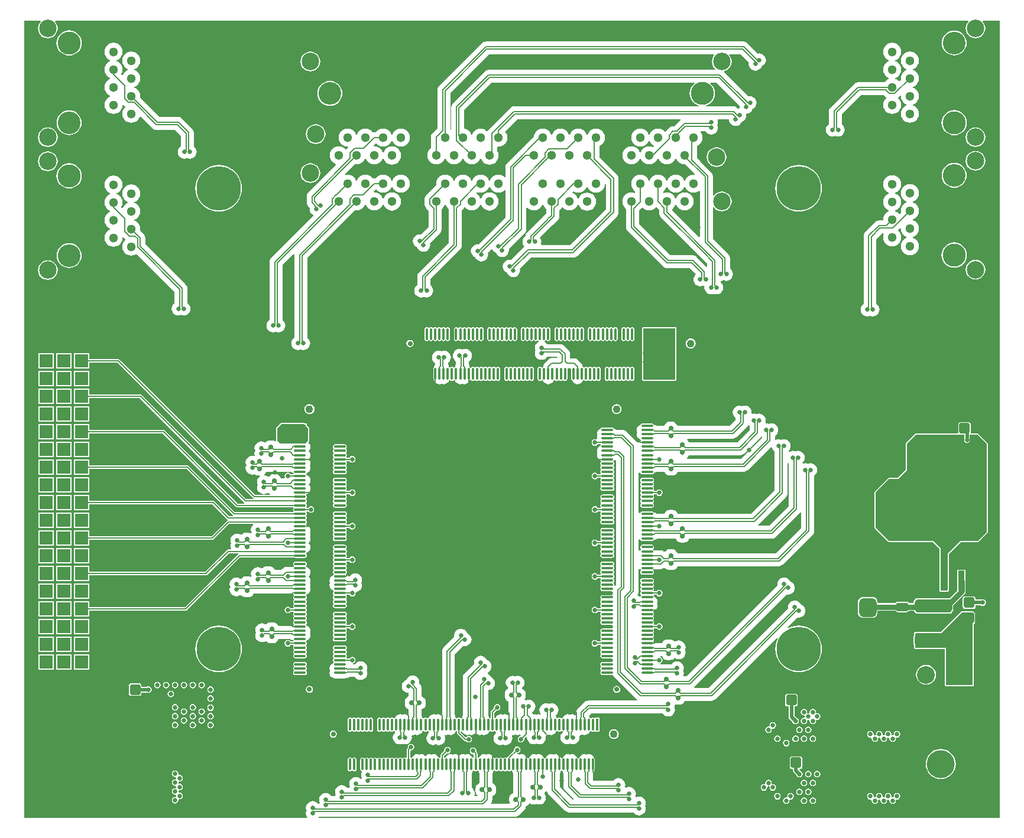
<source format=gtl>
G04*
G04 #@! TF.GenerationSoftware,Altium Limited,Altium Designer,18.0.12 (696)*
G04*
G04 Layer_Physical_Order=1*
G04 Layer_Color=255*
%FSLAX43Y43*%
%MOMM*%
G71*
G01*
G75*
%ADD41O,0.350X1.700*%
%ADD42O,1.700X0.350*%
G04:AMPARAMS|DCode=43|XSize=0.6mm|YSize=0.65mm|CornerRadius=0.15mm|HoleSize=0mm|Usage=FLASHONLY|Rotation=90.000|XOffset=0mm|YOffset=0mm|HoleType=Round|Shape=RoundedRectangle|*
%AMROUNDEDRECTD43*
21,1,0.600,0.350,0,0,90.0*
21,1,0.300,0.650,0,0,90.0*
1,1,0.300,0.175,0.150*
1,1,0.300,0.175,-0.150*
1,1,0.300,-0.175,-0.150*
1,1,0.300,-0.175,0.150*
%
%ADD43ROUNDEDRECTD43*%
G04:AMPARAMS|DCode=44|XSize=1.5mm|YSize=1.5mm|CornerRadius=0.15mm|HoleSize=0mm|Usage=FLASHONLY|Rotation=90.000|XOffset=0mm|YOffset=0mm|HoleType=Round|Shape=RoundedRectangle|*
%AMROUNDEDRECTD44*
21,1,1.500,1.200,0,0,90.0*
21,1,1.200,1.500,0,0,90.0*
1,1,0.300,0.600,0.600*
1,1,0.300,0.600,-0.600*
1,1,0.300,-0.600,-0.600*
1,1,0.300,-0.600,0.600*
%
%ADD44ROUNDEDRECTD44*%
G04:AMPARAMS|DCode=45|XSize=1.5mm|YSize=1.5mm|CornerRadius=0.15mm|HoleSize=0mm|Usage=FLASHONLY|Rotation=0.000|XOffset=0mm|YOffset=0mm|HoleType=Round|Shape=RoundedRectangle|*
%AMROUNDEDRECTD45*
21,1,1.500,1.200,0,0,0.0*
21,1,1.200,1.500,0,0,0.0*
1,1,0.300,0.600,-0.600*
1,1,0.300,-0.600,-0.600*
1,1,0.300,-0.600,0.600*
1,1,0.300,0.600,0.600*
%
%ADD45ROUNDEDRECTD45*%
G04:AMPARAMS|DCode=46|XSize=1.2mm|YSize=1.8mm|CornerRadius=0.3mm|HoleSize=0mm|Usage=FLASHONLY|Rotation=270.000|XOffset=0mm|YOffset=0mm|HoleType=Round|Shape=RoundedRectangle|*
%AMROUNDEDRECTD46*
21,1,1.200,1.200,0,0,270.0*
21,1,0.600,1.800,0,0,270.0*
1,1,0.600,-0.600,-0.300*
1,1,0.600,-0.600,0.300*
1,1,0.600,0.600,0.300*
1,1,0.600,0.600,-0.300*
%
%ADD46ROUNDEDRECTD46*%
G04:AMPARAMS|DCode=47|XSize=2.7mm|YSize=2.5mm|CornerRadius=0.625mm|HoleSize=0mm|Usage=FLASHONLY|Rotation=270.000|XOffset=0mm|YOffset=0mm|HoleType=Round|Shape=RoundedRectangle|*
%AMROUNDEDRECTD47*
21,1,2.700,1.250,0,0,270.0*
21,1,1.450,2.500,0,0,270.0*
1,1,1.250,-0.625,-0.725*
1,1,1.250,-0.625,0.725*
1,1,1.250,0.625,0.725*
1,1,1.250,0.625,-0.725*
%
%ADD47ROUNDEDRECTD47*%
%ADD48R,10.350X7.900*%
%ADD49R,0.900X2.850*%
G04:AMPARAMS|DCode=50|XSize=5.35mm|YSize=1.9mm|CornerRadius=0.475mm|HoleSize=0mm|Usage=FLASHONLY|Rotation=180.000|XOffset=0mm|YOffset=0mm|HoleType=Round|Shape=RoundedRectangle|*
%AMROUNDEDRECTD50*
21,1,5.350,0.950,0,0,180.0*
21,1,4.400,1.900,0,0,180.0*
1,1,0.950,-2.200,0.475*
1,1,0.950,2.200,0.475*
1,1,0.950,2.200,-0.475*
1,1,0.950,-2.200,-0.475*
%
%ADD50ROUNDEDRECTD50*%
G04:AMPARAMS|DCode=51|XSize=1.9mm|YSize=1.2mm|CornerRadius=0.3mm|HoleSize=0mm|Usage=FLASHONLY|Rotation=90.000|XOffset=0mm|YOffset=0mm|HoleType=Round|Shape=RoundedRectangle|*
%AMROUNDEDRECTD51*
21,1,1.900,0.600,0,0,90.0*
21,1,1.300,1.200,0,0,90.0*
1,1,0.600,0.300,0.650*
1,1,0.600,0.300,-0.650*
1,1,0.600,-0.300,-0.650*
1,1,0.600,-0.300,0.650*
%
%ADD51ROUNDEDRECTD51*%
G04:AMPARAMS|DCode=52|XSize=0.6mm|YSize=0.65mm|CornerRadius=0.15mm|HoleSize=0mm|Usage=FLASHONLY|Rotation=0.000|XOffset=0mm|YOffset=0mm|HoleType=Round|Shape=RoundedRectangle|*
%AMROUNDEDRECTD52*
21,1,0.600,0.350,0,0,0.0*
21,1,0.300,0.650,0,0,0.0*
1,1,0.300,0.150,-0.175*
1,1,0.300,-0.150,-0.175*
1,1,0.300,-0.150,0.175*
1,1,0.300,0.150,0.175*
%
%ADD52ROUNDEDRECTD52*%
%ADD53R,1.700X0.350*%
%ADD54R,0.350X1.700*%
%ADD55C,0.203*%
%ADD56C,0.508*%
%ADD57C,1.270*%
%ADD58C,0.762*%
%ADD59C,1.300*%
%ADD60C,2.540*%
%ADD61C,4.000*%
%ADD62C,2.500*%
%ADD63C,3.302*%
%ADD64C,3.250*%
%ADD65C,6.350*%
%ADD66C,1.100*%
%ADD67C,0.700*%
%ADD68R,1.905X1.905*%
%ADD69C,0.635*%
G36*
X139700Y0D02*
X42200D01*
X42129Y127D01*
X42157Y171D01*
X70250D01*
X70443Y197D01*
X70622Y271D01*
X70776Y389D01*
X71619Y1232D01*
X71737Y1386D01*
X71811Y1565D01*
X71833Y1732D01*
X72012Y1806D01*
X72176Y1932D01*
X72275Y2061D01*
X72426Y2106D01*
X72447Y2089D01*
X72679Y1993D01*
X72928Y1960D01*
X73176Y1993D01*
X73329Y2056D01*
X73482Y1993D01*
X73730Y1960D01*
X73979Y1993D01*
X74211Y2089D01*
X74410Y2242D01*
X74562Y2441D01*
X74658Y2672D01*
X74691Y2921D01*
X74658Y3170D01*
X74562Y3401D01*
X74500Y3483D01*
X74524Y3660D01*
X74589Y3710D01*
X74697Y3851D01*
X74784Y3842D01*
X74829Y3822D01*
X74829Y3818D01*
X74903Y3639D01*
X75022Y3485D01*
X77378Y1128D01*
X77482Y1024D01*
X77636Y906D01*
X77815Y832D01*
X78008Y806D01*
X87215D01*
X87332Y654D01*
X87531Y502D01*
X87762Y406D01*
X88011Y373D01*
X88260Y406D01*
X88491Y502D01*
X88690Y654D01*
X88843Y853D01*
X88939Y1085D01*
X88972Y1334D01*
X88939Y1582D01*
X88879Y1727D01*
X88939Y1872D01*
X88972Y2121D01*
X88939Y2370D01*
X88843Y2601D01*
X88690Y2800D01*
X88491Y2953D01*
X88260Y3049D01*
X88011Y3082D01*
X87762Y3049D01*
X87564Y2967D01*
X87542Y2979D01*
X87482Y3124D01*
X87542Y3269D01*
X87575Y3518D01*
X87542Y3767D01*
X87446Y3998D01*
X87293Y4197D01*
X87094Y4350D01*
X86863Y4446D01*
X86614Y4479D01*
X86365Y4446D01*
X86134Y4350D01*
X86018Y4420D01*
X85991Y4475D01*
X86018Y4539D01*
X86051Y4788D01*
X86018Y5037D01*
X85922Y5268D01*
X85769Y5467D01*
X85570Y5620D01*
X85339Y5716D01*
X85090Y5749D01*
X84841Y5716D01*
X84610Y5620D01*
X84411Y5467D01*
X84294Y5315D01*
X81511D01*
X81445Y5380D01*
Y6338D01*
X81468Y6368D01*
X81542Y6547D01*
X81559Y6671D01*
X81614Y6805D01*
X81642Y7016D01*
Y8366D01*
X81614Y8577D01*
X81532Y8774D01*
X81402Y8944D01*
X81233Y9074D01*
X81036Y9155D01*
X80825Y9183D01*
X80613Y9155D01*
X80525Y9118D01*
X80436Y9155D01*
X80225Y9183D01*
X80013Y9155D01*
X79816Y9074D01*
X79647Y8944D01*
X79517Y8774D01*
X79468Y8655D01*
X79389Y8602D01*
X79388Y8601D01*
X79261D01*
X79261Y8602D01*
X79182Y8655D01*
X79132Y8774D01*
X79002Y8944D01*
X78833Y9074D01*
X78636Y9155D01*
X78425Y9183D01*
X78213Y9155D01*
X78125Y9118D01*
X78036Y9155D01*
X77825Y9183D01*
X77613Y9155D01*
X77416Y9074D01*
X77247Y8944D01*
X77117Y8774D01*
X77068Y8655D01*
X76989Y8602D01*
X76947Y8540D01*
X76815Y8570D01*
X76814Y8577D01*
X76732Y8774D01*
X76602Y8944D01*
X76433Y9074D01*
X76236Y9155D01*
X76025Y9183D01*
X75813Y9155D01*
X75725Y9118D01*
X75636Y9155D01*
X75425Y9183D01*
X75213Y9155D01*
X75016Y9074D01*
X74847Y8944D01*
X74717Y8774D01*
X74668Y8655D01*
X74589Y8602D01*
X74588Y8601D01*
X74461D01*
X74461Y8602D01*
X74382Y8655D01*
X74332Y8774D01*
X74202Y8944D01*
X74033Y9074D01*
X73836Y9155D01*
X73625Y9183D01*
X73413Y9155D01*
X73325Y9118D01*
X73236Y9155D01*
X73025Y9183D01*
X72813Y9155D01*
X72616Y9074D01*
X72447Y8944D01*
X72317Y8774D01*
X72268Y8655D01*
X72189Y8602D01*
X72147Y8540D01*
X72015Y8570D01*
X72014Y8577D01*
X71932Y8774D01*
X71802Y8944D01*
X71633Y9074D01*
X71436Y9155D01*
X71225Y9183D01*
X71013Y9155D01*
X70925Y9118D01*
X70836Y9155D01*
X70625Y9183D01*
X70624Y9183D01*
X70603Y9308D01*
X70745Y9336D01*
X70900Y9440D01*
X71004Y9596D01*
X71040Y9779D01*
X71004Y9962D01*
X70900Y10118D01*
X70745Y10222D01*
X70561Y10258D01*
X70378Y10222D01*
X70222Y10118D01*
X70119Y9962D01*
X70082Y9779D01*
X70101Y9685D01*
X69242Y8826D01*
X69185Y8742D01*
X69170Y8666D01*
X69111Y8631D01*
X69039Y8617D01*
X68952Y8674D01*
X68825Y8700D01*
X68697Y8674D01*
X68589Y8602D01*
X68588Y8601D01*
X68461D01*
X68461Y8602D01*
X68352Y8674D01*
X68225Y8700D01*
X68097Y8674D01*
X67989Y8602D01*
X67988Y8601D01*
X67861D01*
X67861Y8602D01*
X67752Y8674D01*
X67625Y8700D01*
X67497Y8674D01*
X67389Y8602D01*
X67347Y8540D01*
X67215Y8570D01*
X67214Y8577D01*
X67132Y8774D01*
X67002Y8944D01*
X66833Y9074D01*
X66636Y9155D01*
X66425Y9183D01*
X66213Y9155D01*
X66125Y9118D01*
X66036Y9155D01*
X65825Y9183D01*
X65613Y9155D01*
X65416Y9074D01*
X65247Y8944D01*
X65117Y8774D01*
X65068Y8655D01*
X65011Y8617D01*
X64930Y8642D01*
X64884Y8673D01*
Y9264D01*
X64864Y9363D01*
X64808Y9447D01*
X64722Y9532D01*
X64741Y9627D01*
X64705Y9810D01*
X64601Y9965D01*
X64445Y10069D01*
X64262Y10106D01*
X64079Y10069D01*
X63923Y9965D01*
X63819Y9810D01*
X63783Y9627D01*
X63819Y9443D01*
X63923Y9288D01*
X64079Y9184D01*
X64262Y9148D01*
X64366Y9039D01*
Y8673D01*
X64320Y8642D01*
X64239Y8617D01*
X64182Y8655D01*
X64132Y8774D01*
X64002Y8944D01*
X63833Y9074D01*
X63636Y9155D01*
X63425Y9183D01*
X63213Y9155D01*
X63125Y9118D01*
X63036Y9155D01*
X62825Y9183D01*
X62613Y9155D01*
X62416Y9074D01*
X62247Y8944D01*
X62202D01*
X62033Y9074D01*
X61836Y9155D01*
X61625Y9183D01*
X61413Y9155D01*
X61325Y9118D01*
X61236Y9155D01*
X61025Y9183D01*
X60813Y9155D01*
X60616Y9074D01*
X60447Y8944D01*
X60317Y8774D01*
X60268Y8655D01*
X60211Y8617D01*
X60130Y8642D01*
X60084Y8673D01*
Y8867D01*
X60485Y9268D01*
X60579Y9249D01*
X60762Y9286D01*
X60918Y9389D01*
X61022Y9545D01*
X61058Y9728D01*
X61022Y9912D01*
X60918Y10067D01*
X60762Y10171D01*
X60579Y10207D01*
X60396Y10171D01*
X60240Y10067D01*
X60136Y9912D01*
X60100Y9728D01*
X60119Y9634D01*
X59642Y9157D01*
X59585Y9073D01*
X59566Y8974D01*
Y8673D01*
X59520Y8642D01*
X59439Y8617D01*
X59382Y8655D01*
X59332Y8774D01*
X59202Y8944D01*
X59033Y9074D01*
X58836Y9155D01*
X58625Y9183D01*
X58413Y9155D01*
X58325Y9118D01*
X58236Y9155D01*
X58025Y9183D01*
X57813Y9155D01*
X57616Y9074D01*
X57447Y8944D01*
X57402D01*
X57233Y9074D01*
X57036Y9155D01*
X56825Y9183D01*
X56613Y9155D01*
X56525Y9118D01*
X56436Y9155D01*
X56225Y9183D01*
X56013Y9155D01*
X55816Y9074D01*
X55647Y8944D01*
X55517Y8774D01*
X55468Y8655D01*
X55411Y8617D01*
X55330Y8642D01*
X55284Y8673D01*
Y9608D01*
X55372Y9681D01*
X55555Y9717D01*
X55711Y9821D01*
X55815Y9977D01*
X55851Y10160D01*
X55815Y10343D01*
X55711Y10499D01*
X55555Y10603D01*
X55372Y10639D01*
X55189Y10603D01*
X55033Y10499D01*
X54929Y10343D01*
X54893Y10160D01*
X54912Y10066D01*
X54842Y9996D01*
X54785Y9912D01*
X54766Y9813D01*
Y8673D01*
X54720Y8642D01*
X54639Y8617D01*
X54552Y8674D01*
X54425Y8700D01*
X54297Y8674D01*
X54189Y8602D01*
X54188Y8601D01*
X54061D01*
X54061Y8602D01*
X53952Y8674D01*
X53825Y8700D01*
X53697Y8674D01*
X53589Y8602D01*
X53588Y8601D01*
X53461D01*
X53461Y8602D01*
X53352Y8674D01*
X53225Y8700D01*
X53097Y8674D01*
X52989Y8602D01*
X52988Y8601D01*
X52861D01*
X52861Y8602D01*
X52752Y8674D01*
X52625Y8700D01*
X52497Y8674D01*
X52389Y8602D01*
X52388Y8601D01*
X52261D01*
X52261Y8602D01*
X52152Y8674D01*
X52025Y8700D01*
X51897Y8674D01*
X51806Y8614D01*
X51750Y8601D01*
X51699D01*
X51644Y8614D01*
X51552Y8674D01*
X51425Y8700D01*
X51297Y8674D01*
X51189Y8602D01*
X51188Y8601D01*
X51061D01*
X51061Y8602D01*
X50952Y8674D01*
X50825Y8700D01*
X50697Y8674D01*
X50589Y8602D01*
X50588Y8601D01*
X50461D01*
X50461Y8602D01*
X50352Y8674D01*
X50225Y8700D01*
X50097Y8674D01*
X49989Y8602D01*
X49988Y8601D01*
X49861D01*
X49861Y8602D01*
X49752Y8674D01*
X49625Y8700D01*
X49497Y8674D01*
X49389Y8602D01*
X49388Y8601D01*
X49261D01*
X49261Y8602D01*
X49152Y8674D01*
X49025Y8700D01*
X48897Y8674D01*
X48789Y8602D01*
X48788Y8601D01*
X48661D01*
X48661Y8602D01*
X48552Y8674D01*
X48425Y8700D01*
X48297Y8674D01*
X48189Y8602D01*
X48116Y8494D01*
X48091Y8366D01*
Y7016D01*
X48116Y6888D01*
X48189Y6780D01*
X48297Y6708D01*
X48325Y6572D01*
X48271Y6441D01*
X48238Y6192D01*
X48271Y5944D01*
X48334Y5791D01*
X48282Y5666D01*
X48254Y5647D01*
X48207Y5631D01*
X48141Y5622D01*
X47978Y5747D01*
X47747Y5843D01*
X47498Y5876D01*
X47249Y5843D01*
X47018Y5747D01*
X46819Y5594D01*
X46666Y5395D01*
X46570Y5164D01*
X46537Y4915D01*
X46570Y4666D01*
X46630Y4521D01*
X46570Y4376D01*
X46560Y4299D01*
X46262D01*
X46145Y4451D01*
X45946Y4604D01*
X45715Y4700D01*
X45466Y4733D01*
X45217Y4700D01*
X44986Y4604D01*
X44787Y4451D01*
X44634Y4252D01*
X44538Y4021D01*
X44505Y3772D01*
X44538Y3523D01*
X44598Y3378D01*
X44538Y3233D01*
X44528Y3156D01*
X43976D01*
X43859Y3308D01*
X43660Y3461D01*
X43429Y3557D01*
X43180Y3590D01*
X42931Y3557D01*
X42700Y3461D01*
X42501Y3308D01*
X42348Y3109D01*
X42252Y2878D01*
X42219Y2629D01*
X42252Y2380D01*
X42312Y2235D01*
X42252Y2090D01*
X42242Y2013D01*
X42071D01*
X41954Y2165D01*
X41755Y2318D01*
X41524Y2414D01*
X41275Y2447D01*
X41026Y2414D01*
X40795Y2318D01*
X40596Y2165D01*
X40443Y1966D01*
X40347Y1735D01*
X40314Y1486D01*
X40347Y1237D01*
X40407Y1092D01*
X40347Y947D01*
X40314Y698D01*
X40347Y450D01*
X40443Y218D01*
X40513Y127D01*
X40450Y0D01*
X0D01*
Y114300D01*
X2271D01*
X2321Y114173D01*
X2125Y113917D01*
X1984Y113576D01*
X1935Y113210D01*
X1984Y112844D01*
X2125Y112503D01*
X2350Y112210D01*
X2643Y111985D01*
X2984Y111844D01*
X3350Y111796D01*
X3716Y111844D01*
X4057Y111985D01*
X4350Y112210D01*
X4575Y112503D01*
X4716Y112844D01*
X4764Y113210D01*
X4716Y113576D01*
X4575Y113917D01*
X4379Y114173D01*
X4429Y114300D01*
X135117D01*
X135167Y114173D01*
X134971Y113917D01*
X134830Y113576D01*
X134781Y113210D01*
X134830Y112844D01*
X134971Y112503D01*
X135196Y112210D01*
X135489Y111985D01*
X135830Y111844D01*
X136196Y111796D01*
X136562Y111844D01*
X136903Y111985D01*
X137196Y112210D01*
X137421Y112503D01*
X137562Y112844D01*
X137610Y113210D01*
X137562Y113576D01*
X137421Y113917D01*
X137225Y114173D01*
X137275Y114300D01*
X139700D01*
Y0D01*
D02*
G37*
G36*
X64989Y6780D02*
X65068Y6727D01*
X65091Y6671D01*
X65107Y6547D01*
X65181Y6368D01*
X65204Y6338D01*
Y5006D01*
X65185Y5004D01*
X64994Y4925D01*
X64830Y4799D01*
X64704Y4635D01*
X64625Y4444D01*
X64598Y4239D01*
Y3889D01*
X64625Y3684D01*
X64704Y3493D01*
X64830Y3329D01*
X64890Y3283D01*
X64847Y3156D01*
X64505D01*
X64435Y3262D01*
X64454Y3307D01*
X64487Y3556D01*
X64454Y3805D01*
X64358Y4036D01*
X64205Y4235D01*
X64045Y4358D01*
Y6338D01*
X64068Y6368D01*
X64142Y6547D01*
X64159Y6671D01*
X64182Y6727D01*
X64244Y6768D01*
X64299Y6781D01*
X64350D01*
X64406Y6768D01*
X64497Y6708D01*
X64625Y6682D01*
X64752Y6708D01*
X64861Y6780D01*
X64861Y6781D01*
X64988D01*
X64989Y6780D01*
D02*
G37*
G36*
X76989D02*
X77068Y6727D01*
X77091Y6671D01*
X77107Y6547D01*
X77181Y6368D01*
X77204Y6338D01*
Y4531D01*
X77229Y4339D01*
X77303Y4160D01*
X77422Y4006D01*
X78662Y2765D01*
X78614Y2648D01*
X78463D01*
X76645Y4465D01*
Y6338D01*
X76668Y6368D01*
X76742Y6547D01*
X76759Y6671D01*
X76814Y6805D01*
X76815Y6812D01*
X76947Y6842D01*
X76989Y6780D01*
D02*
G37*
G36*
X67389D02*
X67497Y6708D01*
X67625Y6682D01*
X67752Y6708D01*
X67861Y6780D01*
X67861Y6781D01*
X67988D01*
X67989Y6780D01*
X68097Y6708D01*
X68225Y6682D01*
X68352Y6708D01*
X68461Y6780D01*
X68461Y6781D01*
X68588D01*
X68589Y6780D01*
X68697Y6708D01*
X68825Y6682D01*
X68952Y6708D01*
X69044Y6768D01*
X69099Y6781D01*
X69150D01*
X69206Y6768D01*
X69297Y6708D01*
X69425Y6682D01*
X69552Y6708D01*
X69661Y6780D01*
X69661Y6781D01*
X69750D01*
X69806Y6768D01*
X69868Y6727D01*
X69891Y6671D01*
X69907Y6547D01*
X69981Y6368D01*
X69995Y6350D01*
Y3600D01*
X69820Y3528D01*
X69656Y3402D01*
X69530Y3238D01*
X69451Y3047D01*
X69424Y2842D01*
Y2492D01*
X69451Y2287D01*
X69512Y2140D01*
X69448Y2013D01*
X66840D01*
X66807Y2140D01*
X66911Y2275D01*
X66985Y2454D01*
X67011Y2647D01*
Y3131D01*
X67186Y3203D01*
X67350Y3329D01*
X67476Y3493D01*
X67555Y3684D01*
X67582Y3889D01*
Y4239D01*
X67555Y4444D01*
X67476Y4635D01*
X67350Y4799D01*
X67186Y4925D01*
X67045Y4983D01*
Y6338D01*
X67068Y6368D01*
X67142Y6547D01*
X67159Y6671D01*
X67214Y6805D01*
X67215Y6812D01*
X67347Y6842D01*
X67389Y6780D01*
D02*
G37*
%LPC*%
G36*
X133146Y112911D02*
X132798Y112877D01*
X132463Y112775D01*
X132154Y112610D01*
X131883Y112388D01*
X131661Y112117D01*
X131496Y111808D01*
X131394Y111473D01*
X131360Y111125D01*
X131394Y110777D01*
X131496Y110442D01*
X131661Y110133D01*
X131883Y109862D01*
X132154Y109640D01*
X132463Y109475D01*
X132798Y109373D01*
X133146Y109339D01*
X133494Y109373D01*
X133829Y109475D01*
X134138Y109640D01*
X134409Y109862D01*
X134631Y110133D01*
X134796Y110442D01*
X134898Y110777D01*
X134932Y111125D01*
X134898Y111473D01*
X134796Y111808D01*
X134631Y112117D01*
X134409Y112388D01*
X134138Y112610D01*
X133829Y112775D01*
X133494Y112877D01*
X133146Y112911D01*
D02*
G37*
G36*
X6400Y112937D02*
X6046Y112902D01*
X5707Y112799D01*
X5393Y112632D01*
X5119Y112406D01*
X4893Y112132D01*
X4726Y111818D01*
X4623Y111479D01*
X4588Y111125D01*
X4623Y110771D01*
X4726Y110432D01*
X4893Y110118D01*
X5119Y109844D01*
X5393Y109618D01*
X5707Y109451D01*
X6046Y109348D01*
X6400Y109313D01*
X6754Y109348D01*
X7093Y109451D01*
X7407Y109618D01*
X7681Y109844D01*
X7907Y110118D01*
X8074Y110432D01*
X8177Y110771D01*
X8212Y111125D01*
X8177Y111479D01*
X8074Y111818D01*
X7907Y112132D01*
X7681Y112406D01*
X7407Y112632D01*
X7093Y112799D01*
X6754Y112902D01*
X6400Y112937D01*
D02*
G37*
G36*
X103017Y111335D02*
X66070D01*
X65877Y111309D01*
X65698Y111235D01*
X65544Y111117D01*
X59367Y104940D01*
X59249Y104786D01*
X59175Y104607D01*
X59149Y104414D01*
Y98885D01*
X58456Y98192D01*
X58338Y98038D01*
X58264Y97859D01*
X58239Y97667D01*
Y96051D01*
X58065Y95918D01*
X57859Y95650D01*
X57730Y95337D01*
X57686Y95002D01*
X57730Y94666D01*
X57859Y94354D01*
X58065Y94085D01*
X58334Y93879D01*
X58646Y93750D01*
X58982Y93706D01*
X59317Y93750D01*
X59630Y93879D01*
X59898Y94085D01*
X60104Y94354D01*
X60183Y94544D01*
X60321D01*
X60399Y94354D01*
X60605Y94085D01*
X60874Y93879D01*
X61186Y93750D01*
X61522Y93706D01*
X61857Y93750D01*
X62170Y93879D01*
X62438Y94085D01*
X62644Y94354D01*
X62723Y94544D01*
X62861D01*
X62939Y94354D01*
X63145Y94085D01*
X63414Y93879D01*
X63726Y93750D01*
X64062Y93706D01*
X64397Y93750D01*
X64710Y93879D01*
X64978Y94085D01*
X65184Y94354D01*
X65261Y94539D01*
X65398D01*
X65479Y94344D01*
X65685Y94075D01*
X65954Y93869D01*
X66266Y93740D01*
X66602Y93696D01*
X66937Y93740D01*
X67250Y93869D01*
X67518Y94075D01*
X67724Y94344D01*
X67854Y94656D01*
X67898Y94992D01*
X67854Y95327D01*
X67724Y95640D01*
X67711Y95658D01*
Y96171D01*
X67806Y96254D01*
X67872Y96246D01*
X68207Y96290D01*
X68520Y96419D01*
X68788Y96625D01*
X68994Y96894D01*
X69124Y97206D01*
X69168Y97542D01*
X69124Y97877D01*
X68994Y98190D01*
X68804Y98437D01*
X70551Y100184D01*
X93953D01*
X93973Y100125D01*
X93981Y100057D01*
X93113Y99189D01*
X92897D01*
X92705Y99164D01*
X92526Y99089D01*
X92372Y98971D01*
X91842Y98442D01*
X91815Y98406D01*
X91688D01*
X91648Y98458D01*
X91380Y98664D01*
X91067Y98794D01*
X90732Y98838D01*
X90396Y98794D01*
X90084Y98664D01*
X89815Y98458D01*
X89609Y98190D01*
X89531Y98000D01*
X89393D01*
X89314Y98190D01*
X89108Y98458D01*
X88840Y98664D01*
X88527Y98794D01*
X88192Y98838D01*
X87856Y98794D01*
X87544Y98664D01*
X87275Y98458D01*
X87069Y98190D01*
X86940Y97877D01*
X86896Y97542D01*
X86940Y97206D01*
X87069Y96894D01*
X87275Y96625D01*
X87544Y96419D01*
X87856Y96290D01*
X88192Y96246D01*
X88527Y96290D01*
X88840Y96419D01*
X89108Y96625D01*
X89314Y96894D01*
X89393Y97084D01*
X89531D01*
X89609Y96894D01*
X89815Y96625D01*
X90084Y96419D01*
X90158Y96388D01*
X90183Y96264D01*
X90063Y96144D01*
X89797Y96254D01*
X89462Y96298D01*
X89126Y96254D01*
X88814Y96124D01*
X88545Y95918D01*
X88339Y95650D01*
X88261Y95460D01*
X88123D01*
X88044Y95650D01*
X87838Y95918D01*
X87570Y96124D01*
X87257Y96254D01*
X86922Y96298D01*
X86586Y96254D01*
X86274Y96124D01*
X86005Y95918D01*
X85799Y95650D01*
X85670Y95337D01*
X85626Y95002D01*
X85670Y94666D01*
X85799Y94354D01*
X86005Y94085D01*
X86274Y93879D01*
X86586Y93750D01*
X86922Y93706D01*
X87257Y93750D01*
X87570Y93879D01*
X87838Y94085D01*
X88044Y94354D01*
X88123Y94544D01*
X88261D01*
X88339Y94354D01*
X88545Y94085D01*
X88814Y93879D01*
X89126Y93750D01*
X89462Y93706D01*
X89797Y93750D01*
X90110Y93879D01*
X90378Y94085D01*
X90584Y94354D01*
X90663Y94544D01*
X90801D01*
X90879Y94354D01*
X91085Y94085D01*
X91354Y93879D01*
X91666Y93750D01*
X92002Y93706D01*
X92337Y93750D01*
X92650Y93879D01*
X92918Y94085D01*
X93124Y94354D01*
X93203Y94544D01*
X93341D01*
X93419Y94354D01*
X93625Y94085D01*
X93894Y93879D01*
X94206Y93750D01*
X94542Y93706D01*
X94638Y93718D01*
X96022Y92335D01*
X95962Y92214D01*
X95812Y92234D01*
X95477Y92190D01*
X95164Y92060D01*
X94896Y91854D01*
X94690Y91586D01*
X94611Y91396D01*
X94473D01*
X94394Y91586D01*
X94188Y91854D01*
X93920Y92060D01*
X93607Y92190D01*
X93272Y92234D01*
X92937Y92190D01*
X92624Y92060D01*
X92356Y91854D01*
X92150Y91586D01*
X92071Y91396D01*
X91933D01*
X91854Y91586D01*
X91648Y91854D01*
X91380Y92060D01*
X91067Y92190D01*
X90732Y92234D01*
X90397Y92190D01*
X90084Y92060D01*
X89816Y91854D01*
X89610Y91586D01*
X89531Y91396D01*
X89393D01*
X89314Y91586D01*
X89108Y91854D01*
X88840Y92060D01*
X88527Y92190D01*
X88192Y92234D01*
X87857Y92190D01*
X87544Y92060D01*
X87276Y91854D01*
X87070Y91586D01*
X86940Y91273D01*
X86896Y90938D01*
X86940Y90603D01*
X87070Y90290D01*
X87276Y90022D01*
X87449Y89888D01*
Y89685D01*
X87343Y89614D01*
X87257Y89650D01*
X86922Y89694D01*
X86587Y89650D01*
X86274Y89520D01*
X86006Y89314D01*
X85800Y89046D01*
X85670Y88733D01*
X85626Y88398D01*
X85670Y88063D01*
X85800Y87750D01*
X86006Y87482D01*
X86179Y87348D01*
Y84706D01*
X86204Y84514D01*
X86279Y84334D01*
X86397Y84180D01*
X91524Y79053D01*
X91678Y78935D01*
X91857Y78861D01*
X92050Y78835D01*
X95298D01*
X96127Y78006D01*
X96119Y77879D01*
X96107Y77870D01*
X95955Y77671D01*
X95859Y77439D01*
X95826Y77191D01*
X95859Y76942D01*
X95955Y76710D01*
X96107Y76511D01*
X96306Y76359D01*
X96538Y76263D01*
X96787Y76230D01*
X97035Y76263D01*
X97180Y76323D01*
X97325Y76263D01*
X97399Y76253D01*
X97375Y76073D01*
X97408Y75824D01*
X97504Y75593D01*
X97657Y75394D01*
X97856Y75241D01*
X98087Y75145D01*
X98336Y75112D01*
X98585Y75145D01*
X98730Y75205D01*
X98875Y75145D01*
X99123Y75112D01*
X99372Y75145D01*
X99604Y75241D01*
X99803Y75394D01*
X99956Y75593D01*
X100051Y75824D01*
X100084Y76073D01*
X100051Y76322D01*
X99956Y76553D01*
X99803Y76752D01*
X99694Y76836D01*
X99691Y76980D01*
X99733Y77017D01*
X99982Y77050D01*
X100127Y77110D01*
X100272Y77050D01*
X100521Y77017D01*
X100769Y77050D01*
X101001Y77146D01*
X101200Y77299D01*
X101353Y77498D01*
X101448Y77729D01*
X101481Y77978D01*
X101448Y78227D01*
X101353Y78458D01*
X101200Y78657D01*
X101048Y78774D01*
Y80289D01*
X101022Y80482D01*
X100948Y80661D01*
X100830Y80815D01*
X98583Y83062D01*
Y87566D01*
X98710Y87609D01*
X98872Y87398D01*
X99165Y87173D01*
X99506Y87032D01*
X99872Y86983D01*
X100238Y87032D01*
X100579Y87173D01*
X100872Y87398D01*
X101097Y87691D01*
X101238Y88032D01*
X101286Y88398D01*
X101238Y88764D01*
X101097Y89105D01*
X100872Y89398D01*
X100579Y89623D01*
X100238Y89764D01*
X99872Y89812D01*
X99506Y89764D01*
X99165Y89623D01*
X98872Y89398D01*
X98710Y89187D01*
X98583Y89230D01*
Y92070D01*
X98558Y92262D01*
X98483Y92441D01*
X98365Y92595D01*
X96841Y94119D01*
X96841Y94119D01*
X96297Y94664D01*
Y96352D01*
X96460Y96419D01*
X96728Y96625D01*
X96934Y96894D01*
X97064Y97206D01*
X97108Y97542D01*
X97064Y97877D01*
X96934Y98190D01*
X96827Y98330D01*
X96883Y98444D01*
X97546D01*
X97669Y98284D01*
X97868Y98132D01*
X98099Y98036D01*
X98348Y98003D01*
X98597Y98036D01*
X98828Y98132D01*
X99027Y98284D01*
X99180Y98483D01*
X99276Y98715D01*
X99309Y98964D01*
X99276Y99212D01*
X99213Y99365D01*
X99276Y99517D01*
X99309Y99766D01*
X99276Y100015D01*
X99250Y100078D01*
X99320Y100184D01*
X100895D01*
X100926Y99954D01*
X101022Y99722D01*
X101174Y99523D01*
X101373Y99371D01*
X101605Y99275D01*
X101854Y99242D01*
X102102Y99275D01*
X102334Y99371D01*
X102533Y99523D01*
X102686Y99722D01*
X102746Y99867D01*
X102891Y99928D01*
X103090Y100080D01*
X103243Y100279D01*
X103339Y100511D01*
X103371Y100760D01*
X103356Y100872D01*
X103466Y101010D01*
X103601Y101027D01*
X103833Y101123D01*
X104032Y101276D01*
X104184Y101475D01*
X104244Y101620D01*
X104389Y101680D01*
X104588Y101833D01*
X104741Y102032D01*
X104837Y102263D01*
X104870Y102512D01*
X104837Y102761D01*
X104741Y102992D01*
X104588Y103191D01*
X104389Y103344D01*
X104158Y103440D01*
X103909Y103473D01*
X103719Y103448D01*
X100207Y106960D01*
X100229Y107052D01*
X100250Y107097D01*
X100579Y107233D01*
X100872Y107458D01*
X101097Y107751D01*
X101238Y108092D01*
X101286Y108458D01*
X101238Y108824D01*
X101097Y109165D01*
X100943Y109366D01*
X101006Y109493D01*
X102562D01*
X103750Y108305D01*
X103725Y108115D01*
X103758Y107866D01*
X103854Y107634D01*
X104007Y107436D01*
X104205Y107283D01*
X104437Y107187D01*
X104686Y107154D01*
X104934Y107187D01*
X105166Y107283D01*
X105365Y107436D01*
X105518Y107634D01*
X105578Y107780D01*
X105723Y107840D01*
X105922Y107992D01*
X106075Y108191D01*
X106171Y108423D01*
X106203Y108672D01*
X106171Y108920D01*
X106075Y109152D01*
X105922Y109351D01*
X105723Y109504D01*
X105491Y109600D01*
X105243Y109632D01*
X105052Y109607D01*
X103543Y111117D01*
X103389Y111235D01*
X103210Y111309D01*
X103017Y111335D01*
D02*
G37*
G36*
X40952Y109872D02*
X40586Y109824D01*
X40245Y109683D01*
X39952Y109458D01*
X39727Y109165D01*
X39586Y108824D01*
X39537Y108458D01*
X39586Y108092D01*
X39727Y107751D01*
X39952Y107458D01*
X40245Y107233D01*
X40586Y107092D01*
X40952Y107044D01*
X41318Y107092D01*
X41659Y107233D01*
X41952Y107458D01*
X42177Y107751D01*
X42318Y108092D01*
X42366Y108458D01*
X42318Y108824D01*
X42177Y109165D01*
X41952Y109458D01*
X41659Y109683D01*
X41318Y109824D01*
X40952Y109872D01*
D02*
G37*
G36*
X43742Y105674D02*
X43394Y105640D01*
X43059Y105538D01*
X42750Y105373D01*
X42479Y105151D01*
X42257Y104880D01*
X42092Y104571D01*
X41990Y104236D01*
X41956Y103888D01*
X41990Y103540D01*
X42092Y103205D01*
X42257Y102896D01*
X42479Y102625D01*
X42750Y102403D01*
X43059Y102238D01*
X43394Y102136D01*
X43742Y102102D01*
X44090Y102136D01*
X44425Y102238D01*
X44734Y102403D01*
X45005Y102625D01*
X45227Y102896D01*
X45392Y103205D01*
X45494Y103540D01*
X45528Y103888D01*
X45494Y104236D01*
X45392Y104571D01*
X45227Y104880D01*
X45005Y105151D01*
X44734Y105373D01*
X44425Y105538D01*
X44090Y105640D01*
X43742Y105674D01*
D02*
G37*
G36*
X124256Y111151D02*
X123921Y111107D01*
X123608Y110977D01*
X123340Y110771D01*
X123134Y110503D01*
X123004Y110190D01*
X122960Y109855D01*
X123004Y109520D01*
X123134Y109207D01*
X123340Y108939D01*
X123608Y108733D01*
X123798Y108654D01*
Y108516D01*
X123608Y108437D01*
X123340Y108231D01*
X123134Y107963D01*
X123004Y107650D01*
X122960Y107315D01*
X123004Y106980D01*
X123134Y106667D01*
X123340Y106399D01*
X123608Y106193D01*
X123798Y106114D01*
Y105976D01*
X123608Y105897D01*
X123340Y105691D01*
X123187Y105493D01*
X119355D01*
X119162Y105467D01*
X118983Y105393D01*
X118829Y105275D01*
X115426Y101871D01*
X115308Y101717D01*
X115233Y101538D01*
X115208Y101346D01*
Y99475D01*
X115056Y99358D01*
X114903Y99159D01*
X114807Y98928D01*
X114774Y98679D01*
X114807Y98430D01*
X114903Y98199D01*
X115056Y98000D01*
X115255Y97847D01*
X115486Y97751D01*
X115735Y97718D01*
X115984Y97751D01*
X116129Y97811D01*
X116274Y97751D01*
X116522Y97718D01*
X116771Y97751D01*
X117003Y97847D01*
X117202Y98000D01*
X117355Y98199D01*
X117450Y98430D01*
X117483Y98679D01*
X117450Y98928D01*
X117355Y99159D01*
X117202Y99358D01*
X117050Y99475D01*
Y100891D01*
X119810Y103651D01*
X123051D01*
X123356Y103346D01*
X123392Y103318D01*
Y103191D01*
X123340Y103151D01*
X123134Y102883D01*
X123004Y102570D01*
X122960Y102235D01*
X123004Y101900D01*
X123134Y101587D01*
X123340Y101319D01*
X123608Y101113D01*
X123921Y100983D01*
X124256Y100939D01*
X124591Y100983D01*
X124904Y101113D01*
X125172Y101319D01*
X125378Y101587D01*
X125508Y101900D01*
X125552Y102235D01*
X125508Y102570D01*
X125378Y102883D01*
X125172Y103151D01*
X125120Y103191D01*
Y103318D01*
X125156Y103346D01*
X125388Y103578D01*
X125502Y103522D01*
X125500Y103505D01*
X125544Y103170D01*
X125674Y102857D01*
X125880Y102589D01*
X126148Y102383D01*
X126338Y102304D01*
Y102166D01*
X126148Y102087D01*
X125880Y101881D01*
X125674Y101613D01*
X125544Y101300D01*
X125500Y100965D01*
X125544Y100630D01*
X125674Y100317D01*
X125880Y100049D01*
X126148Y99843D01*
X126461Y99713D01*
X126796Y99669D01*
X127131Y99713D01*
X127444Y99843D01*
X127712Y100049D01*
X127918Y100317D01*
X128048Y100630D01*
X128092Y100965D01*
X128048Y101300D01*
X127918Y101613D01*
X127712Y101881D01*
X127444Y102087D01*
X127254Y102166D01*
Y102304D01*
X127444Y102383D01*
X127712Y102589D01*
X127918Y102857D01*
X128048Y103170D01*
X128092Y103505D01*
X128048Y103840D01*
X127918Y104153D01*
X127712Y104421D01*
X127444Y104627D01*
X127254Y104706D01*
Y104844D01*
X127444Y104923D01*
X127712Y105129D01*
X127918Y105397D01*
X128048Y105710D01*
X128092Y106045D01*
X128048Y106380D01*
X127918Y106693D01*
X127712Y106961D01*
X127444Y107167D01*
X127254Y107246D01*
Y107384D01*
X127444Y107463D01*
X127712Y107669D01*
X127918Y107937D01*
X128048Y108250D01*
X128092Y108585D01*
X128048Y108920D01*
X127918Y109233D01*
X127712Y109501D01*
X127444Y109707D01*
X127131Y109837D01*
X126796Y109881D01*
X126461Y109837D01*
X126148Y109707D01*
X125880Y109501D01*
X125674Y109233D01*
X125544Y108920D01*
X125500Y108585D01*
X125544Y108250D01*
X125674Y107937D01*
X125880Y107669D01*
X126148Y107463D01*
X126338Y107384D01*
Y107246D01*
X126148Y107167D01*
X125880Y106961D01*
X125674Y106693D01*
X125544Y106380D01*
X125500Y106045D01*
X125529Y105821D01*
X125339Y105631D01*
X125213Y105639D01*
X125172Y105691D01*
X124904Y105897D01*
X124714Y105976D01*
Y106114D01*
X124904Y106193D01*
X125172Y106399D01*
X125378Y106667D01*
X125508Y106980D01*
X125552Y107315D01*
X125508Y107650D01*
X125378Y107963D01*
X125172Y108231D01*
X124904Y108437D01*
X124714Y108516D01*
Y108654D01*
X124904Y108733D01*
X125172Y108939D01*
X125378Y109207D01*
X125508Y109520D01*
X125552Y109855D01*
X125508Y110190D01*
X125378Y110503D01*
X125172Y110771D01*
X124904Y110977D01*
X124591Y111107D01*
X124256Y111151D01*
D02*
G37*
G36*
X53902Y98838D02*
X53566Y98794D01*
X53254Y98664D01*
X52985Y98458D01*
X52779Y98190D01*
X52700Y97999D01*
X52563D01*
X52484Y98190D01*
X52278Y98458D01*
X52010Y98664D01*
X51697Y98794D01*
X51362Y98838D01*
X51026Y98794D01*
X50714Y98664D01*
X50445Y98458D01*
X50312Y98285D01*
X50100D01*
X49908Y98259D01*
X49895Y98254D01*
X49738Y98458D01*
X49470Y98664D01*
X49157Y98794D01*
X48822Y98838D01*
X48486Y98794D01*
X48174Y98664D01*
X47905Y98458D01*
X47699Y98190D01*
X47620Y97999D01*
X47483D01*
X47404Y98190D01*
X47198Y98458D01*
X46930Y98664D01*
X46617Y98794D01*
X46282Y98838D01*
X45946Y98794D01*
X45634Y98664D01*
X45365Y98458D01*
X45159Y98190D01*
X45030Y97877D01*
X44986Y97542D01*
X45030Y97206D01*
X45159Y96894D01*
X45365Y96625D01*
X45634Y96419D01*
X45946Y96290D01*
X46282Y96246D01*
X46299Y96248D01*
X46355Y96134D01*
X46122Y95902D01*
X46095Y95866D01*
X45968D01*
X45928Y95918D01*
X45660Y96124D01*
X45347Y96254D01*
X45012Y96298D01*
X44676Y96254D01*
X44364Y96124D01*
X44095Y95918D01*
X43889Y95650D01*
X43760Y95337D01*
X43716Y95002D01*
X43760Y94666D01*
X43889Y94354D01*
X44095Y94085D01*
X44364Y93879D01*
X44599Y93782D01*
X44629Y93633D01*
X40648Y89652D01*
X40530Y89498D01*
X40456Y89319D01*
X40430Y89126D01*
Y88240D01*
X40456Y88047D01*
X40530Y87868D01*
X40648Y87714D01*
X40885Y87477D01*
X40860Y87287D01*
X40893Y87038D01*
X40989Y86806D01*
X41142Y86608D01*
X41338Y86457D01*
X41358Y86439D01*
X41372Y86312D01*
X35314Y80254D01*
X35196Y80100D01*
X35122Y79921D01*
X35096Y79728D01*
Y71408D01*
X34944Y71291D01*
X34791Y71092D01*
X34696Y70861D01*
X34663Y70612D01*
X34696Y70363D01*
X34791Y70132D01*
X34944Y69933D01*
X35143Y69780D01*
X35375Y69684D01*
X35624Y69651D01*
X35872Y69684D01*
X36017Y69744D01*
X36162Y69684D01*
X36411Y69651D01*
X36660Y69684D01*
X36891Y69780D01*
X37090Y69933D01*
X37243Y70132D01*
X37339Y70363D01*
X37372Y70612D01*
X37339Y70861D01*
X37243Y71092D01*
X37090Y71291D01*
X36938Y71408D01*
Y79273D01*
X38542Y80877D01*
X38662Y80818D01*
X38652Y80744D01*
Y68868D01*
X38500Y68751D01*
X38347Y68552D01*
X38252Y68321D01*
X38219Y68072D01*
X38252Y67823D01*
X38347Y67592D01*
X38500Y67393D01*
X38699Y67240D01*
X38931Y67144D01*
X39180Y67111D01*
X39428Y67144D01*
X39573Y67204D01*
X39718Y67144D01*
X39967Y67111D01*
X40216Y67144D01*
X40447Y67240D01*
X40646Y67393D01*
X40799Y67592D01*
X40895Y67823D01*
X40928Y68072D01*
X40895Y68321D01*
X40799Y68552D01*
X40646Y68751D01*
X40494Y68868D01*
Y80289D01*
X47335Y87130D01*
X47552Y87102D01*
X47887Y87146D01*
X48200Y87276D01*
X48468Y87482D01*
X48674Y87750D01*
X48753Y87940D01*
X48891D01*
X48970Y87750D01*
X49176Y87482D01*
X49444Y87276D01*
X49757Y87146D01*
X50092Y87102D01*
X50427Y87146D01*
X50740Y87276D01*
X51008Y87482D01*
X51214Y87750D01*
X51291Y87935D01*
X51429D01*
X51510Y87740D01*
X51716Y87472D01*
X51984Y87266D01*
X52297Y87136D01*
X52632Y87092D01*
X52967Y87136D01*
X53280Y87266D01*
X53548Y87472D01*
X53754Y87740D01*
X53884Y88053D01*
X53928Y88388D01*
X53884Y88723D01*
X53754Y89036D01*
X53548Y89304D01*
X53280Y89510D01*
X52967Y89640D01*
X52632Y89684D01*
X52297Y89640D01*
X51984Y89510D01*
X51716Y89304D01*
X51510Y89036D01*
X51433Y88851D01*
X51295D01*
X51214Y89046D01*
X51008Y89314D01*
X50740Y89520D01*
X50427Y89650D01*
X50092Y89694D01*
X50075Y89692D01*
X50019Y89806D01*
X50286Y90073D01*
X50412Y90064D01*
X50445Y90021D01*
X50714Y89815D01*
X51026Y89686D01*
X51362Y89642D01*
X51697Y89686D01*
X52010Y89815D01*
X52278Y90021D01*
X52484Y90290D01*
X52563Y90480D01*
X52701D01*
X52779Y90290D01*
X52985Y90021D01*
X53254Y89815D01*
X53566Y89686D01*
X53902Y89642D01*
X54237Y89686D01*
X54550Y89815D01*
X54818Y90021D01*
X55024Y90290D01*
X55154Y90602D01*
X55198Y90938D01*
X55154Y91273D01*
X55024Y91586D01*
X54818Y91854D01*
X54550Y92060D01*
X54237Y92190D01*
X53902Y92234D01*
X53566Y92190D01*
X53254Y92060D01*
X52985Y91854D01*
X52779Y91586D01*
X52701Y91396D01*
X52563D01*
X52484Y91586D01*
X52278Y91854D01*
X52010Y92060D01*
X51697Y92190D01*
X51362Y92234D01*
X51026Y92190D01*
X50714Y92060D01*
X50445Y91854D01*
X50312Y91681D01*
X50100D01*
X49908Y91656D01*
X49895Y91650D01*
X49738Y91854D01*
X49470Y92060D01*
X49157Y92190D01*
X48822Y92234D01*
X48486Y92190D01*
X48174Y92060D01*
X47905Y91854D01*
X47699Y91586D01*
X47621Y91396D01*
X47483D01*
X47404Y91586D01*
X47198Y91854D01*
X46930Y92060D01*
X46617Y92190D01*
X46282Y92234D01*
X45974Y92193D01*
X45898Y92297D01*
X47335Y93734D01*
X47552Y93706D01*
X47887Y93750D01*
X48200Y93879D01*
X48468Y94085D01*
X48674Y94354D01*
X48753Y94544D01*
X48891D01*
X48969Y94354D01*
X49175Y94085D01*
X49444Y93879D01*
X49756Y93750D01*
X50092Y93706D01*
X50427Y93750D01*
X50740Y93879D01*
X51008Y94085D01*
X51214Y94354D01*
X51291Y94539D01*
X51429D01*
X51509Y94344D01*
X51715Y94075D01*
X51984Y93869D01*
X52296Y93740D01*
X52632Y93696D01*
X52967Y93740D01*
X53280Y93869D01*
X53548Y94075D01*
X53754Y94344D01*
X53884Y94656D01*
X53928Y94992D01*
X53884Y95327D01*
X53754Y95640D01*
X53548Y95908D01*
X53280Y96114D01*
X52967Y96244D01*
X52632Y96288D01*
X52296Y96244D01*
X51984Y96114D01*
X51715Y95908D01*
X51509Y95640D01*
X51433Y95455D01*
X51295D01*
X51214Y95650D01*
X51008Y95918D01*
X50740Y96124D01*
X50427Y96254D01*
X50092Y96298D01*
X50075Y96296D01*
X50019Y96410D01*
X50286Y96676D01*
X50412Y96668D01*
X50445Y96625D01*
X50714Y96419D01*
X51026Y96290D01*
X51362Y96246D01*
X51697Y96290D01*
X52010Y96419D01*
X52278Y96625D01*
X52484Y96894D01*
X52563Y97084D01*
X52700D01*
X52779Y96894D01*
X52985Y96625D01*
X53254Y96419D01*
X53566Y96290D01*
X53902Y96246D01*
X54237Y96290D01*
X54550Y96419D01*
X54818Y96625D01*
X55024Y96894D01*
X55154Y97206D01*
X55198Y97542D01*
X55154Y97877D01*
X55024Y98190D01*
X54818Y98458D01*
X54550Y98664D01*
X54237Y98794D01*
X53902Y98838D01*
D02*
G37*
G36*
X81842Y98834D02*
X81506Y98790D01*
X81194Y98660D01*
X80925Y98454D01*
X80719Y98186D01*
X80640Y97995D01*
X80503D01*
X80424Y98186D01*
X80218Y98454D01*
X79950Y98660D01*
X79637Y98790D01*
X79302Y98834D01*
X78966Y98790D01*
X78654Y98660D01*
X78385Y98454D01*
X78179Y98186D01*
X78100Y97995D01*
X77963D01*
X77884Y98186D01*
X77678Y98454D01*
X77410Y98660D01*
X77097Y98790D01*
X76762Y98834D01*
X76426Y98790D01*
X76114Y98660D01*
X75845Y98454D01*
X75639Y98186D01*
X75560Y97995D01*
X75423D01*
X75344Y98186D01*
X75138Y98454D01*
X74870Y98660D01*
X74557Y98790D01*
X74222Y98834D01*
X73886Y98790D01*
X73574Y98660D01*
X73305Y98454D01*
X73099Y98186D01*
X72970Y97873D01*
X72946Y97690D01*
X69121Y93866D01*
X69003Y93712D01*
X68929Y93533D01*
X68904Y93341D01*
Y91894D01*
X68870Y91882D01*
X68777Y91863D01*
X68520Y92060D01*
X68207Y92190D01*
X67872Y92234D01*
X67536Y92190D01*
X67224Y92060D01*
X66955Y91854D01*
X66749Y91586D01*
X66671Y91396D01*
X66533D01*
X66454Y91586D01*
X66248Y91854D01*
X65980Y92060D01*
X65667Y92190D01*
X65332Y92234D01*
X64996Y92190D01*
X64684Y92060D01*
X64415Y91854D01*
X64209Y91586D01*
X64131Y91396D01*
X63993D01*
X63914Y91586D01*
X63708Y91854D01*
X63440Y92060D01*
X63127Y92190D01*
X62792Y92234D01*
X62456Y92190D01*
X62144Y92060D01*
X61875Y91854D01*
X61669Y91586D01*
X61591Y91396D01*
X61453D01*
X61374Y91586D01*
X61168Y91854D01*
X60900Y92060D01*
X60587Y92190D01*
X60252Y92234D01*
X59916Y92190D01*
X59604Y92060D01*
X59335Y91854D01*
X59129Y91586D01*
X59000Y91273D01*
X58956Y90938D01*
X58983Y90728D01*
X57553Y89298D01*
X57435Y89144D01*
X57360Y88965D01*
X57335Y88772D01*
Y87947D01*
X57360Y87754D01*
X57435Y87575D01*
X57553Y87421D01*
X57883Y87090D01*
Y84761D01*
X56784Y83661D01*
X56593Y83686D01*
X56345Y83654D01*
X56113Y83558D01*
X55914Y83405D01*
X55761Y83206D01*
X55666Y82974D01*
X55633Y82726D01*
X55666Y82477D01*
X55761Y82245D01*
X55914Y82046D01*
X56113Y81894D01*
X56258Y81833D01*
X56318Y81688D01*
X56471Y81489D01*
X56670Y81337D01*
X56902Y81241D01*
X57150Y81208D01*
X57399Y81241D01*
X57631Y81337D01*
X57830Y81489D01*
X57982Y81688D01*
X58078Y81920D01*
X58111Y82169D01*
X58086Y82359D01*
X59507Y83780D01*
X59625Y83934D01*
X59700Y84114D01*
X59725Y84306D01*
Y87348D01*
X59898Y87482D01*
X60104Y87750D01*
X60183Y87940D01*
X60321D01*
X60400Y87750D01*
X60606Y87482D01*
X60779Y87348D01*
Y82500D01*
X56498Y78219D01*
X56380Y78065D01*
X56305Y77886D01*
X56280Y77693D01*
Y76387D01*
X56128Y76270D01*
X55975Y76071D01*
X55879Y75839D01*
X55846Y75590D01*
X55879Y75342D01*
X55975Y75110D01*
X56128Y74911D01*
X56327Y74758D01*
X56558Y74662D01*
X56807Y74630D01*
X57056Y74662D01*
X57201Y74723D01*
X57346Y74662D01*
X57595Y74630D01*
X57843Y74662D01*
X58075Y74758D01*
X58274Y74911D01*
X58427Y75110D01*
X58522Y75342D01*
X58555Y75590D01*
X58522Y75839D01*
X58427Y76071D01*
X58274Y76270D01*
X58122Y76387D01*
Y77238D01*
X62222Y81339D01*
X62222Y81339D01*
X62403Y81520D01*
X62521Y81674D01*
X62595Y81853D01*
X62621Y82045D01*
Y87167D01*
X62951Y87498D01*
X62979Y87534D01*
X63106D01*
X63146Y87482D01*
X63414Y87276D01*
X63727Y87146D01*
X64062Y87102D01*
X64397Y87146D01*
X64710Y87276D01*
X64978Y87482D01*
X65184Y87750D01*
X65261Y87935D01*
X65399D01*
X65480Y87740D01*
X65686Y87472D01*
X65954Y87266D01*
X66267Y87136D01*
X66602Y87092D01*
X66937Y87136D01*
X67250Y87266D01*
X67518Y87472D01*
X67724Y87740D01*
X67854Y88053D01*
X67898Y88388D01*
X67854Y88723D01*
X67724Y89036D01*
X67518Y89304D01*
X67250Y89510D01*
X66937Y89640D01*
X66602Y89684D01*
X66267Y89640D01*
X65954Y89510D01*
X65686Y89304D01*
X65480Y89036D01*
X65403Y88851D01*
X65265D01*
X65184Y89046D01*
X64978Y89314D01*
X64742Y89496D01*
X64708Y89642D01*
X64823Y89758D01*
X64996Y89686D01*
X65332Y89642D01*
X65667Y89686D01*
X65980Y89815D01*
X66248Y90021D01*
X66454Y90290D01*
X66533Y90480D01*
X66671D01*
X66749Y90290D01*
X66955Y90021D01*
X67224Y89815D01*
X67536Y89686D01*
X67872Y89642D01*
X68207Y89686D01*
X68520Y89815D01*
X68777Y90013D01*
X68870Y89994D01*
X68904Y89982D01*
Y86155D01*
X65009Y82260D01*
X64887Y82277D01*
X64638Y82244D01*
X64406Y82148D01*
X64207Y81995D01*
X64055Y81796D01*
X63959Y81564D01*
X63926Y81316D01*
X63959Y81067D01*
X64055Y80835D01*
X64207Y80636D01*
X64406Y80484D01*
X64551Y80424D01*
X64611Y80279D01*
X64764Y80080D01*
X64963Y79927D01*
X65195Y79831D01*
X65443Y79798D01*
X65692Y79831D01*
X65924Y79927D01*
X66123Y80080D01*
X66275Y80279D01*
X66371Y80510D01*
X66404Y80759D01*
X66371Y81008D01*
X66368Y81015D01*
X66891Y81539D01*
X67016Y81514D01*
X67039Y81458D01*
X67192Y81259D01*
X67391Y81106D01*
X67536Y81046D01*
X67596Y80901D01*
X67749Y80702D01*
X67948Y80549D01*
X68179Y80453D01*
X68428Y80421D01*
X68677Y80453D01*
X68908Y80549D01*
X69107Y80702D01*
X69260Y80901D01*
X69356Y81133D01*
X69389Y81381D01*
X69364Y81572D01*
X71671Y83879D01*
X71789Y84033D01*
X71863Y84212D01*
X71888Y84404D01*
Y87472D01*
X72009Y87513D01*
X72036Y87478D01*
X72304Y87272D01*
X72617Y87142D01*
X72952Y87098D01*
X73287Y87142D01*
X73600Y87272D01*
X73868Y87478D01*
X74074Y87746D01*
X74153Y87936D01*
X74291D01*
X74370Y87746D01*
X74576Y87478D01*
X74749Y87344D01*
Y86717D01*
X74486Y86454D01*
X74486Y86454D01*
X74382Y86349D01*
X74382Y86349D01*
X71992Y83959D01*
X71874Y83805D01*
X71799Y83626D01*
X71774Y83434D01*
Y83422D01*
X71622Y83306D01*
X71469Y83107D01*
X71373Y82875D01*
X71340Y82626D01*
X71373Y82378D01*
X71469Y82146D01*
X71605Y81969D01*
X71590Y81958D01*
X69649Y80016D01*
X69459Y80041D01*
X69210Y80009D01*
X68978Y79913D01*
X68779Y79760D01*
X68627Y79561D01*
X68531Y79329D01*
X68498Y79081D01*
X68531Y78832D01*
X68627Y78600D01*
X68779Y78401D01*
X68978Y78249D01*
X69123Y78189D01*
X69183Y78043D01*
X69336Y77845D01*
X69535Y77692D01*
X69767Y77596D01*
X70015Y77563D01*
X70264Y77596D01*
X70496Y77692D01*
X70695Y77845D01*
X70847Y78043D01*
X70943Y78275D01*
X70976Y78524D01*
X70951Y78714D01*
X72571Y80334D01*
X78582D01*
X78774Y80359D01*
X78953Y80433D01*
X79107Y80551D01*
X84878Y86322D01*
X84996Y86476D01*
X85070Y86655D01*
X85096Y86848D01*
Y91710D01*
X85070Y91902D01*
X84996Y92081D01*
X84878Y92235D01*
X82327Y94786D01*
Y96348D01*
X82490Y96415D01*
X82758Y96621D01*
X82964Y96890D01*
X83094Y97202D01*
X83138Y97538D01*
X83094Y97873D01*
X82964Y98186D01*
X82758Y98454D01*
X82490Y98660D01*
X82177Y98790D01*
X81842Y98834D01*
D02*
G37*
G36*
X6400Y101481D02*
X6052Y101447D01*
X5717Y101345D01*
X5408Y101180D01*
X5137Y100958D01*
X4915Y100687D01*
X4750Y100378D01*
X4648Y100043D01*
X4614Y99695D01*
X4648Y99347D01*
X4750Y99012D01*
X4915Y98703D01*
X5137Y98432D01*
X5408Y98210D01*
X5717Y98045D01*
X6052Y97943D01*
X6400Y97909D01*
X6748Y97943D01*
X7083Y98045D01*
X7392Y98210D01*
X7663Y98432D01*
X7885Y98703D01*
X8050Y99012D01*
X8152Y99347D01*
X8186Y99695D01*
X8152Y100043D01*
X8050Y100378D01*
X7885Y100687D01*
X7663Y100958D01*
X7392Y101180D01*
X7083Y101345D01*
X6748Y101447D01*
X6400Y101481D01*
D02*
G37*
G36*
X133146Y101507D02*
X132792Y101472D01*
X132453Y101369D01*
X132139Y101202D01*
X131865Y100976D01*
X131639Y100702D01*
X131472Y100388D01*
X131369Y100049D01*
X131334Y99695D01*
X131369Y99341D01*
X131472Y99002D01*
X131639Y98688D01*
X131865Y98414D01*
X132139Y98188D01*
X132453Y98021D01*
X132792Y97918D01*
X133146Y97883D01*
X133500Y97918D01*
X133839Y98021D01*
X134153Y98188D01*
X134427Y98414D01*
X134653Y98688D01*
X134820Y99002D01*
X134923Y99341D01*
X134958Y99695D01*
X134923Y100049D01*
X134820Y100388D01*
X134653Y100702D01*
X134427Y100976D01*
X134153Y101202D01*
X133839Y101369D01*
X133500Y101472D01*
X133146Y101507D01*
D02*
G37*
G36*
X41712Y99463D02*
X41346Y99414D01*
X41005Y99273D01*
X40712Y99048D01*
X40487Y98755D01*
X40346Y98414D01*
X40297Y98048D01*
X40346Y97682D01*
X40487Y97341D01*
X40712Y97048D01*
X41005Y96823D01*
X41346Y96682D01*
X41712Y96633D01*
X42078Y96682D01*
X42419Y96823D01*
X42712Y97048D01*
X42937Y97341D01*
X43078Y97682D01*
X43126Y98048D01*
X43078Y98414D01*
X42937Y98755D01*
X42712Y99048D01*
X42419Y99273D01*
X42078Y99414D01*
X41712Y99463D01*
D02*
G37*
G36*
X136196Y99024D02*
X135830Y98976D01*
X135489Y98835D01*
X135196Y98610D01*
X134971Y98317D01*
X134830Y97976D01*
X134781Y97610D01*
X134830Y97244D01*
X134971Y96903D01*
X135196Y96610D01*
X135489Y96385D01*
X135830Y96244D01*
X136196Y96196D01*
X136562Y96244D01*
X136903Y96385D01*
X137196Y96610D01*
X137421Y96903D01*
X137562Y97244D01*
X137610Y97610D01*
X137562Y97976D01*
X137421Y98317D01*
X137196Y98610D01*
X136903Y98835D01*
X136562Y98976D01*
X136196Y99024D01*
D02*
G37*
G36*
X3350D02*
X2984Y98976D01*
X2643Y98835D01*
X2350Y98610D01*
X2125Y98317D01*
X1984Y97976D01*
X1935Y97610D01*
X1984Y97244D01*
X2125Y96903D01*
X2350Y96610D01*
X2643Y96385D01*
X2984Y96244D01*
X3350Y96196D01*
X3716Y96244D01*
X4057Y96385D01*
X4350Y96610D01*
X4575Y96903D01*
X4716Y97244D01*
X4764Y97610D01*
X4716Y97976D01*
X4575Y98317D01*
X4350Y98610D01*
X4057Y98835D01*
X3716Y98976D01*
X3350Y99024D01*
D02*
G37*
G36*
X12750Y111151D02*
X12415Y111107D01*
X12102Y110977D01*
X11834Y110771D01*
X11628Y110503D01*
X11498Y110190D01*
X11454Y109855D01*
X11498Y109520D01*
X11628Y109207D01*
X11834Y108939D01*
X12102Y108733D01*
X12292Y108654D01*
Y108516D01*
X12102Y108437D01*
X11834Y108231D01*
X11628Y107963D01*
X11498Y107650D01*
X11454Y107315D01*
X11498Y106980D01*
X11628Y106667D01*
X11834Y106399D01*
X12102Y106193D01*
X12183Y106159D01*
X12225Y106105D01*
X12254Y106075D01*
X12230Y105950D01*
X12102Y105897D01*
X11834Y105691D01*
X11628Y105423D01*
X11498Y105110D01*
X11454Y104775D01*
X11498Y104440D01*
X11628Y104127D01*
X11834Y103859D01*
X12102Y103653D01*
X12292Y103574D01*
Y103436D01*
X12102Y103357D01*
X11834Y103151D01*
X11628Y102883D01*
X11498Y102570D01*
X11454Y102235D01*
X11498Y101900D01*
X11628Y101587D01*
X11834Y101319D01*
X12102Y101113D01*
X12415Y100983D01*
X12750Y100939D01*
X13085Y100983D01*
X13398Y101113D01*
X13666Y101319D01*
X13872Y101587D01*
X14002Y101900D01*
X14046Y102235D01*
X14044Y102252D01*
X14158Y102308D01*
X14390Y102076D01*
X14426Y102048D01*
Y101921D01*
X14374Y101881D01*
X14168Y101613D01*
X14038Y101300D01*
X13994Y100965D01*
X14038Y100630D01*
X14168Y100317D01*
X14374Y100049D01*
X14642Y99843D01*
X14955Y99713D01*
X15290Y99669D01*
X15625Y99713D01*
X15938Y99843D01*
X16206Y100049D01*
X16412Y100317D01*
X16510Y100552D01*
X16659Y100582D01*
X18364Y98878D01*
X18518Y98759D01*
X18697Y98685D01*
X18889Y98660D01*
X21579D01*
X22396Y97843D01*
Y96300D01*
X22244Y96183D01*
X22091Y95984D01*
X21996Y95753D01*
X21963Y95504D01*
X21996Y95255D01*
X22091Y95024D01*
X22244Y94825D01*
X22443Y94672D01*
X22675Y94576D01*
X22924Y94543D01*
X23172Y94576D01*
X23317Y94636D01*
X23462Y94576D01*
X23711Y94543D01*
X23960Y94576D01*
X24191Y94672D01*
X24390Y94825D01*
X24543Y95024D01*
X24639Y95255D01*
X24672Y95504D01*
X24639Y95753D01*
X24543Y95984D01*
X24390Y96183D01*
X24238Y96300D01*
Y98298D01*
X24213Y98490D01*
X24138Y98669D01*
X24020Y98823D01*
X22560Y100284D01*
X22406Y100402D01*
X22227Y100476D01*
X22035Y100501D01*
X19344D01*
X16558Y103288D01*
X16586Y103505D01*
X16542Y103840D01*
X16412Y104153D01*
X16206Y104421D01*
X15938Y104627D01*
X15748Y104706D01*
Y104844D01*
X15938Y104923D01*
X16206Y105129D01*
X16412Y105397D01*
X16542Y105710D01*
X16586Y106045D01*
X16542Y106380D01*
X16412Y106693D01*
X16206Y106961D01*
X15938Y107167D01*
X15748Y107246D01*
Y107384D01*
X15938Y107463D01*
X16206Y107669D01*
X16412Y107937D01*
X16542Y108250D01*
X16586Y108585D01*
X16542Y108920D01*
X16412Y109233D01*
X16206Y109501D01*
X15938Y109707D01*
X15625Y109837D01*
X15290Y109881D01*
X14955Y109837D01*
X14642Y109707D01*
X14374Y109501D01*
X14168Y109233D01*
X14038Y108920D01*
X13994Y108585D01*
X14038Y108250D01*
X14168Y107937D01*
X14374Y107669D01*
X14642Y107463D01*
X14832Y107384D01*
Y107246D01*
X14642Y107167D01*
X14374Y106961D01*
X14168Y106693D01*
X14085Y106495D01*
X13961Y106470D01*
X13825Y106605D01*
X13872Y106667D01*
X14002Y106980D01*
X14046Y107315D01*
X14002Y107650D01*
X13872Y107963D01*
X13666Y108231D01*
X13398Y108437D01*
X13208Y108516D01*
Y108654D01*
X13398Y108733D01*
X13666Y108939D01*
X13872Y109207D01*
X14002Y109520D01*
X14046Y109855D01*
X14002Y110190D01*
X13872Y110503D01*
X13666Y110771D01*
X13398Y110977D01*
X13085Y111107D01*
X12750Y111151D01*
D02*
G37*
G36*
X99112Y96162D02*
X98746Y96114D01*
X98405Y95973D01*
X98112Y95748D01*
X97887Y95455D01*
X97746Y95114D01*
X97697Y94748D01*
X97746Y94382D01*
X97887Y94041D01*
X98112Y93748D01*
X98405Y93523D01*
X98746Y93382D01*
X99112Y93334D01*
X99478Y93382D01*
X99819Y93523D01*
X100112Y93748D01*
X100337Y94041D01*
X100478Y94382D01*
X100526Y94748D01*
X100478Y95114D01*
X100337Y95455D01*
X100112Y95748D01*
X99819Y95973D01*
X99478Y96114D01*
X99112Y96162D01*
D02*
G37*
G36*
X136196Y95643D02*
X135830Y95595D01*
X135489Y95454D01*
X135196Y95229D01*
X134971Y94936D01*
X134830Y94595D01*
X134781Y94229D01*
X134830Y93863D01*
X134971Y93521D01*
X135196Y93229D01*
X135489Y93004D01*
X135830Y92862D01*
X136196Y92814D01*
X136562Y92862D01*
X136903Y93004D01*
X137196Y93229D01*
X137421Y93521D01*
X137562Y93863D01*
X137610Y94229D01*
X137562Y94595D01*
X137421Y94936D01*
X137196Y95229D01*
X136903Y95454D01*
X136562Y95595D01*
X136196Y95643D01*
D02*
G37*
G36*
X3350Y95575D02*
X2984Y95526D01*
X2643Y95385D01*
X2350Y95160D01*
X2125Y94867D01*
X1984Y94526D01*
X1935Y94160D01*
X1984Y93794D01*
X2125Y93453D01*
X2350Y93160D01*
X2643Y92935D01*
X2984Y92794D01*
X3350Y92745D01*
X3716Y92794D01*
X4057Y92935D01*
X4350Y93160D01*
X4575Y93453D01*
X4716Y93794D01*
X4764Y94160D01*
X4716Y94526D01*
X4575Y94867D01*
X4350Y95160D01*
X4057Y95385D01*
X3716Y95526D01*
X3350Y95575D01*
D02*
G37*
G36*
X40952Y93872D02*
X40586Y93824D01*
X40245Y93683D01*
X39952Y93458D01*
X39727Y93165D01*
X39586Y92824D01*
X39537Y92458D01*
X39586Y92092D01*
X39727Y91751D01*
X39952Y91458D01*
X40245Y91233D01*
X40586Y91092D01*
X40952Y91044D01*
X41318Y91092D01*
X41659Y91233D01*
X41952Y91458D01*
X42177Y91751D01*
X42318Y92092D01*
X42366Y92458D01*
X42318Y92824D01*
X42177Y93165D01*
X41952Y93458D01*
X41659Y93683D01*
X41318Y93824D01*
X40952Y93872D01*
D02*
G37*
G36*
X133146Y93930D02*
X132798Y93895D01*
X132463Y93794D01*
X132154Y93629D01*
X131883Y93407D01*
X131661Y93136D01*
X131496Y92827D01*
X131394Y92492D01*
X131360Y92144D01*
X131394Y91795D01*
X131496Y91460D01*
X131661Y91151D01*
X131883Y90881D01*
X132154Y90659D01*
X132463Y90494D01*
X132798Y90392D01*
X133146Y90358D01*
X133494Y90392D01*
X133829Y90494D01*
X134138Y90659D01*
X134409Y90881D01*
X134631Y91151D01*
X134796Y91460D01*
X134898Y91795D01*
X134932Y92144D01*
X134898Y92492D01*
X134796Y92827D01*
X134631Y93136D01*
X134409Y93407D01*
X134138Y93629D01*
X133829Y93794D01*
X133494Y93895D01*
X133146Y93930D01*
D02*
G37*
G36*
X6400Y93887D02*
X6046Y93852D01*
X5707Y93749D01*
X5393Y93582D01*
X5119Y93356D01*
X4893Y93082D01*
X4726Y92768D01*
X4623Y92429D01*
X4588Y92075D01*
X4623Y91721D01*
X4726Y91382D01*
X4893Y91068D01*
X5119Y90794D01*
X5393Y90568D01*
X5707Y90401D01*
X6046Y90298D01*
X6400Y90263D01*
X6754Y90298D01*
X7093Y90401D01*
X7407Y90568D01*
X7681Y90794D01*
X7907Y91068D01*
X8074Y91382D01*
X8177Y91721D01*
X8212Y92075D01*
X8177Y92429D01*
X8074Y92768D01*
X7907Y93082D01*
X7681Y93356D01*
X7407Y93582D01*
X7093Y93749D01*
X6754Y93852D01*
X6400Y93887D01*
D02*
G37*
G36*
X110871Y93635D02*
X110349Y93594D01*
X109840Y93471D01*
X109356Y93271D01*
X108909Y92997D01*
X108511Y92657D01*
X108171Y92259D01*
X107897Y91812D01*
X107697Y91328D01*
X107574Y90819D01*
X107533Y90297D01*
X107574Y89775D01*
X107697Y89266D01*
X107897Y88782D01*
X108171Y88335D01*
X108511Y87937D01*
X108909Y87597D01*
X109356Y87323D01*
X109840Y87123D01*
X110349Y87000D01*
X110871Y86959D01*
X111393Y87000D01*
X111902Y87123D01*
X112386Y87323D01*
X112833Y87597D01*
X113231Y87937D01*
X113571Y88335D01*
X113845Y88782D01*
X114045Y89266D01*
X114168Y89775D01*
X114209Y90297D01*
X114168Y90819D01*
X114045Y91328D01*
X113845Y91812D01*
X113571Y92259D01*
X113231Y92657D01*
X112833Y92997D01*
X112386Y93271D01*
X111902Y93471D01*
X111393Y93594D01*
X110871Y93635D01*
D02*
G37*
G36*
X27813D02*
X27291Y93594D01*
X26782Y93471D01*
X26298Y93271D01*
X25851Y92997D01*
X25453Y92657D01*
X25113Y92259D01*
X24839Y91812D01*
X24639Y91328D01*
X24516Y90819D01*
X24475Y90297D01*
X24516Y89775D01*
X24639Y89266D01*
X24839Y88782D01*
X25113Y88335D01*
X25453Y87937D01*
X25851Y87597D01*
X26298Y87323D01*
X26782Y87123D01*
X27291Y87000D01*
X27813Y86959D01*
X28335Y87000D01*
X28844Y87123D01*
X29328Y87323D01*
X29775Y87597D01*
X30173Y87937D01*
X30513Y88335D01*
X30787Y88782D01*
X30987Y89266D01*
X31110Y89775D01*
X31151Y90297D01*
X31110Y90819D01*
X30987Y91328D01*
X30787Y91812D01*
X30513Y92259D01*
X30173Y92657D01*
X29775Y92997D01*
X29328Y93271D01*
X28844Y93471D01*
X28335Y93594D01*
X27813Y93635D01*
D02*
G37*
G36*
X124256Y92170D02*
X123921Y92126D01*
X123608Y91996D01*
X123340Y91790D01*
X123134Y91522D01*
X123004Y91209D01*
X122960Y90874D01*
X123004Y90538D01*
X123134Y90226D01*
X123340Y89957D01*
X123608Y89751D01*
X123798Y89672D01*
Y89535D01*
X123608Y89456D01*
X123340Y89250D01*
X123134Y88982D01*
X123004Y88669D01*
X122960Y88334D01*
X123004Y87998D01*
X123134Y87686D01*
X123340Y87417D01*
X123608Y87211D01*
X123798Y87132D01*
Y86995D01*
X123608Y86916D01*
X123340Y86710D01*
X123134Y86442D01*
X123004Y86129D01*
X122960Y85794D01*
X122962Y85776D01*
X122879Y85681D01*
X122382D01*
X122190Y85655D01*
X122011Y85581D01*
X121857Y85463D01*
X120391Y83997D01*
X120273Y83843D01*
X120199Y83664D01*
X120174Y83472D01*
Y73694D01*
X120021Y73577D01*
X119869Y73378D01*
X119773Y73147D01*
X119740Y72898D01*
X119773Y72649D01*
X119869Y72418D01*
X120021Y72219D01*
X120220Y72066D01*
X120452Y71970D01*
X120701Y71937D01*
X120949Y71970D01*
X121094Y72030D01*
X121240Y71970D01*
X121488Y71937D01*
X121737Y71970D01*
X121969Y72066D01*
X122168Y72219D01*
X122320Y72418D01*
X122416Y72649D01*
X122449Y72898D01*
X122416Y73147D01*
X122320Y73378D01*
X122168Y73577D01*
X122015Y73694D01*
Y83017D01*
X122837Y83839D01*
X122993D01*
X123064Y83733D01*
X123004Y83589D01*
X122960Y83254D01*
X123004Y82918D01*
X123134Y82606D01*
X123340Y82337D01*
X123608Y82131D01*
X123921Y82002D01*
X124256Y81958D01*
X124591Y82002D01*
X124904Y82131D01*
X125172Y82337D01*
X125378Y82606D01*
X125508Y82918D01*
X125552Y83254D01*
X125508Y83589D01*
X125378Y83902D01*
X125172Y84170D01*
X125130Y84203D01*
X125121Y84330D01*
X125388Y84597D01*
X125502Y84541D01*
X125500Y84524D01*
X125544Y84188D01*
X125674Y83876D01*
X125880Y83607D01*
X126148Y83401D01*
X126338Y83322D01*
Y83185D01*
X126148Y83106D01*
X125880Y82900D01*
X125674Y82632D01*
X125544Y82319D01*
X125500Y81984D01*
X125544Y81648D01*
X125674Y81336D01*
X125880Y81067D01*
X126148Y80861D01*
X126461Y80732D01*
X126796Y80688D01*
X127131Y80732D01*
X127444Y80861D01*
X127712Y81067D01*
X127918Y81336D01*
X128048Y81648D01*
X128092Y81984D01*
X128048Y82319D01*
X127918Y82632D01*
X127712Y82900D01*
X127444Y83106D01*
X127254Y83185D01*
Y83322D01*
X127444Y83401D01*
X127712Y83607D01*
X127918Y83876D01*
X128048Y84188D01*
X128092Y84524D01*
X128048Y84859D01*
X127918Y85172D01*
X127712Y85440D01*
X127444Y85646D01*
X127254Y85725D01*
Y85862D01*
X127444Y85941D01*
X127712Y86147D01*
X127918Y86416D01*
X128048Y86728D01*
X128092Y87064D01*
X128048Y87399D01*
X127918Y87712D01*
X127712Y87980D01*
X127444Y88186D01*
X127254Y88265D01*
Y88402D01*
X127444Y88481D01*
X127712Y88687D01*
X127918Y88956D01*
X128048Y89268D01*
X128092Y89604D01*
X128048Y89939D01*
X127918Y90252D01*
X127712Y90520D01*
X127444Y90726D01*
X127131Y90856D01*
X126796Y90900D01*
X126461Y90856D01*
X126148Y90726D01*
X125880Y90520D01*
X125674Y90252D01*
X125544Y89939D01*
X125500Y89604D01*
X125544Y89268D01*
X125674Y88956D01*
X125880Y88687D01*
X126148Y88481D01*
X126338Y88402D01*
Y88265D01*
X126148Y88186D01*
X125880Y87980D01*
X125674Y87712D01*
X125544Y87399D01*
X125500Y87064D01*
X125529Y86839D01*
X125339Y86649D01*
X125213Y86658D01*
X125172Y86710D01*
X124904Y86916D01*
X124714Y86995D01*
Y87132D01*
X124904Y87211D01*
X125172Y87417D01*
X125378Y87686D01*
X125508Y87998D01*
X125552Y88334D01*
X125508Y88669D01*
X125378Y88982D01*
X125172Y89250D01*
X124904Y89456D01*
X124714Y89535D01*
Y89672D01*
X124904Y89751D01*
X125172Y89957D01*
X125378Y90226D01*
X125508Y90538D01*
X125552Y90874D01*
X125508Y91209D01*
X125378Y91522D01*
X125172Y91790D01*
X124904Y91996D01*
X124591Y92126D01*
X124256Y92170D01*
D02*
G37*
G36*
X133146Y82526D02*
X132792Y82491D01*
X132453Y82388D01*
X132139Y82220D01*
X131865Y81995D01*
X131639Y81720D01*
X131472Y81407D01*
X131369Y81067D01*
X131334Y80714D01*
X131369Y80360D01*
X131472Y80020D01*
X131639Y79707D01*
X131865Y79432D01*
X132139Y79207D01*
X132453Y79040D01*
X132792Y78936D01*
X133146Y78902D01*
X133500Y78936D01*
X133839Y79040D01*
X134153Y79207D01*
X134427Y79432D01*
X134653Y79707D01*
X134820Y80020D01*
X134923Y80360D01*
X134958Y80714D01*
X134923Y81067D01*
X134820Y81407D01*
X134653Y81720D01*
X134427Y81995D01*
X134153Y82220D01*
X133839Y82388D01*
X133500Y82491D01*
X133146Y82526D01*
D02*
G37*
G36*
X6400Y82431D02*
X6052Y82397D01*
X5717Y82295D01*
X5408Y82130D01*
X5137Y81908D01*
X4915Y81637D01*
X4750Y81328D01*
X4648Y80993D01*
X4614Y80645D01*
X4648Y80297D01*
X4750Y79962D01*
X4915Y79653D01*
X5137Y79382D01*
X5408Y79160D01*
X5717Y78995D01*
X6052Y78893D01*
X6400Y78859D01*
X6748Y78893D01*
X7083Y78995D01*
X7392Y79160D01*
X7663Y79382D01*
X7885Y79653D01*
X8050Y79962D01*
X8152Y80297D01*
X8186Y80645D01*
X8152Y80993D01*
X8050Y81328D01*
X7885Y81637D01*
X7663Y81908D01*
X7392Y82130D01*
X7083Y82295D01*
X6748Y82397D01*
X6400Y82431D01*
D02*
G37*
G36*
X136196Y80043D02*
X135830Y79995D01*
X135489Y79854D01*
X135196Y79629D01*
X134971Y79336D01*
X134830Y78995D01*
X134781Y78629D01*
X134830Y78263D01*
X134971Y77921D01*
X135196Y77629D01*
X135489Y77404D01*
X135830Y77262D01*
X136196Y77214D01*
X136562Y77262D01*
X136903Y77404D01*
X137196Y77629D01*
X137421Y77921D01*
X137562Y78263D01*
X137610Y78629D01*
X137562Y78995D01*
X137421Y79336D01*
X137196Y79629D01*
X136903Y79854D01*
X136562Y79995D01*
X136196Y80043D01*
D02*
G37*
G36*
X3350Y79975D02*
X2984Y79926D01*
X2643Y79785D01*
X2350Y79560D01*
X2125Y79267D01*
X1984Y78926D01*
X1935Y78560D01*
X1984Y78194D01*
X2125Y77853D01*
X2350Y77560D01*
X2643Y77335D01*
X2984Y77194D01*
X3350Y77146D01*
X3716Y77194D01*
X4057Y77335D01*
X4350Y77560D01*
X4575Y77853D01*
X4716Y78194D01*
X4764Y78560D01*
X4716Y78926D01*
X4575Y79267D01*
X4350Y79560D01*
X4057Y79785D01*
X3716Y79926D01*
X3350Y79975D01*
D02*
G37*
G36*
X12750Y92101D02*
X12415Y92057D01*
X12102Y91927D01*
X11834Y91721D01*
X11628Y91453D01*
X11498Y91140D01*
X11454Y90805D01*
X11498Y90470D01*
X11628Y90157D01*
X11834Y89889D01*
X12102Y89683D01*
X12292Y89604D01*
Y89466D01*
X12102Y89387D01*
X11834Y89181D01*
X11628Y88913D01*
X11498Y88600D01*
X11454Y88265D01*
X11498Y87930D01*
X11628Y87617D01*
X11834Y87349D01*
X12102Y87143D01*
X12183Y87109D01*
X12225Y87055D01*
X12254Y87025D01*
X12230Y86900D01*
X12102Y86847D01*
X11834Y86641D01*
X11628Y86373D01*
X11498Y86060D01*
X11454Y85725D01*
X11498Y85390D01*
X11628Y85077D01*
X11834Y84809D01*
X12102Y84603D01*
X12292Y84524D01*
Y84386D01*
X12102Y84307D01*
X11834Y84101D01*
X11628Y83833D01*
X11498Y83520D01*
X11454Y83185D01*
X11498Y82850D01*
X11628Y82537D01*
X11834Y82269D01*
X12102Y82063D01*
X12415Y81933D01*
X12750Y81889D01*
X13085Y81933D01*
X13398Y82063D01*
X13666Y82269D01*
X13872Y82537D01*
X14002Y82850D01*
X14046Y83185D01*
X14044Y83202D01*
X14158Y83258D01*
X14425Y82991D01*
X14416Y82864D01*
X14374Y82831D01*
X14168Y82563D01*
X14038Y82250D01*
X13994Y81915D01*
X14038Y81580D01*
X14168Y81267D01*
X14374Y80999D01*
X14642Y80793D01*
X14955Y80663D01*
X15290Y80619D01*
X15625Y80663D01*
X15938Y80793D01*
X16090Y80909D01*
X21507Y75491D01*
Y73821D01*
X21355Y73704D01*
X21202Y73505D01*
X21107Y73274D01*
X21074Y73025D01*
X21107Y72776D01*
X21202Y72545D01*
X21355Y72346D01*
X21554Y72193D01*
X21786Y72097D01*
X22035Y72064D01*
X22283Y72097D01*
X22428Y72157D01*
X22573Y72097D01*
X22822Y72064D01*
X23071Y72097D01*
X23302Y72193D01*
X23501Y72346D01*
X23654Y72545D01*
X23750Y72776D01*
X23783Y73025D01*
X23750Y73274D01*
X23654Y73505D01*
X23501Y73704D01*
X23349Y73821D01*
Y75946D01*
X23324Y76138D01*
X23249Y76317D01*
X23131Y76471D01*
X17293Y82310D01*
Y83195D01*
X17267Y83388D01*
X17193Y83567D01*
X17075Y83721D01*
X16558Y84238D01*
X16586Y84455D01*
X16542Y84790D01*
X16412Y85103D01*
X16206Y85371D01*
X15938Y85577D01*
X15748Y85656D01*
Y85794D01*
X15938Y85873D01*
X16206Y86079D01*
X16412Y86347D01*
X16542Y86660D01*
X16586Y86995D01*
X16542Y87330D01*
X16412Y87643D01*
X16206Y87911D01*
X15938Y88117D01*
X15748Y88196D01*
Y88334D01*
X15938Y88413D01*
X16206Y88619D01*
X16412Y88887D01*
X16542Y89200D01*
X16586Y89535D01*
X16542Y89870D01*
X16412Y90183D01*
X16206Y90451D01*
X15938Y90657D01*
X15625Y90787D01*
X15290Y90831D01*
X14955Y90787D01*
X14642Y90657D01*
X14374Y90451D01*
X14168Y90183D01*
X14038Y89870D01*
X13994Y89535D01*
X14038Y89200D01*
X14168Y88887D01*
X14374Y88619D01*
X14642Y88413D01*
X14832Y88334D01*
Y88196D01*
X14642Y88117D01*
X14374Y87911D01*
X14168Y87643D01*
X14085Y87445D01*
X13961Y87420D01*
X13825Y87555D01*
X13872Y87617D01*
X14002Y87930D01*
X14046Y88265D01*
X14002Y88600D01*
X13872Y88913D01*
X13666Y89181D01*
X13398Y89387D01*
X13208Y89466D01*
Y89604D01*
X13398Y89683D01*
X13666Y89889D01*
X13872Y90157D01*
X14002Y90470D01*
X14046Y90805D01*
X14002Y91140D01*
X13872Y91453D01*
X13666Y91721D01*
X13398Y91927D01*
X13085Y92057D01*
X12750Y92101D01*
D02*
G37*
G36*
X91225Y70400D02*
X91205Y70396D01*
X90644D01*
X90625Y70400D01*
X90605Y70396D01*
X90044D01*
X90025Y70400D01*
X90005Y70396D01*
X89444Y70396D01*
X89425Y70400D01*
X89405Y70396D01*
X88844D01*
X88825Y70400D01*
X88805Y70396D01*
X88646D01*
X88529Y70348D01*
X88481Y70231D01*
X88481Y68123D01*
X88471Y68072D01*
X88481Y68021D01*
Y66894D01*
X88457Y66858D01*
X88421Y66675D01*
X88457Y66492D01*
X88481Y66456D01*
Y65624D01*
X88457Y65588D01*
X88421Y65405D01*
X88457Y65222D01*
X88481Y65186D01*
X88481Y62865D01*
X88529Y62748D01*
X88646Y62700D01*
X88735D01*
X88825Y62682D01*
X88915Y62700D01*
X89335D01*
X89425Y62682D01*
X89515Y62700D01*
X89935D01*
X90025Y62682D01*
X90115Y62700D01*
X90535D01*
X90625Y62682D01*
X90715Y62700D01*
X91135Y62700D01*
X91225Y62682D01*
X91315Y62700D01*
X91735D01*
X91825Y62682D01*
X91915Y62700D01*
X92335D01*
X92425Y62682D01*
X92515Y62700D01*
X92935D01*
X93025Y62682D01*
X93115Y62700D01*
X93218D01*
X93335Y62748D01*
X93383Y62865D01*
X93383Y70231D01*
X93352Y70305D01*
Y70393D01*
X93224D01*
X93218Y70396D01*
X92444D01*
X92425Y70400D01*
X92405Y70396D01*
X91844Y70396D01*
X91825Y70400D01*
X91805Y70396D01*
X91244D01*
X91225Y70400D01*
D02*
G37*
G36*
X69025D02*
X68897Y70374D01*
X68789Y70302D01*
X68788Y70301D01*
X68699D01*
X68644Y70314D01*
X68552Y70374D01*
X68425Y70400D01*
X68297Y70374D01*
X68189Y70302D01*
X68188Y70301D01*
X68061D01*
X68061Y70302D01*
X67952Y70374D01*
X67825Y70400D01*
X67697Y70374D01*
X67606Y70313D01*
X67550Y70301D01*
X67461D01*
X67461Y70302D01*
X67352Y70374D01*
X67225Y70400D01*
X67097Y70374D01*
X66989Y70302D01*
X66988Y70301D01*
X66899D01*
X66844Y70313D01*
X66752Y70374D01*
X66625Y70400D01*
X66497Y70374D01*
X66389Y70302D01*
X66316Y70194D01*
X66291Y70066D01*
Y68716D01*
X66316Y68588D01*
X66389Y68480D01*
X66497Y68408D01*
X66625Y68382D01*
X66752Y68408D01*
X66861Y68480D01*
X66861Y68481D01*
X66950D01*
X67006Y68468D01*
X67097Y68408D01*
X67225Y68382D01*
X67352Y68408D01*
X67444Y68468D01*
X67499Y68481D01*
X67588D01*
X67589Y68480D01*
X67697Y68408D01*
X67825Y68382D01*
X67952Y68408D01*
X68061Y68480D01*
X68061Y68481D01*
X68188D01*
X68189Y68480D01*
X68297Y68408D01*
X68425Y68382D01*
X68552Y68408D01*
X68661Y68480D01*
X68661Y68481D01*
X68750D01*
X68806Y68468D01*
X68897Y68408D01*
X69025Y68382D01*
X69152Y68408D01*
X69261Y68480D01*
X69261Y68481D01*
X69388D01*
X69389Y68480D01*
X69497Y68408D01*
X69625Y68382D01*
X69752Y68408D01*
X69861Y68480D01*
X69861Y68481D01*
X69988D01*
X69989Y68480D01*
X70097Y68408D01*
X70225Y68382D01*
X70352Y68408D01*
X70461Y68480D01*
X70533Y68588D01*
X70559Y68716D01*
Y70066D01*
X70533Y70194D01*
X70461Y70302D01*
X70352Y70374D01*
X70225Y70400D01*
X70097Y70374D01*
X69989Y70302D01*
X69988Y70301D01*
X69861D01*
X69861Y70302D01*
X69752Y70374D01*
X69625Y70400D01*
X69497Y70374D01*
X69389Y70302D01*
X69388Y70301D01*
X69261D01*
X69261Y70302D01*
X69152Y70374D01*
X69025Y70400D01*
D02*
G37*
G36*
X84625Y70400D02*
X84497Y70374D01*
X84389Y70302D01*
X84388Y70301D01*
X84261D01*
X84261Y70302D01*
X84152Y70374D01*
X84025Y70400D01*
X83897Y70374D01*
X83789Y70302D01*
X83788Y70301D01*
X83661D01*
X83661Y70302D01*
X83552Y70374D01*
X83425Y70400D01*
X83297Y70374D01*
X83189Y70302D01*
X83188Y70301D01*
X83061D01*
X83061Y70302D01*
X82952Y70374D01*
X82825Y70400D01*
X82697Y70374D01*
X82589Y70302D01*
X82588Y70301D01*
X82461D01*
X82461Y70302D01*
X82352Y70374D01*
X82225Y70400D01*
X82097Y70374D01*
X82006Y70313D01*
X81950Y70301D01*
X81899D01*
X81844Y70313D01*
X81752Y70374D01*
X81625Y70400D01*
X81497Y70374D01*
X81389Y70302D01*
X81388Y70301D01*
X81261D01*
X81261Y70302D01*
X81152Y70374D01*
X81025Y70400D01*
X80897Y70374D01*
X80789Y70302D01*
X80716Y70194D01*
X80691Y70066D01*
Y68716D01*
X80716Y68588D01*
X80789Y68480D01*
X80897Y68408D01*
X81025Y68382D01*
X81152Y68408D01*
X81261Y68480D01*
X81261Y68481D01*
X81388D01*
X81389Y68480D01*
X81497Y68408D01*
X81625Y68382D01*
X81752Y68408D01*
X81844Y68468D01*
X81899Y68481D01*
X81950D01*
X82006Y68468D01*
X82097Y68408D01*
X82225Y68382D01*
X82352Y68408D01*
X82461Y68480D01*
X82461Y68481D01*
X82588D01*
X82589Y68480D01*
X82697Y68408D01*
X82825Y68382D01*
X82952Y68408D01*
X83061Y68480D01*
X83061Y68481D01*
X83188D01*
X83189Y68480D01*
X83297Y68408D01*
X83425Y68382D01*
X83552Y68408D01*
X83661Y68480D01*
X83661Y68481D01*
X83788D01*
X83789Y68480D01*
X83897Y68408D01*
X84025Y68382D01*
X84152Y68408D01*
X84261Y68480D01*
X84261Y68481D01*
X84388D01*
X84389Y68480D01*
X84497Y68408D01*
X84625Y68382D01*
X84752Y68408D01*
X84861Y68480D01*
X84933Y68588D01*
X84959Y68716D01*
Y70066D01*
X84933Y70194D01*
X84861Y70302D01*
X84752Y70374D01*
X84625Y70400D01*
D02*
G37*
G36*
X65425D02*
X65297Y70374D01*
X65189Y70302D01*
X65188Y70301D01*
X65061D01*
X65061Y70302D01*
X64952Y70374D01*
X64825Y70400D01*
X64697Y70374D01*
X64589Y70302D01*
X64588Y70301D01*
X64461D01*
X64461Y70302D01*
X64352Y70374D01*
X64225Y70400D01*
X64097Y70374D01*
X63989Y70302D01*
X63988Y70301D01*
X63861D01*
X63861Y70302D01*
X63752Y70374D01*
X63625Y70400D01*
X63497Y70374D01*
X63389Y70302D01*
X63388Y70301D01*
X63261D01*
X63261Y70302D01*
X63152Y70374D01*
X63025Y70400D01*
X62897Y70374D01*
X62806Y70313D01*
X62750Y70301D01*
X62699D01*
X62644Y70313D01*
X62552Y70374D01*
X62425Y70400D01*
X62297Y70374D01*
X62189Y70302D01*
X62188Y70301D01*
X62061D01*
X62061Y70302D01*
X61952Y70374D01*
X61825Y70400D01*
X61697Y70374D01*
X61589Y70302D01*
X61516Y70194D01*
X61491Y70066D01*
Y68716D01*
X61516Y68588D01*
X61589Y68480D01*
X61697Y68408D01*
X61825Y68382D01*
X61952Y68408D01*
X62061Y68480D01*
X62061Y68481D01*
X62188D01*
X62189Y68480D01*
X62297Y68408D01*
X62425Y68382D01*
X62552Y68408D01*
X62644Y68468D01*
X62699Y68481D01*
X62750D01*
X62806Y68468D01*
X62897Y68408D01*
X63025Y68382D01*
X63152Y68408D01*
X63261Y68480D01*
X63261Y68481D01*
X63388D01*
X63389Y68480D01*
X63497Y68408D01*
X63625Y68382D01*
X63752Y68408D01*
X63861Y68480D01*
X63861Y68481D01*
X63988D01*
X63989Y68480D01*
X64097Y68408D01*
X64225Y68382D01*
X64352Y68408D01*
X64461Y68480D01*
X64461Y68481D01*
X64588D01*
X64589Y68480D01*
X64697Y68408D01*
X64825Y68382D01*
X64952Y68408D01*
X65061Y68480D01*
X65061Y68481D01*
X65188D01*
X65189Y68480D01*
X65297Y68408D01*
X65425Y68382D01*
X65552Y68408D01*
X65661Y68480D01*
X65733Y68588D01*
X65758Y68716D01*
Y70066D01*
X65733Y70194D01*
X65661Y70302D01*
X65552Y70374D01*
X65425Y70400D01*
D02*
G37*
G36*
X60625D02*
X60497Y70374D01*
X60389Y70302D01*
X60388Y70301D01*
X60261D01*
X60261Y70302D01*
X60152Y70374D01*
X60025Y70400D01*
X59897Y70374D01*
X59789Y70302D01*
X59788Y70301D01*
X59661D01*
X59661Y70302D01*
X59552Y70374D01*
X59425Y70400D01*
X59297Y70374D01*
X59189Y70302D01*
X59188Y70301D01*
X59061D01*
X59061Y70302D01*
X58952Y70374D01*
X58825Y70400D01*
X58697Y70374D01*
X58589Y70302D01*
X58588Y70301D01*
X58461D01*
X58461Y70302D01*
X58352Y70374D01*
X58225Y70400D01*
X58097Y70374D01*
X57989Y70302D01*
X57988Y70301D01*
X57861D01*
X57861Y70302D01*
X57752Y70374D01*
X57625Y70400D01*
X57497Y70374D01*
X57389Y70302D01*
X57316Y70194D01*
X57291Y70066D01*
Y68716D01*
X57316Y68588D01*
X57389Y68480D01*
X57497Y68408D01*
X57625Y68382D01*
X57752Y68408D01*
X57861Y68480D01*
X57861Y68481D01*
X57988D01*
X57989Y68480D01*
X58097Y68408D01*
X58225Y68382D01*
X58352Y68408D01*
X58461Y68480D01*
X58461Y68481D01*
X58588D01*
X58589Y68480D01*
X58697Y68408D01*
X58825Y68382D01*
X58952Y68408D01*
X59061Y68480D01*
X59061Y68481D01*
X59188D01*
X59189Y68480D01*
X59297Y68408D01*
X59425Y68382D01*
X59552Y68408D01*
X59661Y68480D01*
X59661Y68481D01*
X59788D01*
X59789Y68480D01*
X59897Y68408D01*
X60025Y68382D01*
X60152Y68408D01*
X60261Y68480D01*
X60261Y68481D01*
X60388D01*
X60389Y68480D01*
X60497Y68408D01*
X60625Y68382D01*
X60752Y68408D01*
X60861Y68480D01*
X60933Y68588D01*
X60958Y68716D01*
Y70066D01*
X60933Y70194D01*
X60861Y70302D01*
X60752Y70374D01*
X60625Y70400D01*
D02*
G37*
G36*
X86425Y70400D02*
X86297Y70374D01*
X86189Y70302D01*
X86188Y70301D01*
X86099D01*
X86044Y70313D01*
X85952Y70374D01*
X85825Y70400D01*
X85697Y70374D01*
X85589Y70302D01*
X85516Y70194D01*
X85491Y70066D01*
Y68716D01*
X85516Y68588D01*
X85589Y68480D01*
X85697Y68408D01*
X85825Y68382D01*
X85952Y68408D01*
X86061Y68480D01*
X86061Y68481D01*
X86150D01*
X86206Y68468D01*
X86297Y68408D01*
X86425Y68382D01*
X86552Y68408D01*
X86644Y68468D01*
X86699Y68481D01*
X86788D01*
X86789Y68480D01*
X86897Y68408D01*
X87025Y68382D01*
X87152Y68408D01*
X87261Y68480D01*
X87333Y68588D01*
X87358Y68716D01*
Y70066D01*
X87333Y70194D01*
X87261Y70302D01*
X87152Y70374D01*
X87025Y70400D01*
X86897Y70374D01*
X86806Y70313D01*
X86750Y70301D01*
X86661D01*
X86661Y70302D01*
X86552Y70374D01*
X86425Y70400D01*
D02*
G37*
G36*
X73825Y70400D02*
X73697Y70374D01*
X73589Y70302D01*
X73588Y70301D01*
X73499D01*
X73444Y70313D01*
X73352Y70374D01*
X73225Y70400D01*
X73097Y70374D01*
X72989Y70302D01*
X72988Y70301D01*
X72861D01*
X72861Y70302D01*
X72752Y70374D01*
X72625Y70400D01*
X72497Y70374D01*
X72389Y70302D01*
X72388Y70301D01*
X72261D01*
X72261Y70302D01*
X72152Y70374D01*
X72025Y70400D01*
X71897Y70374D01*
X71789Y70302D01*
X71788Y70301D01*
X71661D01*
X71661Y70302D01*
X71552Y70374D01*
X71425Y70400D01*
X71297Y70374D01*
X71189Y70302D01*
X71116Y70194D01*
X71091Y70066D01*
Y68716D01*
X71116Y68588D01*
X71189Y68480D01*
X71297Y68408D01*
X71425Y68382D01*
X71552Y68408D01*
X71661Y68480D01*
X71661Y68481D01*
X71788D01*
X71789Y68480D01*
X71897Y68408D01*
X72025Y68382D01*
X72152Y68408D01*
X72261Y68480D01*
X72261Y68481D01*
X72388D01*
X72389Y68480D01*
X72497Y68408D01*
X72625Y68382D01*
X72752Y68408D01*
X72861Y68480D01*
X72861Y68481D01*
X72988D01*
X72989Y68480D01*
X73097Y68408D01*
X73225Y68382D01*
X73352Y68408D01*
X73461Y68480D01*
X73461Y68481D01*
X73550D01*
X73606Y68468D01*
X73667Y68427D01*
X73672Y68319D01*
X73664Y68289D01*
X73586Y68256D01*
X73387Y68104D01*
X73234Y67905D01*
X73138Y67673D01*
X73106Y67424D01*
X73138Y67176D01*
X73199Y67031D01*
X73138Y66886D01*
X73106Y66637D01*
X73138Y66388D01*
X73234Y66157D01*
X73387Y65958D01*
X73586Y65805D01*
X73818Y65709D01*
X74066Y65676D01*
X74315Y65709D01*
X74547Y65805D01*
X74746Y65958D01*
X74863Y66110D01*
X76299D01*
X76321Y66088D01*
Y65945D01*
X75540D01*
X75347Y65919D01*
X75168Y65845D01*
X75014Y65727D01*
X74499Y65212D01*
X74381Y65058D01*
X74307Y64879D01*
X74282Y64690D01*
X74268Y64655D01*
X74189Y64602D01*
X74188Y64601D01*
X74061D01*
X74061Y64602D01*
X73952Y64674D01*
X73825Y64700D01*
X73697Y64674D01*
X73589Y64602D01*
X73516Y64494D01*
X73491Y64366D01*
Y63016D01*
X73516Y62888D01*
X73589Y62780D01*
X73697Y62708D01*
X73825Y62682D01*
X73952Y62708D01*
X74061Y62780D01*
X74061Y62781D01*
X74188D01*
X74189Y62780D01*
X74268Y62727D01*
X74317Y62608D01*
X74447Y62438D01*
X74616Y62308D01*
X74813Y62227D01*
X75025Y62199D01*
X75236Y62227D01*
X75433Y62308D01*
X75602Y62438D01*
X75732Y62608D01*
X75782Y62727D01*
X75861Y62780D01*
X75861Y62781D01*
X75988D01*
X75989Y62780D01*
X76097Y62708D01*
X76225Y62682D01*
X76352Y62708D01*
X76461Y62780D01*
X76461Y62781D01*
X76588D01*
X76589Y62780D01*
X76697Y62708D01*
X76825Y62682D01*
X76952Y62708D01*
X77061Y62780D01*
X77061Y62781D01*
X77188D01*
X77189Y62780D01*
X77297Y62708D01*
X77425Y62682D01*
X77552Y62708D01*
X77661Y62780D01*
X77733Y62888D01*
X77759Y63016D01*
Y64366D01*
X77814Y64433D01*
X78236D01*
X78291Y64366D01*
Y63016D01*
X78316Y62888D01*
X78389Y62780D01*
X78468Y62727D01*
X78517Y62608D01*
X78647Y62438D01*
X78816Y62308D01*
X79013Y62227D01*
X79225Y62199D01*
X79436Y62227D01*
X79633Y62308D01*
X79802Y62438D01*
X79932Y62608D01*
X79982Y62727D01*
X80044Y62768D01*
X80099Y62781D01*
X80150D01*
X80206Y62768D01*
X80297Y62708D01*
X80425Y62682D01*
X80552Y62708D01*
X80661Y62780D01*
X80661Y62781D01*
X80788D01*
X80789Y62780D01*
X80897Y62708D01*
X81025Y62682D01*
X81152Y62708D01*
X81261Y62780D01*
X81261Y62781D01*
X81388D01*
X81389Y62780D01*
X81497Y62708D01*
X81625Y62682D01*
X81752Y62708D01*
X81844Y62768D01*
X81899Y62781D01*
X81950D01*
X82006Y62768D01*
X82097Y62708D01*
X82225Y62682D01*
X82352Y62708D01*
X82461Y62780D01*
X82533Y62888D01*
X82559Y63016D01*
Y64366D01*
X82533Y64494D01*
X82461Y64602D01*
X82352Y64674D01*
X82225Y64700D01*
X82097Y64674D01*
X82006Y64614D01*
X81950Y64601D01*
X81899D01*
X81844Y64614D01*
X81752Y64674D01*
X81625Y64700D01*
X81497Y64674D01*
X81389Y64602D01*
X81388Y64601D01*
X81261D01*
X81261Y64602D01*
X81152Y64674D01*
X81025Y64700D01*
X80897Y64674D01*
X80789Y64602D01*
X80788Y64601D01*
X80661D01*
X80661Y64602D01*
X80552Y64674D01*
X80425Y64700D01*
X80297Y64674D01*
X80206Y64614D01*
X80150Y64601D01*
X80099D01*
X80044Y64614D01*
X79982Y64655D01*
X79968Y64689D01*
Y64692D01*
X79942Y64884D01*
X79868Y65063D01*
X79750Y65217D01*
X79265Y65702D01*
X79111Y65820D01*
X78932Y65894D01*
X78740Y65919D01*
X78162D01*
Y66543D01*
X78137Y66735D01*
X78063Y66914D01*
X77945Y67068D01*
X77383Y67630D01*
X77383Y67630D01*
X77279Y67734D01*
X77125Y67852D01*
X76946Y67926D01*
X76754Y67951D01*
X74863D01*
X74746Y68104D01*
X74547Y68256D01*
X74513Y68270D01*
X74526Y68402D01*
X74552Y68408D01*
X74661Y68480D01*
X74661Y68481D01*
X74788D01*
X74789Y68480D01*
X74897Y68408D01*
X75025Y68382D01*
X75152Y68408D01*
X75261Y68480D01*
X75333Y68588D01*
X75359Y68716D01*
Y70066D01*
X75333Y70194D01*
X75261Y70302D01*
X75152Y70374D01*
X75025Y70400D01*
X74897Y70374D01*
X74789Y70302D01*
X74788Y70301D01*
X74661D01*
X74661Y70302D01*
X74552Y70374D01*
X74425Y70400D01*
X74297Y70374D01*
X74206Y70314D01*
X74150Y70301D01*
X74061D01*
X74061Y70302D01*
X73952Y70374D01*
X73825Y70400D01*
D02*
G37*
G36*
X79825Y70400D02*
X79697Y70374D01*
X79589Y70302D01*
X79588Y70301D01*
X79461D01*
X79461Y70302D01*
X79352Y70374D01*
X79225Y70400D01*
X79097Y70374D01*
X78989Y70302D01*
X78988Y70301D01*
X78861D01*
X78861Y70302D01*
X78752Y70374D01*
X78625Y70400D01*
X78497Y70374D01*
X78389Y70302D01*
X78388Y70301D01*
X78261D01*
X78261Y70302D01*
X78152Y70374D01*
X78025Y70400D01*
X77897Y70374D01*
X77789Y70302D01*
X77788Y70301D01*
X77661D01*
X77661Y70302D01*
X77552Y70374D01*
X77425Y70400D01*
X77297Y70374D01*
X77189Y70302D01*
X77188Y70301D01*
X77061D01*
X77061Y70302D01*
X76952Y70374D01*
X76825Y70400D01*
X76697Y70374D01*
X76589Y70302D01*
X76588Y70301D01*
X76461D01*
X76461Y70302D01*
X76352Y70374D01*
X76225Y70400D01*
X76097Y70374D01*
X75989Y70302D01*
X75916Y70194D01*
X75891Y70066D01*
Y68716D01*
X75916Y68588D01*
X75989Y68480D01*
X76097Y68408D01*
X76225Y68382D01*
X76352Y68408D01*
X76461Y68480D01*
X76461Y68481D01*
X76588D01*
X76589Y68480D01*
X76697Y68408D01*
X76825Y68382D01*
X76952Y68408D01*
X77061Y68480D01*
X77061Y68481D01*
X77188D01*
X77189Y68480D01*
X77297Y68408D01*
X77425Y68382D01*
X77552Y68408D01*
X77661Y68480D01*
X77661Y68481D01*
X77788D01*
X77789Y68480D01*
X77897Y68408D01*
X78025Y68382D01*
X78152Y68408D01*
X78261Y68480D01*
X78261Y68481D01*
X78388D01*
X78389Y68480D01*
X78497Y68408D01*
X78625Y68382D01*
X78752Y68408D01*
X78861Y68480D01*
X78861Y68481D01*
X78988D01*
X78989Y68480D01*
X79097Y68408D01*
X79225Y68382D01*
X79352Y68408D01*
X79461Y68480D01*
X79461Y68481D01*
X79588D01*
X79589Y68480D01*
X79697Y68408D01*
X79825Y68382D01*
X79952Y68408D01*
X80061Y68480D01*
X80133Y68588D01*
X80159Y68716D01*
Y70066D01*
X80133Y70194D01*
X80061Y70302D01*
X79952Y70374D01*
X79825Y70400D01*
D02*
G37*
G36*
X55225Y68553D02*
X55029Y68514D01*
X54862Y68403D01*
X54751Y68237D01*
X54712Y68041D01*
X54751Y67845D01*
X54862Y67679D01*
X55029Y67568D01*
X55225Y67529D01*
X55421Y67568D01*
X55587Y67679D01*
X55698Y67845D01*
X55737Y68041D01*
X55698Y68237D01*
X55587Y68403D01*
X55421Y68514D01*
X55225Y68553D01*
D02*
G37*
G36*
X95425Y68749D02*
X95241Y68725D01*
X95070Y68655D01*
X94924Y68542D01*
X94811Y68395D01*
X94740Y68224D01*
X94716Y68041D01*
X94740Y67858D01*
X94811Y67687D01*
X94924Y67540D01*
X95070Y67427D01*
X95241Y67357D01*
X95425Y67333D01*
X95608Y67357D01*
X95779Y67427D01*
X95926Y67540D01*
X96038Y67687D01*
X96109Y67858D01*
X96133Y68041D01*
X96109Y68224D01*
X96038Y68395D01*
X95926Y68542D01*
X95779Y68655D01*
X95608Y68725D01*
X95425Y68749D01*
D02*
G37*
G36*
X63126Y67255D02*
X62877Y67222D01*
X62725Y67159D01*
X62572Y67222D01*
X62323Y67255D01*
X62075Y67222D01*
X61843Y67126D01*
X61644Y66973D01*
X61491Y66774D01*
X61396Y66543D01*
X61363Y66294D01*
X61396Y66045D01*
X61491Y65814D01*
X61644Y65615D01*
X61804Y65492D01*
Y65044D01*
X61781Y65014D01*
X61707Y64835D01*
X61691Y64711D01*
X61668Y64655D01*
X61606Y64614D01*
X61550Y64601D01*
X61461D01*
X61461Y64602D01*
X61352Y64674D01*
X61225Y64700D01*
X61097Y64674D01*
X60989Y64602D01*
X60988Y64601D01*
X60861D01*
X60861Y64602D01*
X60782Y64655D01*
X60759Y64711D01*
X60742Y64835D01*
X60668Y65014D01*
X60645Y65044D01*
Y65238D01*
X60805Y65361D01*
X60958Y65560D01*
X61054Y65791D01*
X61087Y66040D01*
X61054Y66289D01*
X60958Y66520D01*
X60805Y66719D01*
X60606Y66872D01*
X60375Y66968D01*
X60126Y67001D01*
X59877Y66968D01*
X59725Y66905D01*
X59572Y66968D01*
X59323Y67001D01*
X59075Y66968D01*
X58843Y66872D01*
X58644Y66719D01*
X58491Y66520D01*
X58396Y66289D01*
X58363Y66040D01*
X58396Y65791D01*
X58491Y65560D01*
X58644Y65361D01*
X58804Y65238D01*
Y65044D01*
X58781Y65014D01*
X58707Y64835D01*
X58691Y64711D01*
X58636Y64577D01*
X58608Y64366D01*
Y63016D01*
X58636Y62805D01*
X58717Y62607D01*
X58847Y62438D01*
X59016Y62308D01*
X59213Y62227D01*
X59425Y62199D01*
X59636Y62227D01*
X59725Y62264D01*
X59813Y62227D01*
X60025Y62199D01*
X60236Y62227D01*
X60433Y62308D01*
X60602Y62438D01*
X60732Y62607D01*
X60782Y62727D01*
X60861Y62780D01*
X60861Y62781D01*
X60988D01*
X60989Y62780D01*
X61097Y62708D01*
X61225Y62682D01*
X61352Y62708D01*
X61461Y62780D01*
X61461Y62781D01*
X61550D01*
X61606Y62768D01*
X61668Y62727D01*
X61717Y62608D01*
X61847Y62438D01*
X62016Y62308D01*
X62213Y62227D01*
X62425Y62199D01*
X62636Y62227D01*
X62725Y62264D01*
X62813Y62227D01*
X63025Y62199D01*
X63236Y62227D01*
X63433Y62308D01*
X63602Y62438D01*
X63732Y62607D01*
X63814Y62805D01*
X63815Y62812D01*
X63947Y62842D01*
X63989Y62780D01*
X64097Y62708D01*
X64225Y62682D01*
X64352Y62708D01*
X64461Y62780D01*
X64461Y62781D01*
X64588D01*
X64589Y62780D01*
X64697Y62708D01*
X64825Y62682D01*
X64952Y62708D01*
X65061Y62780D01*
X65061Y62781D01*
X65188D01*
X65189Y62780D01*
X65297Y62708D01*
X65425Y62682D01*
X65552Y62708D01*
X65661Y62780D01*
X65661Y62781D01*
X65788D01*
X65789Y62780D01*
X65897Y62708D01*
X66025Y62682D01*
X66152Y62708D01*
X66261Y62780D01*
X66261Y62781D01*
X66388D01*
X66389Y62780D01*
X66497Y62708D01*
X66625Y62682D01*
X66752Y62708D01*
X66861Y62780D01*
X66861Y62781D01*
X66988D01*
X66989Y62780D01*
X67097Y62708D01*
X67225Y62682D01*
X67352Y62708D01*
X67444Y62768D01*
X67499Y62781D01*
X67550D01*
X67606Y62768D01*
X67697Y62708D01*
X67825Y62682D01*
X67952Y62708D01*
X68061Y62780D01*
X68133Y62888D01*
X68159Y63016D01*
Y64366D01*
X68133Y64494D01*
X68061Y64602D01*
X67952Y64674D01*
X67825Y64700D01*
X67697Y64674D01*
X67606Y64614D01*
X67550Y64601D01*
X67499D01*
X67444Y64614D01*
X67352Y64674D01*
X67225Y64700D01*
X67097Y64674D01*
X66989Y64602D01*
X66988Y64601D01*
X66861D01*
X66861Y64602D01*
X66752Y64674D01*
X66625Y64700D01*
X66497Y64674D01*
X66389Y64602D01*
X66388Y64601D01*
X66261D01*
X66261Y64602D01*
X66152Y64674D01*
X66025Y64700D01*
X65897Y64674D01*
X65789Y64602D01*
X65788Y64601D01*
X65661D01*
X65661Y64602D01*
X65552Y64674D01*
X65425Y64700D01*
X65297Y64674D01*
X65189Y64602D01*
X65188Y64601D01*
X65061D01*
X65061Y64602D01*
X64952Y64674D01*
X64825Y64700D01*
X64697Y64674D01*
X64589Y64602D01*
X64588Y64601D01*
X64461D01*
X64461Y64602D01*
X64352Y64674D01*
X64225Y64700D01*
X64097Y64674D01*
X63989Y64602D01*
X63947Y64540D01*
X63815Y64570D01*
X63814Y64577D01*
X63759Y64711D01*
X63742Y64835D01*
X63668Y65014D01*
X63645Y65044D01*
Y65492D01*
X63805Y65615D01*
X63958Y65814D01*
X64054Y66045D01*
X64087Y66294D01*
X64054Y66543D01*
X63958Y66774D01*
X63805Y66973D01*
X63606Y67126D01*
X63375Y67222D01*
X63126Y67255D01*
D02*
G37*
G36*
X87025Y64700D02*
X86897Y64674D01*
X86806Y64614D01*
X86750Y64601D01*
X86699D01*
X86644Y64614D01*
X86552Y64674D01*
X86425Y64700D01*
X86297Y64674D01*
X86189Y64602D01*
X86188Y64601D01*
X86061D01*
X86061Y64602D01*
X85952Y64674D01*
X85825Y64700D01*
X85697Y64674D01*
X85589Y64602D01*
X85588Y64601D01*
X85461D01*
X85461Y64602D01*
X85352Y64674D01*
X85225Y64700D01*
X85097Y64674D01*
X84989Y64602D01*
X84988Y64601D01*
X84861D01*
X84861Y64602D01*
X84752Y64674D01*
X84625Y64700D01*
X84497Y64674D01*
X84389Y64602D01*
X84388Y64601D01*
X84261D01*
X84261Y64602D01*
X84152Y64674D01*
X84025Y64700D01*
X83897Y64674D01*
X83789Y64602D01*
X83788Y64601D01*
X83661D01*
X83661Y64602D01*
X83552Y64674D01*
X83425Y64700D01*
X83297Y64674D01*
X83189Y64602D01*
X83116Y64494D01*
X83091Y64366D01*
Y63016D01*
X83116Y62888D01*
X83189Y62780D01*
X83297Y62708D01*
X83425Y62682D01*
X83552Y62708D01*
X83661Y62780D01*
X83661Y62781D01*
X83788D01*
X83789Y62780D01*
X83897Y62708D01*
X84025Y62682D01*
X84152Y62708D01*
X84261Y62780D01*
X84261Y62781D01*
X84388D01*
X84389Y62780D01*
X84497Y62708D01*
X84625Y62682D01*
X84752Y62708D01*
X84861Y62780D01*
X84861Y62781D01*
X84988D01*
X84989Y62780D01*
X85097Y62708D01*
X85225Y62682D01*
X85352Y62708D01*
X85461Y62780D01*
X85461Y62781D01*
X85588D01*
X85589Y62780D01*
X85697Y62708D01*
X85825Y62682D01*
X85952Y62708D01*
X86061Y62780D01*
X86061Y62781D01*
X86188D01*
X86189Y62780D01*
X86297Y62708D01*
X86425Y62682D01*
X86552Y62708D01*
X86644Y62768D01*
X86699Y62781D01*
X86750D01*
X86806Y62768D01*
X86897Y62708D01*
X87025Y62682D01*
X87152Y62708D01*
X87261Y62780D01*
X87333Y62888D01*
X87358Y63016D01*
Y64366D01*
X87333Y64494D01*
X87261Y64602D01*
X87152Y64674D01*
X87025Y64700D01*
D02*
G37*
G36*
X72625D02*
X72497Y64674D01*
X72389Y64602D01*
X72388Y64601D01*
X72261D01*
X72261Y64602D01*
X72152Y64674D01*
X72025Y64700D01*
X71897Y64674D01*
X71789Y64602D01*
X71788Y64601D01*
X71661D01*
X71661Y64602D01*
X71552Y64674D01*
X71425Y64700D01*
X71297Y64674D01*
X71189Y64602D01*
X71188Y64601D01*
X71061D01*
X71061Y64602D01*
X70952Y64674D01*
X70825Y64700D01*
X70697Y64674D01*
X70589Y64602D01*
X70588Y64601D01*
X70461D01*
X70461Y64602D01*
X70352Y64674D01*
X70225Y64700D01*
X70097Y64674D01*
X69989Y64602D01*
X69988Y64601D01*
X69861D01*
X69861Y64602D01*
X69752Y64674D01*
X69625Y64700D01*
X69497Y64674D01*
X69389Y64602D01*
X69388Y64601D01*
X69261D01*
X69261Y64602D01*
X69152Y64674D01*
X69025Y64700D01*
X68897Y64674D01*
X68789Y64602D01*
X68716Y64494D01*
X68691Y64366D01*
Y63016D01*
X68716Y62888D01*
X68789Y62780D01*
X68897Y62708D01*
X69025Y62682D01*
X69152Y62708D01*
X69261Y62780D01*
X69261Y62781D01*
X69388D01*
X69389Y62780D01*
X69497Y62708D01*
X69625Y62682D01*
X69752Y62708D01*
X69861Y62780D01*
X69861Y62781D01*
X69988D01*
X69989Y62780D01*
X70097Y62708D01*
X70225Y62682D01*
X70352Y62708D01*
X70461Y62780D01*
X70461Y62781D01*
X70588D01*
X70589Y62780D01*
X70697Y62708D01*
X70825Y62682D01*
X70952Y62708D01*
X71061Y62780D01*
X71061Y62781D01*
X71188D01*
X71189Y62780D01*
X71297Y62708D01*
X71425Y62682D01*
X71552Y62708D01*
X71661Y62780D01*
X71661Y62781D01*
X71788D01*
X71789Y62780D01*
X71897Y62708D01*
X72025Y62682D01*
X72152Y62708D01*
X72261Y62780D01*
X72261Y62781D01*
X72388D01*
X72389Y62780D01*
X72497Y62708D01*
X72625Y62682D01*
X72752Y62708D01*
X72861Y62780D01*
X72933Y62888D01*
X72959Y63016D01*
Y64366D01*
X72933Y64494D01*
X72861Y64602D01*
X72752Y64674D01*
X72625Y64700D01*
D02*
G37*
G36*
X6770Y66637D02*
X4560D01*
Y64427D01*
X6770D01*
Y66637D01*
D02*
G37*
G36*
X4230D02*
X2020D01*
Y64427D01*
X4230D01*
Y66637D01*
D02*
G37*
G36*
X9310Y64097D02*
X7100D01*
Y61887D01*
X9310D01*
Y64097D01*
D02*
G37*
G36*
X6770D02*
X4560D01*
Y61887D01*
X6770D01*
Y64097D01*
D02*
G37*
G36*
X4230D02*
X2020D01*
Y61887D01*
X4230D01*
Y64097D01*
D02*
G37*
G36*
X6770Y61557D02*
X4560D01*
Y59347D01*
X6770D01*
Y61557D01*
D02*
G37*
G36*
X4230D02*
X2020D01*
Y59347D01*
X4230D01*
Y61557D01*
D02*
G37*
G36*
X103188Y59127D02*
X102939Y59094D01*
X102794Y59034D01*
X102649Y59094D01*
X102400Y59127D01*
X102151Y59094D01*
X101920Y58998D01*
X101721Y58845D01*
X101568Y58646D01*
X101472Y58415D01*
X101439Y58166D01*
X101472Y57917D01*
X101568Y57686D01*
X101721Y57487D01*
X101873Y57370D01*
Y57077D01*
X101038Y56242D01*
X93507D01*
X93435Y56417D01*
X93309Y56581D01*
X93145Y56707D01*
X92954Y56786D01*
X92749Y56813D01*
X92399D01*
X92194Y56786D01*
X92003Y56707D01*
X91839Y56581D01*
X91714Y56417D01*
X91641Y56242D01*
X90553D01*
X90498Y56284D01*
X90319Y56359D01*
X90194Y56375D01*
X90138Y56398D01*
X90086Y56477D01*
X89977Y56549D01*
X89850Y56575D01*
X88500D01*
X88372Y56549D01*
X88264Y56477D01*
X88211Y56398D01*
X88091Y56349D01*
X87922Y56219D01*
X87792Y56049D01*
X87711Y55852D01*
X87683Y55641D01*
X87711Y55430D01*
X87747Y55341D01*
X87711Y55252D01*
X87683Y55041D01*
X87711Y54830D01*
X87792Y54632D01*
X87922Y54463D01*
X88091Y54333D01*
X88211Y54284D01*
X88264Y54205D01*
X88326Y54163D01*
X88295Y54031D01*
X88288Y54030D01*
X88091Y53949D01*
X87946Y53837D01*
X87804Y53819D01*
X87800D01*
X87749Y53886D01*
X86190Y55444D01*
X86037Y55562D01*
X85857Y55636D01*
X85665Y55662D01*
X84827D01*
X84798Y55684D01*
X84619Y55759D01*
X84494Y55775D01*
X84438Y55798D01*
X84386Y55877D01*
X84277Y55949D01*
X84150Y55975D01*
X82800D01*
X82672Y55949D01*
X82564Y55877D01*
X82511Y55798D01*
X82391Y55749D01*
X82222Y55619D01*
X82092Y55449D01*
X82011Y55252D01*
X81983Y55041D01*
X82011Y54830D01*
X82047Y54741D01*
X82011Y54652D01*
X81983Y54441D01*
X81991Y54379D01*
X81961Y54346D01*
X81875Y54290D01*
X81722Y54320D01*
X81538Y54284D01*
X81383Y54180D01*
X81279Y54024D01*
X81242Y53841D01*
X81279Y53658D01*
X81383Y53502D01*
X81538Y53398D01*
X81722Y53362D01*
X81905Y53398D01*
X82060Y53502D01*
X82114Y53582D01*
X82493D01*
X82524Y53536D01*
X82549Y53455D01*
X82511Y53398D01*
X82391Y53349D01*
X82222Y53219D01*
X82092Y53049D01*
X82011Y52852D01*
X81983Y52641D01*
X82011Y52430D01*
X82047Y52341D01*
X82011Y52252D01*
X81983Y52041D01*
X82011Y51830D01*
X82092Y51632D01*
X82222Y51463D01*
X82391Y51333D01*
X82588Y51252D01*
X82595Y51251D01*
X82626Y51119D01*
X82564Y51077D01*
X82491Y50969D01*
X82466Y50841D01*
X82491Y50713D01*
X82564Y50605D01*
X82564Y50604D01*
Y50478D01*
X82564Y50477D01*
X82491Y50369D01*
X82466Y50241D01*
X82491Y50113D01*
X82564Y50005D01*
X82564Y50005D01*
Y49877D01*
X82564Y49877D01*
X82491Y49769D01*
X82466Y49641D01*
X82491Y49513D01*
X82549Y49427D01*
X82524Y49346D01*
X82493Y49300D01*
X82114D01*
X82060Y49380D01*
X81905Y49484D01*
X81722Y49520D01*
X81538Y49484D01*
X81383Y49380D01*
X81279Y49224D01*
X81242Y49041D01*
X81279Y48858D01*
X81383Y48702D01*
X81538Y48598D01*
X81722Y48562D01*
X81905Y48598D01*
X82060Y48702D01*
X82114Y48782D01*
X82493D01*
X82524Y48736D01*
X82549Y48655D01*
X82491Y48569D01*
X82466Y48441D01*
X82491Y48313D01*
X82564Y48205D01*
X82564Y48204D01*
Y48077D01*
X82564Y48077D01*
X82491Y47969D01*
X82466Y47841D01*
X82491Y47713D01*
X82564Y47605D01*
X82564Y47604D01*
Y47478D01*
X82564Y47477D01*
X82491Y47369D01*
X82466Y47241D01*
X82491Y47113D01*
X82564Y47005D01*
X82672Y46933D01*
X82800Y46907D01*
X84150D01*
X84277Y46933D01*
X84386Y47005D01*
X84458Y47113D01*
X84484Y47241D01*
X84458Y47369D01*
X84386Y47477D01*
X84385Y47478D01*
Y47604D01*
X84386Y47605D01*
X84458Y47713D01*
X84484Y47841D01*
X84458Y47969D01*
X84386Y48077D01*
X84385Y48077D01*
Y48204D01*
X84386Y48205D01*
X84458Y48313D01*
X84484Y48441D01*
X84458Y48569D01*
X84386Y48677D01*
X84385Y48678D01*
Y48805D01*
X84386Y48805D01*
X84458Y48913D01*
X84484Y49041D01*
X84458Y49169D01*
X84386Y49277D01*
X84385Y49278D01*
Y49404D01*
X84386Y49405D01*
X84458Y49513D01*
X84484Y49641D01*
X84458Y49769D01*
X84386Y49877D01*
X84385Y49877D01*
Y50005D01*
X84386Y50005D01*
X84458Y50113D01*
X84484Y50241D01*
X84458Y50369D01*
X84386Y50477D01*
X84385Y50478D01*
Y50604D01*
X84386Y50605D01*
X84458Y50713D01*
X84484Y50841D01*
X84458Y50969D01*
X84386Y51077D01*
X84323Y51119D01*
X84354Y51251D01*
X84361Y51252D01*
X84494Y51307D01*
X84601Y51321D01*
X84656Y51303D01*
X84728Y51254D01*
Y33455D01*
X84588Y33315D01*
X84496Y33354D01*
X84471Y33377D01*
X84484Y33441D01*
X84458Y33569D01*
X84397Y33660D01*
X84385Y33715D01*
Y33766D01*
X84397Y33822D01*
X84458Y33913D01*
X84484Y34041D01*
X84458Y34169D01*
X84386Y34277D01*
X84385Y34278D01*
Y34404D01*
X84386Y34405D01*
X84458Y34513D01*
X84484Y34641D01*
X84458Y34769D01*
X84386Y34877D01*
X84385Y34877D01*
Y35005D01*
X84386Y35005D01*
X84458Y35113D01*
X84484Y35241D01*
X84458Y35369D01*
X84386Y35477D01*
X84385Y35478D01*
Y35604D01*
X84386Y35605D01*
X84458Y35713D01*
X84484Y35841D01*
X84458Y35969D01*
X84386Y36077D01*
X84385Y36077D01*
Y36204D01*
X84386Y36205D01*
X84458Y36313D01*
X84484Y36441D01*
X84458Y36569D01*
X84386Y36677D01*
X84277Y36749D01*
X84150Y36775D01*
X82800D01*
X82672Y36749D01*
X82564Y36677D01*
X82491Y36569D01*
X82466Y36441D01*
X82491Y36313D01*
X82564Y36205D01*
X82564Y36204D01*
Y36077D01*
X82564Y36077D01*
X82491Y35969D01*
X82466Y35841D01*
X82491Y35713D01*
X82564Y35605D01*
X82564Y35604D01*
Y35478D01*
X82564Y35477D01*
X82491Y35369D01*
X82466Y35241D01*
X82491Y35113D01*
X82549Y35027D01*
X82524Y34946D01*
X82493Y34900D01*
X82114D01*
X82060Y34980D01*
X81905Y35084D01*
X81722Y35120D01*
X81538Y35084D01*
X81383Y34980D01*
X81279Y34824D01*
X81242Y34641D01*
X81279Y34458D01*
X81383Y34302D01*
X81538Y34198D01*
X81722Y34162D01*
X81905Y34198D01*
X82060Y34302D01*
X82114Y34382D01*
X82493D01*
X82524Y34336D01*
X82549Y34255D01*
X82491Y34169D01*
X82466Y34041D01*
X82491Y33913D01*
X82552Y33822D01*
X82564Y33766D01*
Y33715D01*
X82552Y33660D01*
X82491Y33569D01*
X82466Y33441D01*
X82491Y33313D01*
X82564Y33205D01*
X82564Y33204D01*
Y33077D01*
X82564Y33077D01*
X82491Y32969D01*
X82466Y32841D01*
X82491Y32713D01*
X82564Y32605D01*
X82672Y32533D01*
X82800Y32507D01*
X84150D01*
X84243Y32431D01*
Y32051D01*
X84150Y31975D01*
X82800D01*
X82672Y31949D01*
X82564Y31877D01*
X82491Y31769D01*
X82466Y31641D01*
X82491Y31513D01*
X82564Y31405D01*
X82564Y31404D01*
Y31278D01*
X82564Y31277D01*
X82491Y31169D01*
X82466Y31041D01*
X82491Y30913D01*
X82564Y30805D01*
X82564Y30805D01*
Y30677D01*
X82564Y30677D01*
X82491Y30569D01*
X82466Y30441D01*
X82491Y30313D01*
X82549Y30227D01*
X82524Y30146D01*
X82493Y30100D01*
X82114D01*
X82060Y30180D01*
X81905Y30284D01*
X81722Y30320D01*
X81538Y30284D01*
X81383Y30180D01*
X81279Y30024D01*
X81242Y29841D01*
X81279Y29658D01*
X81383Y29502D01*
X81538Y29398D01*
X81722Y29362D01*
X81905Y29398D01*
X82060Y29502D01*
X82114Y29582D01*
X82493D01*
X82524Y29536D01*
X82549Y29455D01*
X82491Y29369D01*
X82466Y29241D01*
X82491Y29113D01*
X82564Y29005D01*
X82564Y29004D01*
Y28878D01*
X82564Y28877D01*
X82491Y28769D01*
X82466Y28641D01*
X82491Y28513D01*
X82564Y28405D01*
X82564Y28404D01*
Y28278D01*
X82564Y28277D01*
X82491Y28169D01*
X82466Y28041D01*
X82491Y27913D01*
X82564Y27805D01*
X82672Y27733D01*
X82800Y27707D01*
X84150D01*
X84243Y27631D01*
Y27251D01*
X84150Y27175D01*
X82800D01*
X82672Y27149D01*
X82564Y27077D01*
X82491Y26969D01*
X82466Y26841D01*
X82491Y26713D01*
X82564Y26605D01*
X82564Y26604D01*
Y26478D01*
X82564Y26477D01*
X82491Y26369D01*
X82466Y26241D01*
X82491Y26113D01*
X82564Y26005D01*
X82564Y26004D01*
Y25878D01*
X82564Y25877D01*
X82491Y25769D01*
X82466Y25641D01*
X82491Y25513D01*
X82549Y25427D01*
X82524Y25346D01*
X82493Y25300D01*
X82114D01*
X82060Y25380D01*
X81905Y25484D01*
X81722Y25520D01*
X81538Y25484D01*
X81383Y25380D01*
X81279Y25224D01*
X81242Y25041D01*
X81279Y24858D01*
X81383Y24702D01*
X81538Y24598D01*
X81722Y24562D01*
X81905Y24598D01*
X82060Y24702D01*
X82114Y24782D01*
X82493D01*
X82524Y24736D01*
X82549Y24655D01*
X82491Y24569D01*
X82466Y24441D01*
X82491Y24313D01*
X82564Y24205D01*
X82564Y24205D01*
Y24077D01*
X82564Y24077D01*
X82491Y23969D01*
X82466Y23841D01*
X82491Y23713D01*
X82564Y23605D01*
X82564Y23604D01*
Y23478D01*
X82564Y23477D01*
X82491Y23369D01*
X82466Y23241D01*
X82491Y23113D01*
X82564Y23005D01*
X82672Y22933D01*
X82800Y22907D01*
X84150D01*
X84243Y22831D01*
Y22451D01*
X84150Y22375D01*
X82800D01*
X82672Y22349D01*
X82564Y22277D01*
X82491Y22169D01*
X82466Y22041D01*
X82491Y21913D01*
X82564Y21805D01*
X82564Y21805D01*
Y21677D01*
X82564Y21677D01*
X82491Y21569D01*
X82466Y21441D01*
X82491Y21313D01*
X82564Y21205D01*
X82564Y21205D01*
Y21077D01*
X82564Y21077D01*
X82491Y20969D01*
X82466Y20841D01*
X82491Y20713D01*
X82564Y20605D01*
X82672Y20533D01*
X82800Y20507D01*
X84150D01*
X84277Y20533D01*
X84342Y20439D01*
X84461Y20285D01*
X84565Y20181D01*
X84565Y20181D01*
X87711Y17035D01*
X87790Y16974D01*
X87747Y16847D01*
X80717D01*
X80525Y16821D01*
X80346Y16747D01*
X80192Y16629D01*
X79222Y15659D01*
X79103Y15505D01*
X79029Y15326D01*
X79004Y15133D01*
Y14803D01*
X78879Y14738D01*
X78833Y14774D01*
X78636Y14855D01*
X78425Y14883D01*
X78213Y14855D01*
X78125Y14818D01*
X78036Y14855D01*
X77825Y14883D01*
X77613Y14855D01*
X77416Y14774D01*
X77247Y14644D01*
X77117Y14474D01*
X77068Y14355D01*
X77006Y14314D01*
X76950Y14301D01*
X76899D01*
X76844Y14314D01*
X76752Y14374D01*
X76625Y14400D01*
X76497Y14374D01*
X76389Y14302D01*
X76388Y14301D01*
X76261D01*
X76261Y14302D01*
X76182Y14355D01*
X76159Y14411D01*
X76142Y14535D01*
X76070Y14711D01*
X76205Y14815D01*
X76358Y15014D01*
X76454Y15245D01*
X76487Y15494D01*
X76454Y15743D01*
X76358Y15974D01*
X76205Y16173D01*
X76006Y16326D01*
X75775Y16422D01*
X75526Y16455D01*
X75277Y16422D01*
X75125Y16359D01*
X74972Y16422D01*
X74723Y16455D01*
X74475Y16422D01*
X74243Y16326D01*
X74044Y16173D01*
X73891Y15974D01*
X73796Y15743D01*
X73763Y15494D01*
X73796Y15245D01*
X73891Y15014D01*
X73941Y14949D01*
X73861Y14845D01*
X73836Y14855D01*
X73625Y14883D01*
X73413Y14855D01*
X73325Y14818D01*
X73236Y14855D01*
X73025Y14883D01*
X72945Y14873D01*
X72745Y15073D01*
Y15200D01*
X72905Y15323D01*
X73058Y15522D01*
X73154Y15753D01*
X73187Y16002D01*
X73154Y16251D01*
X73058Y16482D01*
X72905Y16681D01*
X72706Y16834D01*
X72475Y16930D01*
X72226Y16963D01*
X71977Y16930D01*
X71825Y16867D01*
X71701Y16918D01*
X71640Y17047D01*
X71667Y17082D01*
X71746Y17273D01*
X71773Y17478D01*
Y17828D01*
X71746Y18033D01*
X71667Y18224D01*
X71541Y18388D01*
X71377Y18514D01*
X71296Y18547D01*
X71277Y18693D01*
X71354Y18752D01*
X71507Y18951D01*
X71603Y19182D01*
X71635Y19431D01*
X71603Y19680D01*
X71507Y19911D01*
X71354Y20110D01*
X71155Y20263D01*
X70923Y20359D01*
X70675Y20392D01*
X70426Y20359D01*
X70281Y20299D01*
X70136Y20359D01*
X69887Y20392D01*
X69639Y20359D01*
X69407Y20263D01*
X69208Y20110D01*
X69055Y19911D01*
X68959Y19680D01*
X68927Y19431D01*
X68959Y19182D01*
X69055Y18951D01*
X69208Y18752D01*
X69285Y18693D01*
X69266Y18547D01*
X69185Y18514D01*
X69021Y18388D01*
X68895Y18224D01*
X68816Y18033D01*
X68789Y17828D01*
Y17478D01*
X68816Y17273D01*
X68895Y17082D01*
X69021Y16918D01*
X69185Y16792D01*
X69360Y16720D01*
Y14820D01*
X69246Y14763D01*
X69233Y14774D01*
X69036Y14855D01*
X68825Y14883D01*
X68613Y14855D01*
X68525Y14818D01*
X68436Y14855D01*
X68225Y14883D01*
X68013Y14855D01*
X67816Y14774D01*
X67647Y14644D01*
X67517Y14474D01*
X67468Y14355D01*
X67411Y14317D01*
X67330Y14342D01*
X67284Y14373D01*
Y15101D01*
X67597Y15415D01*
X67691Y15396D01*
X67874Y15432D01*
X68030Y15536D01*
X68134Y15692D01*
X68170Y15875D01*
X68134Y16058D01*
X68030Y16214D01*
X67874Y16318D01*
X67691Y16354D01*
X67508Y16318D01*
X67352Y16214D01*
X67248Y16058D01*
X67212Y15875D01*
X67231Y15781D01*
X66842Y15392D01*
X66785Y15308D01*
X66766Y15209D01*
Y14373D01*
X66720Y14342D01*
X66639Y14317D01*
X66582Y14355D01*
X66559Y14411D01*
X66542Y14535D01*
X66468Y14714D01*
X66445Y14744D01*
Y18377D01*
X66687Y18409D01*
X66919Y18505D01*
X67118Y18657D01*
X67270Y18856D01*
X67366Y19088D01*
X67399Y19337D01*
X67366Y19585D01*
X67270Y19817D01*
X67118Y20016D01*
X66919Y20169D01*
X66766Y20232D01*
X66703Y20384D01*
X66550Y20583D01*
X66351Y20736D01*
X66328Y20746D01*
Y20883D01*
X66411Y20918D01*
X66610Y21070D01*
X66762Y21269D01*
X66858Y21501D01*
X66891Y21750D01*
X66858Y21998D01*
X66762Y22230D01*
X66610Y22429D01*
X66411Y22582D01*
X66258Y22645D01*
X66195Y22797D01*
X66042Y22996D01*
X65843Y23149D01*
X65612Y23245D01*
X65363Y23278D01*
X65114Y23245D01*
X64883Y23149D01*
X64684Y22996D01*
X64531Y22797D01*
X64435Y22566D01*
X64402Y22317D01*
X64429Y22117D01*
X63022Y20710D01*
X62903Y20556D01*
X62829Y20377D01*
X62804Y20185D01*
Y14744D01*
X62781Y14714D01*
X62707Y14535D01*
X62691Y14411D01*
X62668Y14355D01*
X62606Y14314D01*
X62550Y14301D01*
X62461D01*
X62461Y14302D01*
X62352Y14374D01*
X62225Y14400D01*
X62097Y14374D01*
X61989Y14302D01*
X61988Y14301D01*
X61861D01*
X61861Y14302D01*
X61782Y14355D01*
X61759Y14411D01*
X61742Y14535D01*
X61668Y14714D01*
X61645Y14744D01*
Y23461D01*
X62873Y24689D01*
X63073Y24662D01*
X63322Y24695D01*
X63553Y24791D01*
X63752Y24944D01*
X63905Y25143D01*
X64001Y25374D01*
X64034Y25623D01*
X64001Y25872D01*
X63905Y26103D01*
X63752Y26302D01*
X63553Y26455D01*
X63401Y26518D01*
X63338Y26671D01*
X63185Y26870D01*
X62986Y27022D01*
X62754Y27118D01*
X62506Y27151D01*
X62257Y27118D01*
X62025Y27022D01*
X61826Y26870D01*
X61674Y26671D01*
X61578Y26439D01*
X61545Y26190D01*
X61571Y25991D01*
X60022Y24441D01*
X59903Y24287D01*
X59829Y24108D01*
X59804Y23916D01*
Y14803D01*
X59679Y14738D01*
X59633Y14774D01*
X59436Y14855D01*
X59225Y14883D01*
X59013Y14855D01*
X58925Y14818D01*
X58836Y14855D01*
X58625Y14883D01*
X58413Y14855D01*
X58216Y14774D01*
X58047Y14644D01*
X57917Y14474D01*
X57868Y14355D01*
X57789Y14302D01*
X57788Y14301D01*
X57699D01*
X57644Y14314D01*
X57552Y14374D01*
X57425Y14400D01*
X57297Y14374D01*
X57189Y14302D01*
X57188Y14301D01*
X57061D01*
X57061Y14302D01*
X56982Y14355D01*
X56959Y14411D01*
X56942Y14535D01*
X56868Y14714D01*
X56845Y14744D01*
Y15566D01*
X56877Y15570D01*
X57068Y15649D01*
X57232Y15775D01*
X57358Y15939D01*
X57437Y16130D01*
X57464Y16335D01*
Y16685D01*
X57437Y16890D01*
X57358Y17081D01*
X57232Y17245D01*
X57068Y17371D01*
X56893Y17443D01*
Y18597D01*
X56867Y18790D01*
X56793Y18969D01*
X56675Y19123D01*
X56521Y19277D01*
X56546Y19467D01*
X56514Y19715D01*
X56418Y19947D01*
X56265Y20146D01*
X56066Y20299D01*
X55834Y20395D01*
X55586Y20428D01*
X55337Y20395D01*
X55105Y20299D01*
X54906Y20146D01*
X54754Y19947D01*
X54694Y19802D01*
X54548Y19742D01*
X54350Y19589D01*
X54197Y19390D01*
X54101Y19159D01*
X54068Y18910D01*
X54101Y18661D01*
X54197Y18430D01*
X54350Y18231D01*
X54548Y18078D01*
X54780Y17982D01*
X55029Y17949D01*
X55051Y17930D01*
Y17443D01*
X54876Y17371D01*
X54712Y17245D01*
X54586Y17081D01*
X54507Y16890D01*
X54480Y16685D01*
Y16335D01*
X54507Y16130D01*
X54586Y15939D01*
X54712Y15775D01*
X54876Y15649D01*
X55004Y15596D01*
Y14803D01*
X54879Y14738D01*
X54833Y14774D01*
X54636Y14855D01*
X54425Y14883D01*
X54213Y14855D01*
X54125Y14818D01*
X54036Y14855D01*
X53825Y14883D01*
X53613Y14855D01*
X53416Y14774D01*
X53247Y14644D01*
X53117Y14474D01*
X53068Y14355D01*
X52989Y14302D01*
X52988Y14301D01*
X52861D01*
X52861Y14302D01*
X52752Y14374D01*
X52625Y14400D01*
X52497Y14374D01*
X52389Y14302D01*
X52388Y14301D01*
X52261D01*
X52261Y14302D01*
X52152Y14374D01*
X52025Y14400D01*
X51897Y14374D01*
X51806Y14314D01*
X51750Y14301D01*
X51699D01*
X51644Y14314D01*
X51552Y14374D01*
X51425Y14400D01*
X51297Y14374D01*
X51189Y14302D01*
X51188Y14301D01*
X51061D01*
X51061Y14302D01*
X50952Y14374D01*
X50825Y14400D01*
X50697Y14374D01*
X50589Y14302D01*
X50516Y14194D01*
X50491Y14066D01*
Y12716D01*
X50516Y12588D01*
X50589Y12480D01*
X50697Y12408D01*
X50825Y12382D01*
X50952Y12408D01*
X51061Y12480D01*
X51061Y12481D01*
X51188D01*
X51189Y12480D01*
X51297Y12408D01*
X51425Y12382D01*
X51552Y12408D01*
X51644Y12468D01*
X51699Y12481D01*
X51750D01*
X51806Y12468D01*
X51897Y12408D01*
X52025Y12382D01*
X52152Y12408D01*
X52261Y12480D01*
X52261Y12481D01*
X52388D01*
X52389Y12480D01*
X52497Y12408D01*
X52625Y12382D01*
X52752Y12408D01*
X52861Y12480D01*
X52861Y12481D01*
X52988D01*
X52989Y12480D01*
X53068Y12427D01*
X53091Y12371D01*
X53103Y12281D01*
X53044Y12236D01*
X52891Y12037D01*
X52796Y11806D01*
X52763Y11557D01*
X52796Y11308D01*
X52891Y11077D01*
X53044Y10878D01*
X53243Y10725D01*
X53475Y10629D01*
X53723Y10596D01*
X53972Y10629D01*
X54125Y10692D01*
X54277Y10629D01*
X54526Y10596D01*
X54775Y10629D01*
X55006Y10725D01*
X55205Y10878D01*
X55358Y11077D01*
X55454Y11308D01*
X55487Y11557D01*
X55456Y11793D01*
X55463Y11815D01*
X55549Y11909D01*
X55625Y11899D01*
X55836Y11927D01*
X55925Y11964D01*
X56013Y11927D01*
X56225Y11899D01*
X56436Y11927D01*
X56633Y12008D01*
X56802Y12138D01*
X56932Y12308D01*
X56982Y12427D01*
X57061Y12480D01*
X57061Y12481D01*
X57188D01*
X57189Y12480D01*
X57297Y12408D01*
X57425Y12382D01*
X57552Y12408D01*
X57644Y12468D01*
X57699Y12481D01*
X57788D01*
X57789Y12480D01*
X57868Y12427D01*
X57891Y12371D01*
X57907Y12247D01*
X57935Y12179D01*
X57844Y12109D01*
X57691Y11910D01*
X57596Y11679D01*
X57563Y11430D01*
X57596Y11181D01*
X57691Y10950D01*
X57844Y10751D01*
X58043Y10598D01*
X58275Y10502D01*
X58523Y10469D01*
X58772Y10502D01*
X58925Y10565D01*
X59077Y10502D01*
X59326Y10469D01*
X59575Y10502D01*
X59806Y10598D01*
X60005Y10751D01*
X60158Y10950D01*
X60254Y11181D01*
X60287Y11430D01*
X60254Y11679D01*
X60204Y11800D01*
X60293Y11916D01*
X60425Y11899D01*
X60636Y11927D01*
X60725Y11964D01*
X60813Y11927D01*
X61025Y11899D01*
X61236Y11927D01*
X61433Y12008D01*
X61602Y12138D01*
X61732Y12308D01*
X61782Y12427D01*
X61839Y12465D01*
X61920Y12440D01*
X61966Y12409D01*
Y12197D01*
X61985Y12098D01*
X62042Y12014D01*
X62936Y11120D01*
X63020Y11064D01*
X63119Y11044D01*
X63235D01*
X63288Y10964D01*
X63444Y10860D01*
X63627Y10824D01*
X63810Y10860D01*
X63966Y10964D01*
X64070Y11120D01*
X64106Y11303D01*
X64070Y11486D01*
X63966Y11642D01*
X63810Y11746D01*
X63627Y11782D01*
X63444Y11746D01*
X63288Y11642D01*
X63140Y11648D01*
X62496Y12292D01*
X62504Y12414D01*
X62615Y12462D01*
X62668Y12427D01*
X62717Y12307D01*
X62847Y12138D01*
X63016Y12008D01*
X63213Y11927D01*
X63425Y11899D01*
X63636Y11927D01*
X63725Y11964D01*
X63813Y11927D01*
X64025Y11899D01*
X64236Y11927D01*
X64433Y12008D01*
X64602Y12138D01*
X64647D01*
X64816Y12008D01*
X65013Y11927D01*
X65225Y11899D01*
X65436Y11927D01*
X65525Y11964D01*
X65613Y11927D01*
X65825Y11899D01*
X66036Y11927D01*
X66233Y12008D01*
X66402Y12138D01*
X66532Y12308D01*
X66582Y12427D01*
X66661Y12480D01*
X66661Y12481D01*
X66788D01*
X66789Y12480D01*
X66897Y12408D01*
X67025Y12382D01*
X67152Y12408D01*
X67261Y12480D01*
X67261Y12481D01*
X67350D01*
X67406Y12468D01*
X67468Y12427D01*
X67491Y12371D01*
X67507Y12247D01*
X67535Y12179D01*
X67444Y12109D01*
X67291Y11910D01*
X67196Y11679D01*
X67163Y11430D01*
X67196Y11181D01*
X67291Y10950D01*
X67444Y10751D01*
X67643Y10598D01*
X67875Y10502D01*
X68123Y10469D01*
X68372Y10502D01*
X68525Y10565D01*
X68677Y10502D01*
X68926Y10469D01*
X69175Y10502D01*
X69406Y10598D01*
X69605Y10751D01*
X69758Y10950D01*
X69854Y11181D01*
X69887Y11430D01*
X69854Y11679D01*
X69804Y11800D01*
X69893Y11916D01*
X70025Y11899D01*
X70236Y11927D01*
X70325Y11964D01*
X70413Y11927D01*
X70625Y11899D01*
X70836Y11927D01*
X70925Y11964D01*
X71013Y11927D01*
X71047Y11922D01*
X71101Y11787D01*
X71093Y11777D01*
X70937Y11746D01*
X70781Y11642D01*
X70677Y11486D01*
X70641Y11303D01*
X70677Y11120D01*
X70781Y10964D01*
X70937Y10860D01*
X71120Y10824D01*
X71303Y10860D01*
X71459Y10964D01*
X71563Y11120D01*
X71599Y11303D01*
X71580Y11397D01*
X71849Y11666D01*
X71969Y11606D01*
X71963Y11557D01*
X71996Y11308D01*
X72091Y11077D01*
X72244Y10878D01*
X72443Y10725D01*
X72675Y10629D01*
X72923Y10596D01*
X73172Y10629D01*
X73325Y10692D01*
X73477Y10629D01*
X73726Y10596D01*
X73975Y10629D01*
X74206Y10725D01*
X74405Y10878D01*
X74558Y11077D01*
X74654Y11308D01*
X74687Y11557D01*
X74656Y11793D01*
X74663Y11815D01*
X74749Y11909D01*
X74825Y11899D01*
X75036Y11927D01*
X75125Y11964D01*
X75213Y11927D01*
X75425Y11899D01*
X75636Y11927D01*
X75833Y12008D01*
X76002Y12138D01*
X76132Y12307D01*
X76182Y12427D01*
X76261Y12480D01*
X76261Y12481D01*
X76388D01*
X76389Y12480D01*
X76497Y12408D01*
X76625Y12382D01*
X76752Y12408D01*
X76844Y12468D01*
X76899Y12481D01*
X76988D01*
X76989Y12480D01*
X77068Y12427D01*
X77091Y12371D01*
X77103Y12281D01*
X77044Y12236D01*
X76891Y12037D01*
X76796Y11806D01*
X76763Y11557D01*
X76796Y11308D01*
X76891Y11077D01*
X77044Y10878D01*
X77243Y10725D01*
X77475Y10629D01*
X77723Y10596D01*
X77972Y10629D01*
X78125Y10692D01*
X78277Y10629D01*
X78526Y10596D01*
X78775Y10629D01*
X79006Y10725D01*
X79205Y10878D01*
X79358Y11077D01*
X79454Y11308D01*
X79487Y11557D01*
X79456Y11793D01*
X79463Y11815D01*
X79549Y11909D01*
X79625Y11899D01*
X79836Y11927D01*
X79925Y11964D01*
X80013Y11927D01*
X80225Y11899D01*
X80436Y11927D01*
X80633Y12008D01*
X80802Y12138D01*
X80932Y12307D01*
X80982Y12427D01*
X81044Y12468D01*
X81099Y12481D01*
X81188D01*
X81189Y12480D01*
X81297Y12408D01*
X81425Y12382D01*
X81552Y12408D01*
X81570Y12420D01*
X81697Y12389D01*
Y12389D01*
X81697Y12389D01*
X82352D01*
Y14393D01*
X81697D01*
Y14393D01*
X81570Y14362D01*
X81552Y14374D01*
X81425Y14400D01*
X81297Y14374D01*
X81189Y14302D01*
X81188Y14301D01*
X81099D01*
X81044Y14314D01*
X80982Y14355D01*
X80959Y14411D01*
X80942Y14535D01*
X80872Y14705D01*
X81172Y15005D01*
X91406D01*
X91523Y14853D01*
X91722Y14700D01*
X91953Y14604D01*
X92202Y14571D01*
X92451Y14604D01*
X92682Y14700D01*
X92881Y14853D01*
X93034Y15052D01*
X93130Y15283D01*
X93163Y15532D01*
X93130Y15781D01*
X93070Y15926D01*
X93130Y16071D01*
X93144Y16181D01*
X93284Y16265D01*
X93424Y16246D01*
X93774D01*
X93979Y16273D01*
X94170Y16352D01*
X94334Y16478D01*
X94460Y16642D01*
X94532Y16817D01*
X98454D01*
X98646Y16843D01*
X98826Y16917D01*
X98979Y17035D01*
X107798Y25853D01*
X107898Y25774D01*
X107897Y25772D01*
X107697Y25288D01*
X107574Y24779D01*
X107533Y24257D01*
X107574Y23735D01*
X107697Y23226D01*
X107897Y22742D01*
X108171Y22295D01*
X108511Y21897D01*
X108909Y21557D01*
X109356Y21283D01*
X109840Y21083D01*
X110349Y20960D01*
X110871Y20919D01*
X111393Y20960D01*
X111902Y21083D01*
X112386Y21283D01*
X112833Y21557D01*
X113231Y21897D01*
X113571Y22295D01*
X113845Y22742D01*
X114045Y23226D01*
X114168Y23735D01*
X114209Y24257D01*
X114168Y24779D01*
X114045Y25288D01*
X113845Y25772D01*
X113571Y26219D01*
X113231Y26617D01*
X112833Y26957D01*
X112386Y27231D01*
X111902Y27431D01*
X111393Y27554D01*
X110871Y27595D01*
X110349Y27554D01*
X109840Y27431D01*
X109356Y27231D01*
X109354Y27230D01*
X109275Y27330D01*
X110704Y28759D01*
X110894Y28734D01*
X111143Y28767D01*
X111374Y28863D01*
X111573Y29016D01*
X111726Y29215D01*
X111822Y29446D01*
X111855Y29695D01*
X111822Y29944D01*
X111726Y30175D01*
X111573Y30374D01*
X111374Y30527D01*
X111229Y30587D01*
X111169Y30732D01*
X111017Y30931D01*
X110818Y31084D01*
X110586Y31180D01*
X110337Y31212D01*
X110089Y31180D01*
X109857Y31084D01*
X109658Y30931D01*
X109505Y30732D01*
X109409Y30500D01*
X109377Y30252D01*
X109402Y30061D01*
X97999Y18659D01*
X95957D01*
X95904Y18786D01*
X109180Y32061D01*
X109370Y32036D01*
X109619Y32069D01*
X109850Y32165D01*
X110049Y32318D01*
X110202Y32517D01*
X110298Y32748D01*
X110331Y32997D01*
X110298Y33246D01*
X110202Y33477D01*
X110049Y33676D01*
X109850Y33829D01*
X109705Y33889D01*
X109645Y34034D01*
X109493Y34233D01*
X109294Y34386D01*
X109062Y34482D01*
X108813Y34514D01*
X108565Y34482D01*
X108333Y34386D01*
X108134Y34233D01*
X107981Y34034D01*
X107885Y33802D01*
X107853Y33554D01*
X107878Y33363D01*
X94824Y20310D01*
X94436D01*
X94365Y20415D01*
X94400Y20499D01*
X94433Y20747D01*
X94400Y20996D01*
X94340Y21141D01*
X94400Y21286D01*
X94433Y21535D01*
X94400Y21783D01*
X94304Y22015D01*
X94151Y22214D01*
X93952Y22367D01*
X93721Y22463D01*
X93472Y22495D01*
X93223Y22463D01*
X92992Y22367D01*
X92793Y22214D01*
X92676Y22062D01*
X91075D01*
X91063Y22189D01*
X91111Y22198D01*
X91267Y22302D01*
X91370Y22458D01*
X91407Y22641D01*
X91370Y22824D01*
X91267Y22980D01*
X91111Y23084D01*
X91063Y23093D01*
X91075Y23220D01*
X91314D01*
X91391Y23034D01*
X91517Y22870D01*
X91681Y22744D01*
X91872Y22665D01*
X92077Y22638D01*
X92427D01*
X92632Y22665D01*
X92823Y22744D01*
X92987Y22870D01*
X93045Y22945D01*
X93171Y22962D01*
X93246Y22904D01*
X93477Y22808D01*
X93726Y22776D01*
X93975Y22808D01*
X94206Y22904D01*
X94405Y23057D01*
X94558Y23256D01*
X94654Y23488D01*
X94687Y23736D01*
X94654Y23985D01*
X94594Y24130D01*
X94654Y24275D01*
X94687Y24524D01*
X94654Y24772D01*
X94558Y25004D01*
X94405Y25203D01*
X94206Y25356D01*
X93975Y25452D01*
X93726Y25484D01*
X93477Y25452D01*
X93246Y25356D01*
X93171Y25298D01*
X93045Y25315D01*
X92987Y25390D01*
X92823Y25516D01*
X92632Y25595D01*
X92427Y25622D01*
X92077D01*
X91872Y25595D01*
X91681Y25516D01*
X91517Y25390D01*
X91391Y25226D01*
X91323Y25062D01*
X90527D01*
X90498Y25084D01*
X90319Y25159D01*
X90194Y25175D01*
X90061Y25230D01*
X90054Y25231D01*
X90023Y25363D01*
X90086Y25405D01*
X90158Y25513D01*
X90184Y25641D01*
X90158Y25769D01*
X90097Y25860D01*
X90085Y25916D01*
Y25966D01*
X90097Y26022D01*
X90158Y26113D01*
X90184Y26241D01*
X90158Y26369D01*
X90086Y26477D01*
X90085Y26478D01*
Y26604D01*
X90086Y26605D01*
X90158Y26713D01*
X90184Y26841D01*
X90158Y26969D01*
X90100Y27055D01*
X90126Y27136D01*
X90157Y27182D01*
X90536D01*
X90589Y27102D01*
X90744Y26998D01*
X90928Y26962D01*
X91111Y26998D01*
X91267Y27102D01*
X91370Y27258D01*
X91407Y27441D01*
X91370Y27624D01*
X91267Y27780D01*
X91111Y27884D01*
X90928Y27920D01*
X90744Y27884D01*
X90589Y27780D01*
X90536Y27700D01*
X90157D01*
X90126Y27746D01*
X90100Y27827D01*
X90158Y27913D01*
X90184Y28041D01*
X90158Y28169D01*
X90086Y28277D01*
X90085Y28278D01*
Y28404D01*
X90086Y28405D01*
X90158Y28513D01*
X90184Y28641D01*
X90158Y28769D01*
X90086Y28877D01*
X90085Y28878D01*
Y29004D01*
X90086Y29005D01*
X90158Y29113D01*
X90184Y29241D01*
X90158Y29369D01*
X90086Y29477D01*
X90023Y29519D01*
X90054Y29651D01*
X90061Y29652D01*
X90258Y29733D01*
X90427Y29863D01*
X90557Y30033D01*
X90639Y30230D01*
X90667Y30441D01*
X90639Y30652D01*
X90602Y30741D01*
X90639Y30830D01*
X90667Y31041D01*
X90639Y31252D01*
X90557Y31449D01*
X90427Y31619D01*
X90258Y31749D01*
X90138Y31798D01*
X90100Y31855D01*
X90126Y31936D01*
X90157Y31982D01*
X90536D01*
X90589Y31902D01*
X90744Y31798D01*
X90928Y31762D01*
X91111Y31798D01*
X91267Y31902D01*
X91370Y32058D01*
X91407Y32241D01*
X91370Y32424D01*
X91267Y32580D01*
X91111Y32684D01*
X90928Y32720D01*
X90744Y32684D01*
X90589Y32580D01*
X90536Y32500D01*
X90157D01*
X90126Y32546D01*
X90100Y32627D01*
X90158Y32713D01*
X90184Y32841D01*
X90158Y32969D01*
X90086Y33077D01*
X90085Y33077D01*
Y33204D01*
X90086Y33205D01*
X90158Y33313D01*
X90184Y33441D01*
X90158Y33569D01*
X90097Y33660D01*
X90085Y33715D01*
Y33766D01*
X90097Y33822D01*
X90158Y33913D01*
X90184Y34041D01*
X90158Y34169D01*
X90086Y34277D01*
X89977Y34349D01*
X89850Y34375D01*
X88500D01*
X88372Y34349D01*
X88264Y34277D01*
X88191Y34169D01*
X88166Y34041D01*
X88191Y33913D01*
X88252Y33822D01*
X88264Y33766D01*
Y33715D01*
X88252Y33660D01*
X88191Y33569D01*
X88166Y33441D01*
X88191Y33313D01*
X88264Y33205D01*
X88264Y33204D01*
Y33077D01*
X88264Y33077D01*
X88191Y32969D01*
X88166Y32841D01*
X88191Y32713D01*
X88264Y32605D01*
X88264Y32604D01*
Y32478D01*
X88264Y32477D01*
X88191Y32369D01*
X88166Y32241D01*
X88191Y32113D01*
X88252Y32022D01*
X88264Y31966D01*
Y31916D01*
X88252Y31860D01*
X88211Y31798D01*
X88155Y31775D01*
X88031Y31759D01*
X87985Y31740D01*
X87928Y31814D01*
X87750Y31951D01*
X87749Y31966D01*
X87867Y32120D01*
X87941Y32299D01*
X87967Y32492D01*
Y35686D01*
X88080Y35742D01*
X88091Y35733D01*
X88211Y35684D01*
X88252Y35622D01*
X88264Y35567D01*
Y35478D01*
X88264Y35477D01*
X88191Y35369D01*
X88166Y35241D01*
X88191Y35113D01*
X88264Y35005D01*
X88372Y34933D01*
X88500Y34907D01*
X89850D01*
X89977Y34933D01*
X90086Y35005D01*
X90158Y35113D01*
X90184Y35241D01*
X90158Y35369D01*
X90086Y35477D01*
X90085Y35478D01*
Y35567D01*
X90097Y35622D01*
X90138Y35684D01*
X90173Y35698D01*
X91147D01*
X91339Y35723D01*
X91518Y35798D01*
X91620Y35876D01*
X91762Y35870D01*
X91792Y35856D01*
X91848Y35782D01*
X92012Y35656D01*
X92203Y35577D01*
X92408Y35550D01*
X92758D01*
X92963Y35577D01*
X93154Y35656D01*
X93318Y35782D01*
X93444Y35946D01*
X93516Y36121D01*
X108106D01*
X108298Y36147D01*
X108478Y36221D01*
X108631Y36339D01*
X112895Y40602D01*
X113013Y40756D01*
X113087Y40935D01*
X113113Y41128D01*
Y49115D01*
X113265Y49232D01*
X113418Y49431D01*
X113513Y49662D01*
X113546Y49911D01*
X113513Y50160D01*
X113418Y50391D01*
X113265Y50590D01*
X113066Y50743D01*
X112834Y50839D01*
X112586Y50872D01*
X112337Y50839D01*
X112192Y50779D01*
X112047Y50839D01*
X111798Y50872D01*
X111552Y50839D01*
X111549Y50839D01*
X111422Y50924D01*
X111421Y50959D01*
X111487Y51010D01*
X111640Y51209D01*
X111735Y51440D01*
X111768Y51689D01*
X111735Y51938D01*
X111640Y52169D01*
X111487Y52368D01*
X111288Y52521D01*
X111056Y52617D01*
X110808Y52650D01*
X110559Y52617D01*
X110414Y52557D01*
X110269Y52617D01*
X110020Y52650D01*
X109771Y52617D01*
X109540Y52521D01*
X109517Y52503D01*
X109383Y52561D01*
X109379Y52603D01*
X109455Y52661D01*
X109608Y52860D01*
X109703Y53091D01*
X109736Y53340D01*
X109703Y53589D01*
X109608Y53820D01*
X109455Y54019D01*
X109256Y54172D01*
X109024Y54268D01*
X108775Y54301D01*
X108527Y54268D01*
X108382Y54208D01*
X108237Y54268D01*
X107988Y54301D01*
X107739Y54268D01*
X107630Y54223D01*
X107525Y54293D01*
Y54830D01*
X107677Y54947D01*
X107830Y55146D01*
X107925Y55377D01*
X107958Y55626D01*
X107925Y55875D01*
X107830Y56106D01*
X107677Y56305D01*
X107478Y56458D01*
X107246Y56554D01*
X106997Y56587D01*
X106749Y56554D01*
X106604Y56494D01*
X106459Y56554D01*
X106210Y56587D01*
X106188Y56584D01*
X106110Y56685D01*
X106147Y56774D01*
X106180Y57023D01*
X106147Y57272D01*
X106052Y57503D01*
X105899Y57702D01*
X105700Y57855D01*
X105468Y57951D01*
X105219Y57984D01*
X104971Y57951D01*
X104826Y57891D01*
X104681Y57951D01*
X104432Y57984D01*
X104249Y57960D01*
X104134Y58058D01*
X104148Y58166D01*
X104115Y58415D01*
X104020Y58646D01*
X103867Y58845D01*
X103668Y58998D01*
X103436Y59094D01*
X103188Y59127D01*
D02*
G37*
G36*
X84825Y59349D02*
X84641Y59325D01*
X84470Y59255D01*
X84324Y59142D01*
X84211Y58995D01*
X84140Y58824D01*
X84116Y58641D01*
X84140Y58458D01*
X84211Y58287D01*
X84324Y58140D01*
X84470Y58027D01*
X84641Y57957D01*
X84825Y57933D01*
X85008Y57957D01*
X85179Y58027D01*
X85326Y58140D01*
X85438Y58287D01*
X85509Y58458D01*
X85533Y58641D01*
X85509Y58824D01*
X85438Y58995D01*
X85326Y59142D01*
X85179Y59255D01*
X85008Y59325D01*
X84825Y59349D01*
D02*
G37*
G36*
X40825D02*
X40641Y59325D01*
X40470Y59255D01*
X40324Y59142D01*
X40211Y58995D01*
X40140Y58824D01*
X40116Y58641D01*
X40140Y58458D01*
X40211Y58287D01*
X40324Y58140D01*
X40470Y58027D01*
X40641Y57957D01*
X40825Y57933D01*
X41008Y57957D01*
X41179Y58027D01*
X41326Y58140D01*
X41438Y58287D01*
X41509Y58458D01*
X41533Y58641D01*
X41509Y58824D01*
X41438Y58995D01*
X41326Y59142D01*
X41179Y59255D01*
X41008Y59325D01*
X40825Y59349D01*
D02*
G37*
G36*
X9310Y59017D02*
X7100D01*
Y56807D01*
X9310D01*
Y59017D01*
D02*
G37*
G36*
X6770D02*
X4560D01*
Y56807D01*
X6770D01*
Y59017D01*
D02*
G37*
G36*
X4230D02*
X2020D01*
Y56807D01*
X4230D01*
Y59017D01*
D02*
G37*
G36*
X6770Y56477D02*
X4560D01*
Y54267D01*
X6770D01*
Y56477D01*
D02*
G37*
G36*
X4230D02*
X2020D01*
Y54267D01*
X4230D01*
Y56477D01*
D02*
G37*
G36*
X9310Y53937D02*
X7100D01*
Y51727D01*
X9310D01*
Y53937D01*
D02*
G37*
G36*
X6770D02*
X4560D01*
Y51727D01*
X6770D01*
Y53937D01*
D02*
G37*
G36*
X4230D02*
X2020D01*
Y51727D01*
X4230D01*
Y53937D01*
D02*
G37*
G36*
X45850Y53575D02*
X44500D01*
X44372Y53549D01*
X44264Y53477D01*
X44191Y53369D01*
X44166Y53241D01*
X44191Y53113D01*
X44264Y53005D01*
X44264Y53005D01*
Y52877D01*
X44264Y52877D01*
X44191Y52769D01*
X44166Y52641D01*
X44191Y52513D01*
X44264Y52405D01*
X44264Y52404D01*
Y52278D01*
X44264Y52277D01*
X44191Y52169D01*
X44166Y52041D01*
X44191Y51913D01*
X44264Y51805D01*
X44264Y51805D01*
Y51715D01*
X44252Y51660D01*
X44191Y51569D01*
X44166Y51441D01*
X44191Y51313D01*
X44252Y51222D01*
X44264Y51167D01*
Y51077D01*
X44264Y51077D01*
X44191Y50969D01*
X44166Y50841D01*
X44191Y50713D01*
X44264Y50605D01*
X44264Y50604D01*
Y50478D01*
X44264Y50477D01*
X44191Y50369D01*
X44166Y50241D01*
X44191Y50113D01*
X44264Y50005D01*
X44264Y50005D01*
Y49915D01*
X44252Y49860D01*
X44191Y49769D01*
X44166Y49641D01*
X44191Y49513D01*
X44264Y49405D01*
X44372Y49333D01*
X44500Y49307D01*
X45850D01*
X45977Y49333D01*
X46086Y49405D01*
X46158Y49513D01*
X46184Y49641D01*
X46158Y49769D01*
X46086Y49877D01*
X46085Y49877D01*
Y49966D01*
X46097Y50022D01*
X46158Y50113D01*
X46183Y50241D01*
X46158Y50369D01*
X46086Y50477D01*
X46085Y50478D01*
Y50604D01*
X46086Y50605D01*
X46158Y50713D01*
X46183Y50841D01*
X46158Y50969D01*
X46100Y51055D01*
X46126Y51136D01*
X46157Y51182D01*
X46536D01*
X46589Y51102D01*
X46744Y50998D01*
X46928Y50962D01*
X47111Y50998D01*
X47267Y51102D01*
X47370Y51258D01*
X47407Y51441D01*
X47370Y51624D01*
X47267Y51780D01*
X47111Y51884D01*
X46928Y51920D01*
X46744Y51884D01*
X46589Y51780D01*
X46536Y51700D01*
X46157D01*
X46125Y51746D01*
X46100Y51827D01*
X46158Y51913D01*
X46183Y52041D01*
X46158Y52169D01*
X46086Y52277D01*
X46085Y52278D01*
Y52404D01*
X46086Y52405D01*
X46158Y52513D01*
X46183Y52641D01*
X46158Y52769D01*
X46086Y52877D01*
X46085Y52877D01*
Y53005D01*
X46086Y53005D01*
X46158Y53113D01*
X46183Y53241D01*
X46158Y53369D01*
X46086Y53477D01*
X45977Y53549D01*
X45850Y53575D01*
D02*
G37*
G36*
X6770Y51397D02*
X4560D01*
Y49187D01*
X6770D01*
Y51397D01*
D02*
G37*
G36*
X4230D02*
X2020D01*
Y49187D01*
X4230D01*
Y51397D01*
D02*
G37*
G36*
X9310Y48857D02*
X7100D01*
Y46647D01*
X9310D01*
Y48857D01*
D02*
G37*
G36*
X6770D02*
X4560D01*
Y46647D01*
X6770D01*
Y48857D01*
D02*
G37*
G36*
X4230D02*
X2020D01*
Y46647D01*
X4230D01*
Y48857D01*
D02*
G37*
G36*
X45850Y48775D02*
X44500D01*
X44372Y48749D01*
X44264Y48677D01*
X44191Y48569D01*
X44166Y48441D01*
X44191Y48313D01*
X44264Y48205D01*
X44264Y48204D01*
Y48077D01*
X44264Y48077D01*
X44191Y47969D01*
X44166Y47841D01*
X44191Y47713D01*
X44264Y47605D01*
X44264Y47604D01*
Y47478D01*
X44264Y47477D01*
X44191Y47369D01*
X44166Y47241D01*
X44191Y47113D01*
X44264Y47005D01*
X44264Y47005D01*
Y46877D01*
X44264Y46877D01*
X44191Y46769D01*
X44166Y46641D01*
X44191Y46513D01*
X44264Y46405D01*
X44264Y46404D01*
Y46278D01*
X44264Y46277D01*
X44191Y46169D01*
X44166Y46041D01*
X44191Y45913D01*
X44264Y45805D01*
X44264Y45805D01*
Y45678D01*
X44264Y45677D01*
X44191Y45569D01*
X44166Y45441D01*
X44191Y45313D01*
X44252Y45222D01*
X44264Y45167D01*
Y45116D01*
X44252Y45060D01*
X44191Y44969D01*
X44166Y44841D01*
X44191Y44713D01*
X44264Y44605D01*
X44372Y44533D01*
X44500Y44507D01*
X45850D01*
X45977Y44533D01*
X46086Y44605D01*
X46158Y44713D01*
X46183Y44841D01*
X46158Y44969D01*
X46097Y45060D01*
X46085Y45116D01*
Y45167D01*
X46097Y45222D01*
X46158Y45313D01*
X46183Y45441D01*
X46158Y45569D01*
X46086Y45677D01*
X46085Y45678D01*
Y45805D01*
X46086Y45805D01*
X46158Y45913D01*
X46183Y46041D01*
X46158Y46169D01*
X46100Y46255D01*
X46125Y46336D01*
X46157Y46382D01*
X46536D01*
X46589Y46302D01*
X46744Y46198D01*
X46928Y46162D01*
X47111Y46198D01*
X47267Y46302D01*
X47370Y46458D01*
X47407Y46641D01*
X47370Y46824D01*
X47267Y46980D01*
X47111Y47084D01*
X46928Y47120D01*
X46744Y47084D01*
X46589Y46980D01*
X46536Y46900D01*
X46157D01*
X46125Y46946D01*
X46100Y47027D01*
X46158Y47113D01*
X46183Y47241D01*
X46158Y47369D01*
X46086Y47477D01*
X46085Y47478D01*
Y47604D01*
X46086Y47605D01*
X46158Y47713D01*
X46183Y47841D01*
X46158Y47969D01*
X46086Y48077D01*
X46085Y48077D01*
Y48204D01*
X46086Y48205D01*
X46158Y48313D01*
X46183Y48441D01*
X46158Y48569D01*
X46086Y48677D01*
X45977Y48749D01*
X45850Y48775D01*
D02*
G37*
G36*
X9310Y66637D02*
X7100D01*
Y64427D01*
X9310D01*
Y65273D01*
X13355D01*
X32761Y45867D01*
X32821Y45827D01*
X32802Y45706D01*
X32800Y45700D01*
X31755D01*
X16820Y60635D01*
X16736Y60691D01*
X16637Y60711D01*
X9310D01*
Y61557D01*
X7100D01*
Y59347D01*
X9310D01*
Y60193D01*
X16530D01*
X31465Y45258D01*
X31511Y45227D01*
X31473Y45100D01*
X30577D01*
X20122Y55555D01*
X20038Y55611D01*
X19939Y55631D01*
X9310D01*
Y56477D01*
X7100D01*
Y54267D01*
X9310D01*
Y55113D01*
X19832D01*
X30287Y44658D01*
X30371Y44602D01*
X30470Y44582D01*
X38493D01*
X38524Y44536D01*
X38549Y44455D01*
X38491Y44369D01*
X38466Y44241D01*
X38491Y44113D01*
X38549Y44027D01*
X38524Y43946D01*
X38493Y43900D01*
X30126D01*
X23551Y50475D01*
X23467Y50531D01*
X23368Y50551D01*
X9310D01*
Y51397D01*
X7100D01*
Y49187D01*
X9310D01*
Y50033D01*
X23261D01*
X29836Y43458D01*
X29882Y43427D01*
X29844Y43300D01*
X29329D01*
X27234Y45395D01*
X27150Y45451D01*
X27051Y45471D01*
X9310D01*
Y46317D01*
X7100D01*
Y44107D01*
X9310D01*
Y44953D01*
X26944D01*
X29039Y42858D01*
X29110Y42810D01*
X29115Y42752D01*
X29103Y42676D01*
X29024Y42624D01*
X26791Y40391D01*
X9310D01*
Y41237D01*
X7100D01*
Y39027D01*
X9310D01*
Y39873D01*
X26899D01*
X26998Y39893D01*
X27082Y39949D01*
X29315Y42182D01*
X32738D01*
X32782Y42055D01*
X32722Y42009D01*
X32569Y41810D01*
X32473Y41578D01*
X32440Y41330D01*
X32473Y41081D01*
X32533Y40936D01*
X32518Y40900D01*
X32449Y40800D01*
X32362Y40833D01*
X32257Y40877D01*
X32052Y40904D01*
X31702D01*
X31497Y40877D01*
X31306Y40798D01*
X31142Y40672D01*
X31113Y40634D01*
X30987Y40617D01*
X30960Y40638D01*
X30729Y40734D01*
X30480Y40766D01*
X30231Y40734D01*
X30000Y40638D01*
X29801Y40485D01*
X29648Y40286D01*
X29552Y40054D01*
X29519Y39806D01*
X29552Y39557D01*
X29612Y39412D01*
X29552Y39267D01*
X29519Y39018D01*
X29552Y38770D01*
X29611Y38627D01*
X29526Y38500D01*
X29196D01*
X29097Y38480D01*
X29013Y38424D01*
X25900Y35311D01*
X9310D01*
Y36157D01*
X7100D01*
Y33947D01*
X9310D01*
Y34793D01*
X26007D01*
X26106Y34813D01*
X26190Y34869D01*
X29303Y37982D01*
X30608D01*
X30646Y37855D01*
X30600Y37824D01*
X23007Y30231D01*
X9310D01*
Y31077D01*
X7100D01*
Y28867D01*
X9310D01*
Y29713D01*
X23114D01*
X23213Y29733D01*
X23297Y29789D01*
X30890Y37382D01*
X38598D01*
X38672Y37333D01*
X38800Y37307D01*
X40150D01*
X40277Y37333D01*
X40386Y37405D01*
X40458Y37513D01*
X40484Y37641D01*
X40458Y37769D01*
X40386Y37877D01*
X40385Y37877D01*
Y38005D01*
X40386Y38005D01*
X40438Y38084D01*
X40558Y38133D01*
X40727Y38263D01*
X40857Y38432D01*
X40939Y38630D01*
X40967Y38841D01*
X40939Y39052D01*
X40857Y39249D01*
X40727Y39419D01*
Y39463D01*
X40857Y39633D01*
X40939Y39830D01*
X40967Y40041D01*
X40939Y40252D01*
X40902Y40341D01*
X40939Y40430D01*
X40967Y40641D01*
X40939Y40852D01*
X40902Y40941D01*
X40939Y41030D01*
X40967Y41241D01*
X40939Y41452D01*
X40857Y41650D01*
X40727Y41819D01*
X40558Y41949D01*
X40361Y42030D01*
X40354Y42031D01*
X40323Y42163D01*
X40386Y42205D01*
X40458Y42313D01*
X40484Y42441D01*
X40458Y42569D01*
X40386Y42677D01*
X40385Y42678D01*
Y42805D01*
X40386Y42805D01*
X40458Y42913D01*
X40484Y43041D01*
X40458Y43169D01*
X40397Y43260D01*
X40385Y43315D01*
Y43367D01*
X40397Y43422D01*
X40458Y43513D01*
X40484Y43641D01*
X40458Y43769D01*
X40400Y43855D01*
X40426Y43936D01*
X40457Y43982D01*
X40623D01*
X40676Y43902D01*
X40832Y43798D01*
X41015Y43762D01*
X41199Y43798D01*
X41354Y43902D01*
X41458Y44058D01*
X41494Y44241D01*
X41458Y44424D01*
X41354Y44580D01*
X41199Y44684D01*
X41015Y44720D01*
X40832Y44684D01*
X40676Y44580D01*
X40623Y44500D01*
X40457D01*
X40425Y44546D01*
X40400Y44627D01*
X40458Y44713D01*
X40484Y44841D01*
X40458Y44969D01*
X40397Y45060D01*
X40385Y45116D01*
Y45167D01*
X40397Y45222D01*
X40458Y45313D01*
X40484Y45441D01*
X40458Y45569D01*
X40386Y45677D01*
X40385Y45678D01*
Y45805D01*
X40386Y45805D01*
X40458Y45913D01*
X40484Y46041D01*
X40458Y46169D01*
X40386Y46277D01*
X40323Y46319D01*
X40354Y46451D01*
X40361Y46452D01*
X40558Y46533D01*
X40727Y46663D01*
X40857Y46833D01*
X40939Y47030D01*
X40967Y47241D01*
X40939Y47452D01*
X40857Y47649D01*
X40783Y47746D01*
X40727Y47863D01*
X40857Y48033D01*
X40939Y48230D01*
X40967Y48441D01*
X40939Y48652D01*
X40857Y48849D01*
X40727Y49019D01*
X40558Y49149D01*
X40438Y49198D01*
X40386Y49277D01*
X40385Y49278D01*
Y49404D01*
X40386Y49405D01*
X40438Y49484D01*
X40558Y49533D01*
X40727Y49663D01*
X40857Y49833D01*
X40939Y50030D01*
X40967Y50241D01*
X40939Y50452D01*
X40902Y50541D01*
X40939Y50630D01*
X40967Y50841D01*
X40939Y51052D01*
X40857Y51250D01*
X40727Y51419D01*
Y51463D01*
X40857Y51632D01*
X40939Y51830D01*
X40967Y52041D01*
X40939Y52252D01*
X40857Y52449D01*
X40783Y52546D01*
X40727Y52663D01*
X40857Y52833D01*
X40939Y53030D01*
X40967Y53241D01*
X40939Y53452D01*
X40857Y53649D01*
X40727Y53819D01*
X40726Y53820D01*
X40718Y53946D01*
X40757Y53985D01*
X40805Y54102D01*
X40805Y55880D01*
X40757Y55997D01*
X40477Y56276D01*
Y56568D01*
X40185D01*
X40122Y56632D01*
X40005Y56680D01*
X36830Y56680D01*
X36713Y56632D01*
X36078Y55997D01*
X36030Y55880D01*
X36030Y54102D01*
X36037Y54086D01*
X35932Y54006D01*
X35877Y54049D01*
X35686Y54128D01*
X35481Y54155D01*
X35131D01*
X34926Y54128D01*
X34735Y54049D01*
X34571Y53923D01*
X34542Y53885D01*
X34416Y53868D01*
X34389Y53889D01*
X34158Y53985D01*
X33909Y54017D01*
X33660Y53985D01*
X33429Y53889D01*
X33230Y53736D01*
X33077Y53537D01*
X32981Y53305D01*
X32948Y53057D01*
X32981Y52808D01*
X33041Y52663D01*
X32981Y52518D01*
X32948Y52269D01*
X32981Y52021D01*
X32987Y52006D01*
X32890Y51909D01*
X32888Y51910D01*
X32639Y51942D01*
X32390Y51910D01*
X32159Y51814D01*
X31960Y51661D01*
X31807Y51462D01*
X31711Y51230D01*
X31678Y50982D01*
X31711Y50733D01*
X31771Y50588D01*
X31711Y50443D01*
X31678Y50194D01*
X31711Y49946D01*
X31807Y49714D01*
X31960Y49515D01*
X32159Y49362D01*
X32390Y49266D01*
X32639Y49234D01*
X32888Y49266D01*
X32961Y49297D01*
X33084Y49202D01*
X33275Y49123D01*
X33480Y49096D01*
X33701D01*
X33744Y48969D01*
X33611Y48867D01*
X33458Y48668D01*
X33362Y48436D01*
X33329Y48188D01*
X33362Y47939D01*
X33422Y47794D01*
X33362Y47649D01*
X33329Y47400D01*
X33362Y47152D01*
X33458Y46920D01*
X33611Y46721D01*
X33810Y46568D01*
X34041Y46472D01*
X34290Y46440D01*
X34539Y46472D01*
X34770Y46568D01*
X34850Y46630D01*
X35026Y46604D01*
X35079Y46534D01*
X35207Y46436D01*
X35164Y46309D01*
X33051D01*
X13645Y65715D01*
X13561Y65771D01*
X13462Y65791D01*
X9310D01*
Y66637D01*
D02*
G37*
G36*
X84150Y46375D02*
X82800D01*
X82672Y46349D01*
X82564Y46277D01*
X82491Y46169D01*
X82466Y46041D01*
X82491Y45913D01*
X82564Y45805D01*
X82564Y45805D01*
Y45678D01*
X82564Y45677D01*
X82491Y45569D01*
X82466Y45441D01*
X82491Y45313D01*
X82564Y45205D01*
X82564Y45204D01*
Y45077D01*
X82564Y45077D01*
X82491Y44969D01*
X82466Y44841D01*
X82491Y44713D01*
X82549Y44627D01*
X82524Y44546D01*
X82493Y44500D01*
X82114D01*
X82060Y44580D01*
X81905Y44684D01*
X81722Y44720D01*
X81538Y44684D01*
X81383Y44580D01*
X81279Y44424D01*
X81242Y44241D01*
X81279Y44058D01*
X81383Y43902D01*
X81538Y43798D01*
X81722Y43762D01*
X81905Y43798D01*
X82060Y43902D01*
X82114Y43982D01*
X82493D01*
X82524Y43936D01*
X82549Y43855D01*
X82491Y43769D01*
X82466Y43641D01*
X82491Y43513D01*
X82564Y43405D01*
X82564Y43404D01*
Y43278D01*
X82564Y43277D01*
X82491Y43169D01*
X82466Y43041D01*
X82491Y42913D01*
X82564Y42805D01*
X82564Y42805D01*
Y42678D01*
X82564Y42677D01*
X82491Y42569D01*
X82466Y42441D01*
X82491Y42313D01*
X82564Y42205D01*
X82672Y42133D01*
X82800Y42107D01*
X84150D01*
X84277Y42133D01*
X84386Y42205D01*
X84458Y42313D01*
X84484Y42441D01*
X84458Y42569D01*
X84386Y42677D01*
X84385Y42678D01*
Y42805D01*
X84386Y42805D01*
X84458Y42913D01*
X84484Y43041D01*
X84458Y43169D01*
X84386Y43277D01*
X84385Y43278D01*
Y43404D01*
X84386Y43405D01*
X84458Y43513D01*
X84484Y43641D01*
X84458Y43769D01*
X84386Y43877D01*
X84385Y43877D01*
Y44005D01*
X84386Y44005D01*
X84458Y44113D01*
X84484Y44241D01*
X84458Y44369D01*
X84386Y44477D01*
X84385Y44478D01*
Y44604D01*
X84386Y44605D01*
X84458Y44713D01*
X84484Y44841D01*
X84458Y44969D01*
X84386Y45077D01*
X84385Y45077D01*
Y45204D01*
X84386Y45205D01*
X84458Y45313D01*
X84484Y45441D01*
X84458Y45569D01*
X84386Y45677D01*
X84385Y45678D01*
Y45805D01*
X84386Y45805D01*
X84458Y45913D01*
X84484Y46041D01*
X84458Y46169D01*
X84386Y46277D01*
X84277Y46349D01*
X84150Y46375D01*
D02*
G37*
G36*
X6770Y46317D02*
X4560D01*
Y44107D01*
X6770D01*
Y46317D01*
D02*
G37*
G36*
X4230D02*
X2020D01*
Y44107D01*
X4230D01*
Y46317D01*
D02*
G37*
G36*
X9310Y43777D02*
X7100D01*
Y41567D01*
X9310D01*
Y43777D01*
D02*
G37*
G36*
X6770D02*
X4560D01*
Y41567D01*
X6770D01*
Y43777D01*
D02*
G37*
G36*
X4230D02*
X2020D01*
Y41567D01*
X4230D01*
Y43777D01*
D02*
G37*
G36*
X45850Y43975D02*
X44500D01*
X44372Y43949D01*
X44264Y43877D01*
X44191Y43769D01*
X44166Y43641D01*
X44191Y43513D01*
X44252Y43422D01*
X44264Y43367D01*
Y43315D01*
X44252Y43260D01*
X44191Y43169D01*
X44166Y43041D01*
X44191Y42913D01*
X44264Y42805D01*
X44264Y42805D01*
Y42678D01*
X44264Y42677D01*
X44191Y42569D01*
X44166Y42441D01*
X44191Y42313D01*
X44264Y42205D01*
X44264Y42204D01*
Y42077D01*
X44264Y42077D01*
X44191Y41969D01*
X44166Y41841D01*
X44191Y41713D01*
X44264Y41605D01*
X44264Y41604D01*
Y41478D01*
X44264Y41477D01*
X44191Y41369D01*
X44166Y41241D01*
X44191Y41113D01*
X44264Y41005D01*
X44264Y41005D01*
Y40877D01*
X44264Y40877D01*
X44191Y40769D01*
X44166Y40641D01*
X44191Y40513D01*
X44264Y40405D01*
X44264Y40404D01*
Y40278D01*
X44264Y40277D01*
X44191Y40169D01*
X44166Y40041D01*
X44191Y39913D01*
X44264Y39805D01*
X44372Y39733D01*
X44500Y39707D01*
X45850D01*
X45977Y39733D01*
X46086Y39805D01*
X46158Y39913D01*
X46183Y40041D01*
X46158Y40169D01*
X46086Y40277D01*
X46085Y40278D01*
Y40404D01*
X46086Y40405D01*
X46158Y40513D01*
X46183Y40641D01*
X46158Y40769D01*
X46086Y40877D01*
X46085Y40877D01*
Y41005D01*
X46086Y41005D01*
X46158Y41113D01*
X46183Y41241D01*
X46158Y41369D01*
X46100Y41455D01*
X46125Y41536D01*
X46157Y41582D01*
X46536D01*
X46589Y41502D01*
X46744Y41398D01*
X46928Y41362D01*
X47111Y41398D01*
X47267Y41502D01*
X47370Y41658D01*
X47407Y41841D01*
X47370Y42024D01*
X47267Y42180D01*
X47111Y42284D01*
X46928Y42320D01*
X46744Y42284D01*
X46589Y42180D01*
X46536Y42100D01*
X46157D01*
X46125Y42146D01*
X46100Y42227D01*
X46158Y42313D01*
X46183Y42441D01*
X46158Y42569D01*
X46086Y42677D01*
X46085Y42678D01*
Y42805D01*
X46086Y42805D01*
X46158Y42913D01*
X46183Y43041D01*
X46158Y43169D01*
X46097Y43260D01*
X46085Y43315D01*
Y43367D01*
X46097Y43422D01*
X46158Y43513D01*
X46183Y43641D01*
X46158Y43769D01*
X46086Y43877D01*
X45977Y43949D01*
X45850Y43975D01*
D02*
G37*
G36*
X84150Y41575D02*
X82800D01*
X82672Y41549D01*
X82564Y41477D01*
X82491Y41369D01*
X82466Y41241D01*
X82491Y41113D01*
X82564Y41005D01*
X82564Y41005D01*
Y40877D01*
X82564Y40877D01*
X82491Y40769D01*
X82466Y40641D01*
X82491Y40513D01*
X82564Y40405D01*
X82564Y40404D01*
Y40278D01*
X82564Y40277D01*
X82491Y40169D01*
X82466Y40041D01*
X82491Y39913D01*
X82549Y39827D01*
X82524Y39746D01*
X82493Y39700D01*
X82114D01*
X82060Y39780D01*
X81905Y39884D01*
X81722Y39920D01*
X81538Y39884D01*
X81383Y39780D01*
X81279Y39624D01*
X81242Y39441D01*
X81279Y39258D01*
X81383Y39102D01*
X81538Y38998D01*
X81722Y38962D01*
X81905Y38998D01*
X82060Y39102D01*
X82114Y39182D01*
X82493D01*
X82524Y39136D01*
X82549Y39055D01*
X82491Y38969D01*
X82466Y38841D01*
X82491Y38713D01*
X82552Y38622D01*
X82564Y38567D01*
Y38515D01*
X82552Y38460D01*
X82491Y38369D01*
X82466Y38241D01*
X82491Y38113D01*
X82564Y38005D01*
X82564Y38005D01*
Y37877D01*
X82564Y37877D01*
X82491Y37769D01*
X82466Y37641D01*
X82491Y37513D01*
X82564Y37405D01*
X82672Y37333D01*
X82800Y37307D01*
X84150D01*
X84277Y37333D01*
X84386Y37405D01*
X84458Y37513D01*
X84484Y37641D01*
X84458Y37769D01*
X84386Y37877D01*
X84385Y37877D01*
Y38005D01*
X84386Y38005D01*
X84458Y38113D01*
X84484Y38241D01*
X84458Y38369D01*
X84397Y38460D01*
X84385Y38515D01*
Y38567D01*
X84397Y38622D01*
X84458Y38713D01*
X84484Y38841D01*
X84458Y38969D01*
X84386Y39077D01*
X84385Y39077D01*
Y39204D01*
X84386Y39205D01*
X84458Y39313D01*
X84484Y39441D01*
X84458Y39569D01*
X84386Y39677D01*
X84385Y39678D01*
Y39805D01*
X84386Y39805D01*
X84458Y39913D01*
X84484Y40041D01*
X84458Y40169D01*
X84386Y40277D01*
X84385Y40278D01*
Y40404D01*
X84386Y40405D01*
X84458Y40513D01*
X84484Y40641D01*
X84458Y40769D01*
X84386Y40877D01*
X84385Y40877D01*
Y41005D01*
X84386Y41005D01*
X84458Y41113D01*
X84484Y41241D01*
X84458Y41369D01*
X84386Y41477D01*
X84277Y41549D01*
X84150Y41575D01*
D02*
G37*
G36*
X6770Y41237D02*
X4560D01*
Y39027D01*
X6770D01*
Y41237D01*
D02*
G37*
G36*
X4230D02*
X2020D01*
Y39027D01*
X4230D01*
Y41237D01*
D02*
G37*
G36*
X45850Y39175D02*
X44500D01*
X44372Y39149D01*
X44264Y39077D01*
X44191Y38969D01*
X44166Y38841D01*
X44191Y38713D01*
X44252Y38622D01*
X44264Y38567D01*
Y38515D01*
X44252Y38460D01*
X44191Y38369D01*
X44166Y38241D01*
X44191Y38113D01*
X44264Y38005D01*
X44264Y38005D01*
Y37877D01*
X44264Y37877D01*
X44191Y37769D01*
X44166Y37641D01*
X44191Y37513D01*
X44264Y37405D01*
X44264Y37404D01*
Y37278D01*
X44264Y37277D01*
X44191Y37169D01*
X44166Y37041D01*
X44191Y36913D01*
X44264Y36805D01*
X44264Y36805D01*
Y36678D01*
X44264Y36677D01*
X44191Y36569D01*
X44166Y36441D01*
X44191Y36313D01*
X44264Y36205D01*
X44264Y36204D01*
Y36077D01*
X44264Y36077D01*
X44191Y35969D01*
X44166Y35841D01*
X44191Y35713D01*
X44264Y35605D01*
X44264Y35604D01*
Y35478D01*
X44264Y35477D01*
X44191Y35369D01*
X44166Y35241D01*
X44191Y35113D01*
X44264Y35005D01*
X44326Y34963D01*
X44295Y34831D01*
X44288Y34830D01*
X44091Y34749D01*
X43922Y34619D01*
X43792Y34449D01*
X43711Y34252D01*
X43683Y34041D01*
X43711Y33830D01*
X43747Y33741D01*
X43711Y33652D01*
X43683Y33441D01*
X43711Y33230D01*
X43792Y33033D01*
X43922Y32863D01*
X44091Y32733D01*
X44211Y32684D01*
X44264Y32605D01*
X44264Y32604D01*
Y32478D01*
X44264Y32477D01*
X44191Y32369D01*
X44166Y32241D01*
X44191Y32113D01*
X44252Y32022D01*
X44264Y31966D01*
Y31916D01*
X44252Y31860D01*
X44191Y31769D01*
X44166Y31641D01*
X44191Y31513D01*
X44264Y31405D01*
X44264Y31404D01*
Y31278D01*
X44264Y31277D01*
X44191Y31169D01*
X44166Y31041D01*
X44191Y30913D01*
X44264Y30805D01*
X44264Y30805D01*
Y30677D01*
X44264Y30677D01*
X44191Y30569D01*
X44166Y30441D01*
X44191Y30313D01*
X44264Y30205D01*
X44372Y30133D01*
X44500Y30107D01*
X45850D01*
X45977Y30133D01*
X46086Y30205D01*
X46158Y30313D01*
X46183Y30441D01*
X46158Y30569D01*
X46086Y30677D01*
X46085Y30677D01*
Y30805D01*
X46086Y30805D01*
X46158Y30913D01*
X46183Y31041D01*
X46158Y31169D01*
X46086Y31277D01*
X46085Y31278D01*
Y31404D01*
X46086Y31405D01*
X46158Y31513D01*
X46183Y31641D01*
X46158Y31769D01*
X46100Y31855D01*
X46126Y31936D01*
X46157Y31982D01*
X46536D01*
X46589Y31902D01*
X46744Y31798D01*
X46928Y31762D01*
X47111Y31798D01*
X47267Y31902D01*
X47370Y32058D01*
X47407Y32241D01*
X47396Y32296D01*
X47470Y32400D01*
X47620Y32419D01*
X47851Y32515D01*
X48050Y32668D01*
X48203Y32867D01*
X48299Y33099D01*
X48332Y33347D01*
X48299Y33596D01*
X48239Y33741D01*
X48299Y33886D01*
X48332Y34135D01*
X48299Y34383D01*
X48203Y34615D01*
X48050Y34814D01*
X47851Y34967D01*
X47620Y35063D01*
X47371Y35095D01*
X47122Y35063D01*
X46891Y34967D01*
X46692Y34814D01*
X46575Y34662D01*
X46527D01*
X46498Y34684D01*
X46319Y34759D01*
X46194Y34775D01*
X46061Y34830D01*
X46054Y34831D01*
X46023Y34963D01*
X46086Y35005D01*
X46158Y35113D01*
X46183Y35241D01*
X46158Y35369D01*
X46086Y35477D01*
X46085Y35478D01*
Y35604D01*
X46086Y35605D01*
X46158Y35713D01*
X46183Y35841D01*
X46158Y35969D01*
X46086Y36077D01*
X46085Y36077D01*
Y36204D01*
X46086Y36205D01*
X46158Y36313D01*
X46183Y36441D01*
X46158Y36569D01*
X46100Y36655D01*
X46125Y36736D01*
X46157Y36782D01*
X46536D01*
X46589Y36702D01*
X46744Y36598D01*
X46928Y36562D01*
X47111Y36598D01*
X47267Y36702D01*
X47370Y36858D01*
X47407Y37041D01*
X47370Y37224D01*
X47267Y37380D01*
X47111Y37484D01*
X46928Y37520D01*
X46744Y37484D01*
X46589Y37380D01*
X46536Y37300D01*
X46157D01*
X46125Y37346D01*
X46100Y37427D01*
X46158Y37513D01*
X46183Y37641D01*
X46158Y37769D01*
X46086Y37877D01*
X46085Y37877D01*
Y38005D01*
X46086Y38005D01*
X46158Y38113D01*
X46183Y38241D01*
X46158Y38369D01*
X46097Y38460D01*
X46085Y38515D01*
Y38567D01*
X46097Y38622D01*
X46158Y38713D01*
X46183Y38841D01*
X46158Y38969D01*
X46086Y39077D01*
X45977Y39149D01*
X45850Y39175D01*
D02*
G37*
G36*
X9310Y38697D02*
X7100D01*
Y36487D01*
X9310D01*
Y38697D01*
D02*
G37*
G36*
X6770D02*
X4560D01*
Y36487D01*
X6770D01*
Y38697D01*
D02*
G37*
G36*
X4230D02*
X2020D01*
Y36487D01*
X4230D01*
Y38697D01*
D02*
G37*
G36*
X40150Y36775D02*
X38800D01*
X38672Y36749D01*
X38564Y36677D01*
X38491Y36569D01*
X38466Y36441D01*
X38491Y36313D01*
X38564Y36205D01*
X38564Y36204D01*
Y36115D01*
X38552Y36060D01*
X38511Y35998D01*
X38477Y35984D01*
X37503D01*
X37310Y35959D01*
X37131Y35884D01*
X36977Y35766D01*
X36761Y35550D01*
X35858D01*
X35786Y35725D01*
X35660Y35889D01*
X35496Y36015D01*
X35305Y36094D01*
X35100Y36121D01*
X34750D01*
X34545Y36094D01*
X34354Y36015D01*
X34190Y35889D01*
X34137Y35819D01*
X33961Y35793D01*
X33881Y35855D01*
X33650Y35951D01*
X33401Y35983D01*
X33152Y35951D01*
X32921Y35855D01*
X32722Y35702D01*
X32569Y35503D01*
X32473Y35271D01*
X32440Y35023D01*
X32473Y34774D01*
X32519Y34662D01*
X32460Y34536D01*
X32448Y34533D01*
X32257Y34612D01*
X32052Y34639D01*
X31702D01*
X31497Y34612D01*
X31306Y34533D01*
X31142Y34407D01*
X31089Y34337D01*
X30913Y34311D01*
X30833Y34373D01*
X30602Y34469D01*
X30353Y34501D01*
X30104Y34469D01*
X29873Y34373D01*
X29674Y34220D01*
X29521Y34021D01*
X29425Y33789D01*
X29392Y33541D01*
X29425Y33292D01*
X29485Y33147D01*
X29425Y33002D01*
X29392Y32753D01*
X29425Y32505D01*
X29521Y32273D01*
X29674Y32074D01*
X29873Y31921D01*
X30104Y31825D01*
X30353Y31793D01*
X30602Y31825D01*
X30833Y31921D01*
X30913Y31983D01*
X31089Y31957D01*
X31142Y31887D01*
X31306Y31761D01*
X31497Y31682D01*
X31702Y31655D01*
X32052D01*
X32257Y31682D01*
X32448Y31761D01*
X32612Y31887D01*
X32738Y32051D01*
X32810Y32226D01*
X38114D01*
X38152Y32198D01*
X38331Y32123D01*
X38455Y32107D01*
X38588Y32052D01*
X38595Y32051D01*
X38626Y31919D01*
X38564Y31877D01*
X38491Y31769D01*
X38466Y31641D01*
X38491Y31513D01*
X38564Y31405D01*
X38564Y31404D01*
Y31278D01*
X38564Y31277D01*
X38491Y31169D01*
X38466Y31041D01*
X38491Y30913D01*
X38564Y30805D01*
X38564Y30805D01*
Y30677D01*
X38564Y30677D01*
X38491Y30569D01*
X38466Y30441D01*
X38491Y30313D01*
X38549Y30227D01*
X38524Y30146D01*
X38493Y30100D01*
X38114D01*
X38060Y30180D01*
X37905Y30284D01*
X37722Y30320D01*
X37538Y30284D01*
X37383Y30180D01*
X37279Y30024D01*
X37242Y29841D01*
X37279Y29658D01*
X37383Y29502D01*
X37538Y29398D01*
X37722Y29362D01*
X37905Y29398D01*
X38060Y29502D01*
X38114Y29582D01*
X38493D01*
X38524Y29536D01*
X38549Y29455D01*
X38491Y29369D01*
X38466Y29241D01*
X38491Y29113D01*
X38564Y29005D01*
X38564Y29004D01*
Y28878D01*
X38564Y28877D01*
X38491Y28769D01*
X38466Y28641D01*
X38491Y28513D01*
X38564Y28405D01*
X38564Y28404D01*
Y28278D01*
X38564Y28277D01*
X38491Y28169D01*
X38466Y28041D01*
X38491Y27913D01*
X38564Y27805D01*
X38626Y27763D01*
X38595Y27631D01*
X38588Y27630D01*
X38455Y27575D01*
X38331Y27559D01*
X38203Y27506D01*
X36366D01*
X36294Y27681D01*
X36168Y27845D01*
X36004Y27971D01*
X35813Y28050D01*
X35608Y28077D01*
X35258D01*
X35053Y28050D01*
X34862Y27971D01*
X34698Y27845D01*
X34669Y27807D01*
X34543Y27790D01*
X34516Y27811D01*
X34285Y27907D01*
X34036Y27939D01*
X33787Y27907D01*
X33556Y27811D01*
X33357Y27658D01*
X33204Y27459D01*
X33108Y27227D01*
X33075Y26979D01*
X33108Y26730D01*
X33168Y26585D01*
X33108Y26440D01*
X33075Y26191D01*
X33108Y25943D01*
X33204Y25711D01*
X33357Y25512D01*
X33556Y25359D01*
X33787Y25263D01*
X34036Y25231D01*
X34285Y25263D01*
X34516Y25359D01*
X34543Y25380D01*
X34669Y25363D01*
X34698Y25325D01*
X34862Y25199D01*
X35053Y25120D01*
X35258Y25093D01*
X35608D01*
X35813Y25120D01*
X36004Y25199D01*
X36168Y25325D01*
X36294Y25489D01*
X36366Y25664D01*
X38065D01*
X38152Y25598D01*
X38331Y25523D01*
X38455Y25507D01*
X38511Y25484D01*
X38549Y25427D01*
X38524Y25346D01*
X38493Y25300D01*
X38114D01*
X38060Y25380D01*
X37905Y25484D01*
X37722Y25520D01*
X37538Y25484D01*
X37383Y25380D01*
X37279Y25224D01*
X37242Y25041D01*
X37279Y24858D01*
X37383Y24702D01*
X37538Y24598D01*
X37722Y24562D01*
X37905Y24598D01*
X38060Y24702D01*
X38114Y24782D01*
X38493D01*
X38524Y24736D01*
X38549Y24655D01*
X38491Y24569D01*
X38466Y24441D01*
X38491Y24313D01*
X38564Y24205D01*
X38564Y24205D01*
Y24077D01*
X38564Y24077D01*
X38491Y23969D01*
X38466Y23841D01*
X38491Y23713D01*
X38564Y23605D01*
X38564Y23604D01*
Y23478D01*
X38564Y23477D01*
X38491Y23369D01*
X38466Y23241D01*
X38491Y23113D01*
X38564Y23005D01*
X38672Y22933D01*
X38800Y22907D01*
X40150D01*
X40277Y22933D01*
X40386Y23005D01*
X40458Y23113D01*
X40484Y23241D01*
X40458Y23369D01*
X40386Y23477D01*
X40385Y23478D01*
Y23604D01*
X40386Y23605D01*
X40458Y23713D01*
X40484Y23841D01*
X40458Y23969D01*
X40386Y24077D01*
X40385Y24077D01*
Y24205D01*
X40386Y24205D01*
X40458Y24313D01*
X40484Y24441D01*
X40458Y24569D01*
X40386Y24677D01*
X40385Y24677D01*
Y24805D01*
X40386Y24805D01*
X40458Y24913D01*
X40484Y25041D01*
X40458Y25169D01*
X40386Y25277D01*
X40385Y25278D01*
Y25404D01*
X40386Y25405D01*
X40438Y25484D01*
X40558Y25533D01*
X40727Y25663D01*
X40857Y25833D01*
X40939Y26030D01*
X40967Y26241D01*
X40939Y26452D01*
X40902Y26541D01*
X40939Y26630D01*
X40967Y26841D01*
X40939Y27052D01*
X40857Y27249D01*
X40727Y27419D01*
X40558Y27549D01*
X40361Y27630D01*
X40354Y27631D01*
X40323Y27763D01*
X40386Y27805D01*
X40458Y27913D01*
X40484Y28041D01*
X40458Y28169D01*
X40386Y28277D01*
X40385Y28278D01*
Y28404D01*
X40386Y28405D01*
X40458Y28513D01*
X40484Y28641D01*
X40458Y28769D01*
X40386Y28877D01*
X40385Y28878D01*
Y29004D01*
X40386Y29005D01*
X40458Y29113D01*
X40484Y29241D01*
X40458Y29369D01*
X40386Y29477D01*
X40385Y29478D01*
Y29604D01*
X40386Y29605D01*
X40458Y29713D01*
X40484Y29841D01*
X40458Y29969D01*
X40386Y30077D01*
X40385Y30077D01*
Y30205D01*
X40386Y30205D01*
X40458Y30313D01*
X40484Y30441D01*
X40458Y30569D01*
X40386Y30677D01*
X40385Y30677D01*
Y30805D01*
X40386Y30805D01*
X40458Y30913D01*
X40484Y31041D01*
X40458Y31169D01*
X40386Y31277D01*
X40385Y31278D01*
Y31404D01*
X40386Y31405D01*
X40458Y31513D01*
X40484Y31641D01*
X40458Y31769D01*
X40386Y31877D01*
X40323Y31919D01*
X40354Y32051D01*
X40361Y32052D01*
X40558Y32133D01*
X40727Y32263D01*
X40857Y32433D01*
X40939Y32630D01*
X40967Y32841D01*
X40939Y33052D01*
X40902Y33141D01*
X40939Y33230D01*
X40967Y33441D01*
X40939Y33652D01*
X40902Y33741D01*
X40939Y33830D01*
X40967Y34041D01*
X40939Y34252D01*
X40857Y34449D01*
X40727Y34619D01*
Y34663D01*
X40857Y34833D01*
X40939Y35030D01*
X40967Y35241D01*
X40939Y35452D01*
X40857Y35649D01*
X40727Y35819D01*
X40558Y35949D01*
X40438Y35998D01*
X40397Y36060D01*
X40385Y36115D01*
Y36204D01*
X40386Y36205D01*
X40458Y36313D01*
X40484Y36441D01*
X40458Y36569D01*
X40386Y36677D01*
X40277Y36749D01*
X40150Y36775D01*
D02*
G37*
G36*
X6770Y36157D02*
X4560D01*
Y33947D01*
X6770D01*
Y36157D01*
D02*
G37*
G36*
X4230D02*
X2020D01*
Y33947D01*
X4230D01*
Y36157D01*
D02*
G37*
G36*
X135220Y56763D02*
X134020D01*
X133902Y56739D01*
X133802Y56673D01*
X133735Y56573D01*
X133712Y56455D01*
Y55255D01*
X133607Y55131D01*
X127635D01*
X127518Y55083D01*
X126248Y53813D01*
X126200Y53696D01*
Y49955D01*
X125027Y48781D01*
X123825D01*
X123708Y48733D01*
X121803Y46828D01*
X121755Y46711D01*
Y41631D01*
X121803Y41515D01*
X123708Y39610D01*
X123825Y39561D01*
X130107D01*
X131026Y38642D01*
X131026Y32704D01*
X131037Y32678D01*
Y32457D01*
X131263D01*
X131281Y32449D01*
X132207Y32449D01*
X132225Y32457D01*
X132242D01*
Y32464D01*
X132324Y32498D01*
X132324Y32498D01*
X132372Y32614D01*
X132372Y37880D01*
X134053Y39561D01*
X136525D01*
X136642Y39610D01*
X136864Y39832D01*
X136967D01*
Y39935D01*
X137912Y40880D01*
X137960Y40996D01*
Y53696D01*
X137912Y53813D01*
X136642Y55083D01*
X136525Y55131D01*
X135633D01*
X135528Y55255D01*
Y56455D01*
X135505Y56573D01*
X135438Y56673D01*
X135338Y56739D01*
X135220Y56763D01*
D02*
G37*
G36*
X134782Y35612D02*
X133577D01*
Y32619D01*
X132469Y31511D01*
X132375Y31530D01*
X127975D01*
X127730Y31481D01*
X127523Y31342D01*
X127384Y31135D01*
X127335Y30890D01*
Y30796D01*
X126713D01*
X126658Y30878D01*
X126509Y30978D01*
X126332Y31013D01*
X125132D01*
X124956Y30978D01*
X124806Y30878D01*
X124751Y30796D01*
X122186D01*
Y30924D01*
X122159Y31127D01*
X122081Y31316D01*
X121956Y31478D01*
X121794Y31603D01*
X121605Y31681D01*
X121402Y31708D01*
X120152D01*
X119949Y31681D01*
X119760Y31603D01*
X119598Y31478D01*
X119473Y31316D01*
X119395Y31127D01*
X119368Y30924D01*
Y29474D01*
X119395Y29271D01*
X119473Y29082D01*
X119598Y28920D01*
X119760Y28795D01*
X119949Y28717D01*
X120152Y28690D01*
X121402D01*
X121605Y28717D01*
X121794Y28795D01*
X121956Y28920D01*
X122081Y29082D01*
X122159Y29271D01*
X122186Y29474D01*
Y29708D01*
X124751D01*
X124806Y29626D01*
X124956Y29526D01*
X125132Y29491D01*
X126332D01*
X126509Y29526D01*
X126658Y29626D01*
X126713Y29708D01*
X127381D01*
X127384Y29695D01*
X127523Y29488D01*
X127730Y29349D01*
X127975Y29300D01*
X132375D01*
X132620Y29349D01*
X132827Y29488D01*
X132966Y29695D01*
X133015Y29940D01*
Y30519D01*
X134624Y32127D01*
X134741Y32304D01*
X134772Y32457D01*
X134782D01*
Y32506D01*
X134783Y32512D01*
Y34009D01*
X134782Y34015D01*
Y35612D01*
D02*
G37*
G36*
X9310Y33617D02*
X7100D01*
Y31407D01*
X9310D01*
Y33617D01*
D02*
G37*
G36*
X6770D02*
X4560D01*
Y31407D01*
X6770D01*
Y33617D01*
D02*
G37*
G36*
X4230D02*
X2020D01*
Y31407D01*
X4230D01*
Y33617D01*
D02*
G37*
G36*
X135880Y31795D02*
X134680D01*
X134562Y31771D01*
X134462Y31704D01*
X134396Y31604D01*
X134372Y31486D01*
Y30286D01*
X134396Y30168D01*
X134462Y30068D01*
X134562Y30002D01*
X134680Y29978D01*
X135880D01*
X135998Y30002D01*
X136098Y30068D01*
X136165Y30168D01*
X136189Y30286D01*
Y30472D01*
X137011D01*
X137053Y30444D01*
X137236Y30407D01*
X137420Y30444D01*
X137575Y30548D01*
X137679Y30703D01*
X137715Y30886D01*
X137679Y31070D01*
X137575Y31225D01*
X137420Y31329D01*
X137236Y31365D01*
X137053Y31329D01*
X137011Y31301D01*
X136189D01*
Y31486D01*
X136165Y31604D01*
X136098Y31704D01*
X135998Y31771D01*
X135880Y31795D01*
D02*
G37*
G36*
X6770Y31077D02*
X4560D01*
Y28867D01*
X6770D01*
Y31077D01*
D02*
G37*
G36*
X4230D02*
X2020D01*
Y28867D01*
X4230D01*
Y31077D01*
D02*
G37*
G36*
X45850Y29575D02*
X44500D01*
X44372Y29549D01*
X44264Y29477D01*
X44191Y29369D01*
X44166Y29241D01*
X44191Y29113D01*
X44264Y29005D01*
X44264Y29004D01*
Y28878D01*
X44264Y28877D01*
X44191Y28769D01*
X44166Y28641D01*
X44191Y28513D01*
X44264Y28405D01*
X44264Y28404D01*
Y28278D01*
X44264Y28277D01*
X44191Y28169D01*
X44166Y28041D01*
X44191Y27913D01*
X44264Y27805D01*
X44264Y27805D01*
Y27715D01*
X44252Y27660D01*
X44191Y27569D01*
X44166Y27441D01*
X44191Y27313D01*
X44252Y27222D01*
X44264Y27167D01*
Y27077D01*
X44264Y27077D01*
X44191Y26969D01*
X44166Y26841D01*
X44191Y26713D01*
X44264Y26605D01*
X44264Y26604D01*
Y26478D01*
X44264Y26477D01*
X44191Y26369D01*
X44166Y26241D01*
X44191Y26113D01*
X44264Y26005D01*
X44264Y26004D01*
Y25915D01*
X44252Y25860D01*
X44191Y25769D01*
X44166Y25641D01*
X44191Y25513D01*
X44264Y25405D01*
X44372Y25333D01*
X44500Y25307D01*
X45850D01*
X45977Y25333D01*
X46086Y25405D01*
X46158Y25513D01*
X46184Y25641D01*
X46158Y25769D01*
X46086Y25877D01*
X46085Y25878D01*
Y25966D01*
X46097Y26022D01*
X46158Y26113D01*
X46183Y26241D01*
X46158Y26369D01*
X46086Y26477D01*
X46085Y26478D01*
Y26604D01*
X46086Y26605D01*
X46158Y26713D01*
X46183Y26841D01*
X46158Y26969D01*
X46100Y27055D01*
X46126Y27136D01*
X46157Y27182D01*
X46536D01*
X46589Y27102D01*
X46744Y26998D01*
X46928Y26962D01*
X47111Y26998D01*
X47267Y27102D01*
X47370Y27258D01*
X47407Y27441D01*
X47370Y27624D01*
X47267Y27780D01*
X47111Y27884D01*
X46928Y27920D01*
X46744Y27884D01*
X46589Y27780D01*
X46536Y27700D01*
X46157D01*
X46125Y27746D01*
X46100Y27827D01*
X46158Y27913D01*
X46183Y28041D01*
X46158Y28169D01*
X46086Y28277D01*
X46085Y28278D01*
Y28404D01*
X46086Y28405D01*
X46158Y28513D01*
X46183Y28641D01*
X46158Y28769D01*
X46086Y28877D01*
X46085Y28878D01*
Y29004D01*
X46086Y29005D01*
X46158Y29113D01*
X46183Y29241D01*
X46158Y29369D01*
X46086Y29477D01*
X45977Y29549D01*
X45850Y29575D01*
D02*
G37*
G36*
X134239Y29629D02*
X134122Y29581D01*
X131250Y26708D01*
X127635D01*
X127634Y26708D01*
X127633Y26708D01*
X127576Y26683D01*
X127519Y26660D01*
X127518Y26659D01*
X127517Y26658D01*
X127429Y26567D01*
X127428Y26566D01*
X127427Y26566D01*
X127405Y26508D01*
X127382Y26450D01*
X127382Y26449D01*
X127382Y26448D01*
X127388Y26191D01*
X127384Y26185D01*
X127335Y25940D01*
Y24990D01*
X127384Y24745D01*
X127425Y24684D01*
X127433Y24380D01*
X127457Y24324D01*
X127481Y24267D01*
X127483Y24267D01*
X127484Y24265D01*
X127541Y24242D01*
X127597Y24219D01*
X131838Y24219D01*
X131838Y19050D01*
X131886Y18933D01*
X132003Y18885D01*
X135813D01*
X135930Y18933D01*
X135978Y19050D01*
X135978Y27820D01*
X136073Y27884D01*
X136140Y27984D01*
X136163Y28102D01*
Y29302D01*
X136140Y29420D01*
X136073Y29520D01*
X135973Y29587D01*
X135861Y29609D01*
X135813Y29629D01*
X134239Y29629D01*
D02*
G37*
G36*
X9310Y28537D02*
X7100D01*
Y26327D01*
X9310D01*
Y28537D01*
D02*
G37*
G36*
X6770D02*
X4560D01*
Y26327D01*
X6770D01*
Y28537D01*
D02*
G37*
G36*
X4230D02*
X2020D01*
Y26327D01*
X4230D01*
Y28537D01*
D02*
G37*
G36*
X9310Y25997D02*
X7100D01*
Y23787D01*
X9310D01*
Y25997D01*
D02*
G37*
G36*
X6770D02*
X4560D01*
Y23787D01*
X6770D01*
Y25997D01*
D02*
G37*
G36*
X4230D02*
X2020D01*
Y23787D01*
X4230D01*
Y25997D01*
D02*
G37*
G36*
X9310Y23457D02*
X7100D01*
Y21247D01*
X9310D01*
Y23457D01*
D02*
G37*
G36*
X6770D02*
X4560D01*
Y21247D01*
X6770D01*
Y23457D01*
D02*
G37*
G36*
X4230D02*
X2020D01*
Y21247D01*
X4230D01*
Y23457D01*
D02*
G37*
G36*
X27813Y27595D02*
X27291Y27554D01*
X26782Y27431D01*
X26298Y27231D01*
X25851Y26957D01*
X25453Y26617D01*
X25113Y26219D01*
X24839Y25772D01*
X24639Y25288D01*
X24516Y24779D01*
X24475Y24257D01*
X24516Y23735D01*
X24639Y23226D01*
X24839Y22742D01*
X25113Y22295D01*
X25453Y21897D01*
X25851Y21557D01*
X26298Y21283D01*
X26782Y21083D01*
X27291Y20960D01*
X27813Y20919D01*
X28335Y20960D01*
X28844Y21083D01*
X29328Y21283D01*
X29775Y21557D01*
X30173Y21897D01*
X30513Y22295D01*
X30787Y22742D01*
X30987Y23226D01*
X31110Y23735D01*
X31151Y24257D01*
X31110Y24779D01*
X30987Y25288D01*
X30787Y25772D01*
X30513Y26219D01*
X30173Y26617D01*
X29775Y26957D01*
X29328Y27231D01*
X28844Y27431D01*
X28335Y27554D01*
X27813Y27595D01*
D02*
G37*
G36*
X40150Y22375D02*
X38800D01*
X38672Y22349D01*
X38564Y22277D01*
X38491Y22169D01*
X38466Y22041D01*
X38491Y21913D01*
X38564Y21805D01*
X38564Y21805D01*
Y21677D01*
X38564Y21677D01*
X38491Y21569D01*
X38466Y21441D01*
X38491Y21313D01*
X38564Y21205D01*
X38564Y21205D01*
Y21077D01*
X38564Y21077D01*
X38491Y20969D01*
X38466Y20841D01*
X38491Y20713D01*
X38564Y20605D01*
X38672Y20533D01*
X38800Y20507D01*
X40150D01*
X40277Y20533D01*
X40386Y20605D01*
X40458Y20713D01*
X40484Y20841D01*
X40458Y20969D01*
X40386Y21077D01*
X40385Y21077D01*
Y21205D01*
X40386Y21205D01*
X40458Y21313D01*
X40484Y21441D01*
X40458Y21569D01*
X40386Y21677D01*
X40385Y21677D01*
Y21805D01*
X40386Y21805D01*
X40458Y21913D01*
X40484Y22041D01*
X40458Y22169D01*
X40386Y22277D01*
X40277Y22349D01*
X40150Y22375D01*
D02*
G37*
G36*
X45850Y24775D02*
X44500D01*
X44372Y24749D01*
X44264Y24677D01*
X44191Y24569D01*
X44166Y24441D01*
X44191Y24313D01*
X44264Y24205D01*
X44264Y24205D01*
Y24077D01*
X44264Y24077D01*
X44191Y23969D01*
X44166Y23841D01*
X44191Y23713D01*
X44264Y23605D01*
X44264Y23604D01*
Y23478D01*
X44264Y23477D01*
X44191Y23369D01*
X44166Y23241D01*
X44191Y23113D01*
X44264Y23005D01*
X44264Y23004D01*
Y22878D01*
X44264Y22877D01*
X44191Y22769D01*
X44166Y22641D01*
X44191Y22513D01*
X44264Y22405D01*
X44264Y22404D01*
Y22278D01*
X44264Y22277D01*
X44211Y22198D01*
X44091Y22149D01*
X43922Y22019D01*
X43792Y21849D01*
X43711Y21652D01*
X43683Y21441D01*
X43711Y21230D01*
X43747Y21141D01*
X43711Y21052D01*
X43683Y20841D01*
X43711Y20630D01*
X43792Y20433D01*
X43922Y20263D01*
X44091Y20133D01*
X44288Y20052D01*
X44500Y20024D01*
X45850D01*
X46061Y20052D01*
X46194Y20107D01*
X46319Y20123D01*
X46498Y20198D01*
X46527Y20220D01*
X47337D01*
X47454Y20068D01*
X47653Y19915D01*
X47884Y19819D01*
X48133Y19787D01*
X48382Y19819D01*
X48613Y19915D01*
X48812Y20068D01*
X48965Y20267D01*
X49061Y20499D01*
X49094Y20747D01*
X49061Y20996D01*
X49001Y21141D01*
X49061Y21286D01*
X49094Y21535D01*
X49061Y21783D01*
X48965Y22015D01*
X48812Y22214D01*
X48613Y22367D01*
X48382Y22463D01*
X48133Y22495D01*
X47884Y22463D01*
X47653Y22367D01*
X47454Y22214D01*
X47337Y22062D01*
X47075D01*
X47063Y22189D01*
X47111Y22198D01*
X47267Y22302D01*
X47370Y22458D01*
X47407Y22641D01*
X47370Y22824D01*
X47267Y22980D01*
X47111Y23084D01*
X46928Y23120D01*
X46744Y23084D01*
X46589Y22980D01*
X46536Y22900D01*
X46157D01*
X46125Y22946D01*
X46100Y23027D01*
X46158Y23113D01*
X46183Y23241D01*
X46158Y23369D01*
X46086Y23477D01*
X46085Y23478D01*
Y23604D01*
X46086Y23605D01*
X46158Y23713D01*
X46183Y23841D01*
X46158Y23969D01*
X46086Y24077D01*
X46085Y24077D01*
Y24205D01*
X46086Y24205D01*
X46158Y24313D01*
X46183Y24441D01*
X46158Y24569D01*
X46086Y24677D01*
X45977Y24749D01*
X45850Y24775D01*
D02*
G37*
G36*
X129122Y21982D02*
X128750Y21933D01*
X128404Y21789D01*
X128107Y21561D01*
X127879Y21264D01*
X127736Y20918D01*
X127687Y20547D01*
X127736Y20176D01*
X127879Y19830D01*
X128107Y19533D01*
X128404Y19305D01*
X128750Y19161D01*
X129122Y19112D01*
X129493Y19161D01*
X129839Y19305D01*
X130136Y19533D01*
X130364Y19830D01*
X130508Y20176D01*
X130556Y20547D01*
X130508Y20918D01*
X130364Y21264D01*
X130136Y21561D01*
X129839Y21789D01*
X129493Y21933D01*
X129122Y21982D01*
D02*
G37*
G36*
X25400Y19529D02*
X25217Y19493D01*
X25061Y19389D01*
X24957Y19233D01*
X24921Y19050D01*
X24957Y18867D01*
X25061Y18711D01*
X25217Y18607D01*
X25400Y18571D01*
X25583Y18607D01*
X25739Y18711D01*
X25843Y18867D01*
X25879Y19050D01*
X25843Y19233D01*
X25739Y19389D01*
X25583Y19493D01*
X25400Y19529D01*
D02*
G37*
G36*
X24130D02*
X23947Y19493D01*
X23791Y19389D01*
X23687Y19233D01*
X23651Y19050D01*
X23687Y18867D01*
X23791Y18711D01*
X23947Y18607D01*
X24130Y18571D01*
X24313Y18607D01*
X24469Y18711D01*
X24573Y18867D01*
X24609Y19050D01*
X24573Y19233D01*
X24469Y19389D01*
X24313Y19493D01*
X24130Y19529D01*
D02*
G37*
G36*
X22860D02*
X22677Y19493D01*
X22521Y19389D01*
X22417Y19233D01*
X22381Y19050D01*
X22417Y18867D01*
X22521Y18711D01*
X22677Y18607D01*
X22860Y18571D01*
X23043Y18607D01*
X23199Y18711D01*
X23303Y18867D01*
X23339Y19050D01*
X23303Y19233D01*
X23199Y19389D01*
X23043Y19493D01*
X22860Y19529D01*
D02*
G37*
G36*
X21590D02*
X21407Y19493D01*
X21251Y19389D01*
X21147Y19233D01*
X21111Y19050D01*
X21147Y18867D01*
X21251Y18711D01*
X21407Y18607D01*
X21590Y18571D01*
X21773Y18607D01*
X21929Y18711D01*
X22033Y18867D01*
X22069Y19050D01*
X22033Y19233D01*
X21929Y19389D01*
X21773Y19493D01*
X21590Y19529D01*
D02*
G37*
G36*
X20320D02*
X20137Y19493D01*
X19981Y19389D01*
X19877Y19233D01*
X19841Y19050D01*
X19877Y18867D01*
X19981Y18711D01*
X20137Y18607D01*
X20320Y18571D01*
X20503Y18607D01*
X20659Y18711D01*
X20763Y18867D01*
X20799Y19050D01*
X20763Y19233D01*
X20659Y19389D01*
X20503Y19493D01*
X20320Y19529D01*
D02*
G37*
G36*
X19050D02*
X18867Y19493D01*
X18711Y19389D01*
X18607Y19233D01*
X18571Y19050D01*
X18607Y18867D01*
X18711Y18711D01*
X18867Y18607D01*
X19050Y18571D01*
X19233Y18607D01*
X19389Y18711D01*
X19493Y18867D01*
X19529Y19050D01*
X19493Y19233D01*
X19389Y19389D01*
X19233Y19493D01*
X19050Y19529D01*
D02*
G37*
G36*
X26670Y18894D02*
X26487Y18858D01*
X26331Y18754D01*
X26227Y18598D01*
X26191Y18415D01*
X26227Y18232D01*
X26331Y18076D01*
X26487Y17972D01*
X26670Y17936D01*
X26853Y17972D01*
X27009Y18076D01*
X27113Y18232D01*
X27149Y18415D01*
X27113Y18598D01*
X27009Y18754D01*
X26853Y18858D01*
X26670Y18894D01*
D02*
G37*
G36*
X16475Y19323D02*
X15275D01*
X15157Y19300D01*
X15057Y19233D01*
X14990Y19133D01*
X14967Y19015D01*
Y17815D01*
X14990Y17697D01*
X15057Y17597D01*
X15157Y17530D01*
X15275Y17507D01*
X16475D01*
X16593Y17530D01*
X16693Y17597D01*
X16760Y17697D01*
X16783Y17815D01*
Y18001D01*
X17554D01*
X17597Y17972D01*
X17780Y17936D01*
X17963Y17972D01*
X18119Y18076D01*
X18223Y18232D01*
X18259Y18415D01*
X18223Y18598D01*
X18119Y18754D01*
X17963Y18858D01*
X17780Y18894D01*
X17597Y18858D01*
X17554Y18829D01*
X16783D01*
Y19015D01*
X16760Y19133D01*
X16693Y19233D01*
X16593Y19300D01*
X16475Y19323D01*
D02*
G37*
G36*
X84825Y18953D02*
X84629Y18914D01*
X84462Y18803D01*
X84351Y18637D01*
X84312Y18441D01*
X84351Y18245D01*
X84462Y18079D01*
X84629Y17968D01*
X84825Y17929D01*
X85021Y17968D01*
X85187Y18079D01*
X85298Y18245D01*
X85337Y18441D01*
X85298Y18637D01*
X85187Y18803D01*
X85021Y18914D01*
X84825Y18953D01*
D02*
G37*
G36*
X40825D02*
X40629Y18914D01*
X40462Y18803D01*
X40351Y18637D01*
X40312Y18441D01*
X40351Y18245D01*
X40462Y18079D01*
X40629Y17968D01*
X40825Y17929D01*
X41021Y17968D01*
X41187Y18079D01*
X41298Y18245D01*
X41337Y18441D01*
X41298Y18637D01*
X41187Y18803D01*
X41021Y18914D01*
X40825Y18953D01*
D02*
G37*
G36*
X20955Y18259D02*
X20772Y18223D01*
X20616Y18119D01*
X20512Y17963D01*
X20476Y17780D01*
X20512Y17597D01*
X20616Y17441D01*
X20772Y17337D01*
X20955Y17301D01*
X21138Y17337D01*
X21294Y17441D01*
X21398Y17597D01*
X21434Y17780D01*
X21398Y17963D01*
X21294Y18119D01*
X21138Y18223D01*
X20955Y18259D01*
D02*
G37*
G36*
X26670Y17624D02*
X26487Y17588D01*
X26331Y17484D01*
X26227Y17328D01*
X26191Y17145D01*
X26227Y16962D01*
X26331Y16806D01*
X26487Y16702D01*
X26670Y16666D01*
X26853Y16702D01*
X27009Y16806D01*
X27113Y16962D01*
X27149Y17145D01*
X27113Y17328D01*
X27009Y17484D01*
X26853Y17588D01*
X26670Y17624D01*
D02*
G37*
G36*
X24130Y16354D02*
X23947Y16318D01*
X23791Y16214D01*
X23687Y16058D01*
X23651Y15875D01*
X23687Y15692D01*
X23791Y15536D01*
X23947Y15432D01*
X24130Y15396D01*
X24313Y15432D01*
X24469Y15536D01*
X24573Y15692D01*
X24609Y15875D01*
X24573Y16058D01*
X24469Y16214D01*
X24313Y16318D01*
X24130Y16354D01*
D02*
G37*
G36*
X21590D02*
X21407Y16318D01*
X21251Y16214D01*
X21147Y16058D01*
X21111Y15875D01*
X21147Y15692D01*
X21251Y15536D01*
X21407Y15432D01*
X21590Y15396D01*
X21773Y15432D01*
X21929Y15536D01*
X22033Y15692D01*
X22069Y15875D01*
X22033Y16058D01*
X21929Y16214D01*
X21773Y16318D01*
X21590Y16354D01*
D02*
G37*
G36*
X26670Y16299D02*
X26487Y16263D01*
X26331Y16159D01*
X26227Y16003D01*
X26191Y15820D01*
X26227Y15637D01*
X26331Y15481D01*
X26487Y15377D01*
X26670Y15341D01*
X26853Y15377D01*
X27009Y15481D01*
X27113Y15637D01*
X27149Y15820D01*
X27113Y16003D01*
X27009Y16159D01*
X26853Y16263D01*
X26670Y16299D01*
D02*
G37*
G36*
X112903Y15668D02*
X112720Y15632D01*
X112564Y15528D01*
X112460Y15372D01*
X112424Y15189D01*
X112436Y15129D01*
X112333Y15026D01*
X112301D01*
X112268Y15033D01*
X112235Y15026D01*
X112203D01*
X112100Y15129D01*
X112112Y15189D01*
X112076Y15372D01*
X111972Y15528D01*
X111816Y15632D01*
X111633Y15668D01*
X111450Y15632D01*
X111294Y15528D01*
X111190Y15372D01*
X111154Y15189D01*
X111190Y15006D01*
X111294Y14850D01*
X111450Y14746D01*
X111633Y14710D01*
X111693Y14722D01*
X111801Y14614D01*
X111789Y14554D01*
X111801Y14494D01*
X111693Y14386D01*
X111633Y14398D01*
X111450Y14362D01*
X111294Y14258D01*
X111190Y14102D01*
X111154Y13919D01*
X111190Y13736D01*
X111294Y13580D01*
X111450Y13476D01*
X111633Y13440D01*
X111816Y13476D01*
X111972Y13580D01*
X112076Y13736D01*
X112112Y13919D01*
X112100Y13979D01*
X112203Y14082D01*
X112235D01*
X112268Y14075D01*
X112301Y14082D01*
X112333D01*
X112436Y13979D01*
X112424Y13919D01*
X112460Y13736D01*
X112564Y13580D01*
X112720Y13476D01*
X112903Y13440D01*
X113086Y13476D01*
X113242Y13580D01*
X113346Y13736D01*
X113382Y13919D01*
X113370Y13979D01*
X113478Y14087D01*
X113538Y14075D01*
X113721Y14111D01*
X113877Y14215D01*
X113981Y14371D01*
X114017Y14554D01*
X113981Y14737D01*
X113877Y14893D01*
X113721Y14997D01*
X113538Y15033D01*
X113478Y15021D01*
X113370Y15129D01*
X113382Y15189D01*
X113346Y15372D01*
X113242Y15528D01*
X113086Y15632D01*
X112903Y15668D01*
D02*
G37*
G36*
X25400Y15719D02*
X25217Y15683D01*
X25061Y15579D01*
X24957Y15423D01*
X24921Y15240D01*
X24957Y15057D01*
X25061Y14901D01*
X25217Y14797D01*
X25400Y14761D01*
X25583Y14797D01*
X25739Y14901D01*
X25843Y15057D01*
X25879Y15240D01*
X25843Y15423D01*
X25739Y15579D01*
X25583Y15683D01*
X25400Y15719D01*
D02*
G37*
G36*
X22860D02*
X22677Y15683D01*
X22521Y15579D01*
X22417Y15423D01*
X22381Y15240D01*
X22417Y15057D01*
X22521Y14901D01*
X22677Y14797D01*
X22860Y14761D01*
X23043Y14797D01*
X23199Y14901D01*
X23303Y15057D01*
X23339Y15240D01*
X23303Y15423D01*
X23199Y15579D01*
X23043Y15683D01*
X22860Y15719D01*
D02*
G37*
G36*
X49625Y14400D02*
X49497Y14374D01*
X49389Y14302D01*
X49388Y14301D01*
X49261D01*
X49261Y14302D01*
X49152Y14374D01*
X49025Y14400D01*
X48897Y14374D01*
X48789Y14302D01*
X48788Y14301D01*
X48661D01*
X48661Y14302D01*
X48552Y14374D01*
X48425Y14400D01*
X48297Y14374D01*
X48189Y14302D01*
X48188Y14301D01*
X48061D01*
X48061Y14302D01*
X47952Y14374D01*
X47825Y14400D01*
X47697Y14374D01*
X47589Y14302D01*
X47588Y14301D01*
X47461D01*
X47461Y14302D01*
X47352Y14374D01*
X47225Y14400D01*
X47097Y14374D01*
X46989Y14302D01*
X46988Y14301D01*
X46861D01*
X46861Y14302D01*
X46752Y14374D01*
X46625Y14400D01*
X46497Y14374D01*
X46389Y14302D01*
X46316Y14194D01*
X46291Y14066D01*
Y12716D01*
X46316Y12588D01*
X46389Y12480D01*
X46497Y12408D01*
X46625Y12382D01*
X46752Y12408D01*
X46861Y12480D01*
X46861Y12481D01*
X46988D01*
X46989Y12480D01*
X47097Y12408D01*
X47225Y12382D01*
X47352Y12408D01*
X47461Y12480D01*
X47461Y12481D01*
X47588D01*
X47589Y12480D01*
X47697Y12408D01*
X47825Y12382D01*
X47952Y12408D01*
X48061Y12480D01*
X48061Y12481D01*
X48188D01*
X48189Y12480D01*
X48297Y12408D01*
X48425Y12382D01*
X48552Y12408D01*
X48661Y12480D01*
X48661Y12481D01*
X48788D01*
X48789Y12480D01*
X48897Y12408D01*
X49025Y12382D01*
X49152Y12408D01*
X49261Y12480D01*
X49261Y12481D01*
X49388D01*
X49389Y12480D01*
X49497Y12408D01*
X49625Y12382D01*
X49752Y12408D01*
X49861Y12480D01*
X49933Y12588D01*
X49959Y12716D01*
Y14066D01*
X49933Y14194D01*
X49861Y14302D01*
X49752Y14374D01*
X49625Y14400D01*
D02*
G37*
G36*
X26670Y15084D02*
X26487Y15048D01*
X26331Y14944D01*
X26227Y14788D01*
X26191Y14605D01*
X26227Y14422D01*
X26331Y14266D01*
X26487Y14162D01*
X26670Y14126D01*
X26853Y14162D01*
X27009Y14266D01*
X27113Y14422D01*
X27149Y14605D01*
X27113Y14788D01*
X27009Y14944D01*
X26853Y15048D01*
X26670Y15084D01*
D02*
G37*
G36*
X24130D02*
X23947Y15048D01*
X23791Y14944D01*
X23687Y14788D01*
X23651Y14605D01*
X23687Y14422D01*
X23791Y14266D01*
X23947Y14162D01*
X24130Y14126D01*
X24313Y14162D01*
X24469Y14266D01*
X24573Y14422D01*
X24609Y14605D01*
X24573Y14788D01*
X24469Y14944D01*
X24313Y15048D01*
X24130Y15084D01*
D02*
G37*
G36*
X21590D02*
X21407Y15048D01*
X21251Y14944D01*
X21147Y14788D01*
X21111Y14605D01*
X21147Y14422D01*
X21251Y14266D01*
X21407Y14162D01*
X21590Y14126D01*
X21773Y14162D01*
X21929Y14266D01*
X22033Y14422D01*
X22069Y14605D01*
X22033Y14788D01*
X21929Y14944D01*
X21773Y15048D01*
X21590Y15084D01*
D02*
G37*
G36*
X25400Y14449D02*
X25217Y14413D01*
X25061Y14309D01*
X24957Y14153D01*
X24921Y13970D01*
X24957Y13787D01*
X25061Y13631D01*
X25217Y13527D01*
X25400Y13491D01*
X25583Y13527D01*
X25739Y13631D01*
X25843Y13787D01*
X25879Y13970D01*
X25843Y14153D01*
X25739Y14309D01*
X25583Y14413D01*
X25400Y14449D01*
D02*
G37*
G36*
X22860D02*
X22677Y14413D01*
X22521Y14309D01*
X22417Y14153D01*
X22381Y13970D01*
X22417Y13787D01*
X22521Y13631D01*
X22677Y13527D01*
X22860Y13491D01*
X23043Y13527D01*
X23199Y13631D01*
X23303Y13787D01*
X23339Y13970D01*
X23303Y14153D01*
X23199Y14309D01*
X23043Y14413D01*
X22860Y14449D01*
D02*
G37*
G36*
X110455Y17825D02*
X109255D01*
X109137Y17801D01*
X109037Y17734D01*
X108970Y17634D01*
X108947Y17516D01*
Y16316D01*
X108970Y16198D01*
X109037Y16098D01*
X109137Y16032D01*
X109255Y16008D01*
X109441D01*
Y14494D01*
X109472Y14335D01*
X109562Y14201D01*
X109977Y13786D01*
X109987Y13736D01*
X110091Y13580D01*
X110246Y13476D01*
X110430Y13440D01*
X110613Y13476D01*
X110768Y13580D01*
X110872Y13736D01*
X110909Y13919D01*
X110872Y14102D01*
X110768Y14258D01*
X110613Y14362D01*
X110563Y14372D01*
X110269Y14665D01*
Y16008D01*
X110455D01*
X110573Y16032D01*
X110673Y16098D01*
X110740Y16198D01*
X110763Y16316D01*
Y17516D01*
X110740Y17634D01*
X110673Y17734D01*
X110573Y17801D01*
X110455Y17825D01*
D02*
G37*
G36*
X107188Y13763D02*
X107005Y13727D01*
X106849Y13623D01*
X106745Y13467D01*
X106709Y13284D01*
X106721Y13224D01*
X106613Y13116D01*
X106553Y13128D01*
X106370Y13092D01*
X106214Y12988D01*
X106110Y12832D01*
X106074Y12649D01*
X106110Y12466D01*
X106214Y12310D01*
X106370Y12206D01*
X106553Y12170D01*
X106736Y12206D01*
X106892Y12310D01*
X106996Y12466D01*
X107032Y12649D01*
X107020Y12709D01*
X107128Y12817D01*
X107188Y12805D01*
X107371Y12841D01*
X107527Y12945D01*
X107631Y13101D01*
X107667Y13284D01*
X107631Y13467D01*
X107527Y13623D01*
X107371Y13727D01*
X107188Y13763D01*
D02*
G37*
G36*
X26670Y13814D02*
X26487Y13778D01*
X26331Y13674D01*
X26227Y13518D01*
X26191Y13335D01*
X26227Y13152D01*
X26331Y12996D01*
X26487Y12892D01*
X26670Y12856D01*
X26853Y12892D01*
X27009Y12996D01*
X27113Y13152D01*
X27149Y13335D01*
X27113Y13518D01*
X27009Y13674D01*
X26853Y13778D01*
X26670Y13814D01*
D02*
G37*
G36*
X24130D02*
X23947Y13778D01*
X23791Y13674D01*
X23687Y13518D01*
X23651Y13335D01*
X23687Y13152D01*
X23791Y12996D01*
X23947Y12892D01*
X24130Y12856D01*
X24313Y12892D01*
X24469Y12996D01*
X24573Y13152D01*
X24609Y13335D01*
X24573Y13518D01*
X24469Y13674D01*
X24313Y13778D01*
X24130Y13814D01*
D02*
G37*
G36*
X21590D02*
X21407Y13778D01*
X21251Y13674D01*
X21147Y13518D01*
X21111Y13335D01*
X21147Y13152D01*
X21251Y12996D01*
X21407Y12892D01*
X21590Y12856D01*
X21773Y12892D01*
X21929Y12996D01*
X22033Y13152D01*
X22069Y13335D01*
X22033Y13518D01*
X21929Y13674D01*
X21773Y13778D01*
X21590Y13814D01*
D02*
G37*
G36*
X112268Y13128D02*
X112085Y13092D01*
X111929Y12988D01*
X111825Y12832D01*
X111789Y12649D01*
X111825Y12466D01*
X111929Y12310D01*
X112085Y12206D01*
X112268Y12170D01*
X112451Y12206D01*
X112607Y12310D01*
X112711Y12466D01*
X112747Y12649D01*
X112711Y12832D01*
X112607Y12988D01*
X112451Y13092D01*
X112268Y13128D01*
D02*
G37*
G36*
X110998D02*
X110815Y13092D01*
X110659Y12988D01*
X110555Y12832D01*
X110519Y12649D01*
X110555Y12466D01*
X110659Y12310D01*
X110815Y12206D01*
X110998Y12170D01*
X111181Y12206D01*
X111337Y12310D01*
X111441Y12466D01*
X111477Y12649D01*
X111441Y12832D01*
X111337Y12988D01*
X111181Y13092D01*
X110998Y13128D01*
D02*
G37*
G36*
X124968Y12493D02*
X124785Y12457D01*
X124629Y12353D01*
X124525Y12197D01*
X124489Y12014D01*
X124501Y11954D01*
X124393Y11846D01*
X124333Y11858D01*
X124273Y11846D01*
X124165Y11954D01*
X124177Y12014D01*
X124141Y12197D01*
X124037Y12353D01*
X123881Y12457D01*
X123698Y12493D01*
X123515Y12457D01*
X123359Y12353D01*
X123255Y12197D01*
X123219Y12014D01*
X123231Y11954D01*
X123123Y11846D01*
X123063Y11858D01*
X123003Y11846D01*
X122895Y11954D01*
X122907Y12014D01*
X122871Y12197D01*
X122767Y12353D01*
X122611Y12457D01*
X122428Y12493D01*
X122245Y12457D01*
X122089Y12353D01*
X121985Y12197D01*
X121949Y12014D01*
X121961Y11954D01*
X121858Y11851D01*
X121826D01*
X121793Y11858D01*
X121760Y11851D01*
X121728D01*
X121625Y11954D01*
X121637Y12014D01*
X121601Y12197D01*
X121497Y12353D01*
X121341Y12457D01*
X121158Y12493D01*
X120975Y12457D01*
X120819Y12353D01*
X120715Y12197D01*
X120679Y12014D01*
X120715Y11831D01*
X120819Y11675D01*
X120975Y11571D01*
X121158Y11535D01*
X121218Y11547D01*
X121326Y11439D01*
X121314Y11379D01*
X121350Y11196D01*
X121454Y11040D01*
X121610Y10936D01*
X121793Y10900D01*
X121976Y10936D01*
X122132Y11040D01*
X122236Y11196D01*
X122272Y11379D01*
X122260Y11439D01*
X122363Y11542D01*
X122395D01*
X122428Y11535D01*
X122461Y11542D01*
X122493D01*
X122596Y11439D01*
X122584Y11379D01*
X122620Y11196D01*
X122724Y11040D01*
X122880Y10936D01*
X123063Y10900D01*
X123246Y10936D01*
X123402Y11040D01*
X123506Y11196D01*
X123542Y11379D01*
X123530Y11439D01*
X123633Y11542D01*
X123665D01*
X123698Y11535D01*
X123731Y11542D01*
X123763D01*
X123866Y11439D01*
X123854Y11379D01*
X123890Y11196D01*
X123994Y11040D01*
X124150Y10936D01*
X124333Y10900D01*
X124516Y10936D01*
X124672Y11040D01*
X124776Y11196D01*
X124812Y11379D01*
X124800Y11439D01*
X124908Y11547D01*
X124968Y11535D01*
X125151Y11571D01*
X125307Y11675D01*
X125411Y11831D01*
X125447Y12014D01*
X125411Y12197D01*
X125307Y12353D01*
X125151Y12457D01*
X124968Y12493D01*
D02*
G37*
G36*
X44225Y12553D02*
X44029Y12514D01*
X43862Y12403D01*
X43751Y12237D01*
X43712Y12041D01*
X43751Y11845D01*
X43862Y11679D01*
X44029Y11568D01*
X44225Y11529D01*
X44421Y11568D01*
X44587Y11679D01*
X44698Y11845D01*
X44737Y12041D01*
X44698Y12237D01*
X44587Y12403D01*
X44421Y12514D01*
X44225Y12553D01*
D02*
G37*
G36*
X84425Y12749D02*
X84241Y12725D01*
X84070Y12655D01*
X83924Y12542D01*
X83811Y12395D01*
X83740Y12224D01*
X83716Y12041D01*
X83740Y11858D01*
X83811Y11687D01*
X83924Y11540D01*
X84070Y11427D01*
X84241Y11357D01*
X84425Y11333D01*
X84608Y11357D01*
X84779Y11427D01*
X84926Y11540D01*
X85038Y11687D01*
X85109Y11858D01*
X85133Y12041D01*
X85109Y12224D01*
X85038Y12395D01*
X84926Y12542D01*
X84779Y12655D01*
X84608Y12725D01*
X84425Y12749D01*
D02*
G37*
G36*
X112903Y11858D02*
X112720Y11822D01*
X112564Y11718D01*
X112460Y11562D01*
X112424Y11379D01*
X112460Y11196D01*
X112564Y11040D01*
X112720Y10936D01*
X112903Y10900D01*
X113086Y10936D01*
X113242Y11040D01*
X113346Y11196D01*
X113382Y11379D01*
X113346Y11562D01*
X113242Y11718D01*
X113086Y11822D01*
X112903Y11858D01*
D02*
G37*
G36*
X111633D02*
X111450Y11822D01*
X111294Y11718D01*
X111190Y11562D01*
X111154Y11379D01*
X111190Y11196D01*
X111294Y11040D01*
X111450Y10936D01*
X111633Y10900D01*
X111816Y10936D01*
X111972Y11040D01*
X112076Y11196D01*
X112112Y11379D01*
X112076Y11562D01*
X111972Y11718D01*
X111816Y11822D01*
X111633Y11858D01*
D02*
G37*
G36*
X110430D02*
X110246Y11822D01*
X110091Y11718D01*
X109987Y11562D01*
X109951Y11379D01*
X109987Y11196D01*
X110091Y11040D01*
X110246Y10936D01*
X110430Y10900D01*
X110613Y10936D01*
X110768Y11040D01*
X110872Y11196D01*
X110909Y11379D01*
X110872Y11562D01*
X110768Y11718D01*
X110613Y11822D01*
X110430Y11858D01*
D02*
G37*
G36*
X107823D02*
X107640Y11822D01*
X107484Y11718D01*
X107380Y11562D01*
X107344Y11379D01*
X107380Y11196D01*
X107484Y11040D01*
X107640Y10936D01*
X107823Y10900D01*
X108006Y10936D01*
X108162Y11040D01*
X108266Y11196D01*
X108302Y11379D01*
X108266Y11562D01*
X108162Y11718D01*
X108006Y11822D01*
X107823Y11858D01*
D02*
G37*
G36*
X109093Y11223D02*
X108910Y11187D01*
X108754Y11083D01*
X108650Y10927D01*
X108614Y10744D01*
X108650Y10561D01*
X108754Y10405D01*
X108910Y10301D01*
X109093Y10265D01*
X109276Y10301D01*
X109432Y10405D01*
X109536Y10561D01*
X109572Y10744D01*
X109536Y10927D01*
X109432Y11083D01*
X109276Y11187D01*
X109093Y11223D01*
D02*
G37*
G36*
X47225Y8700D02*
X47097Y8674D01*
X46989Y8602D01*
X46988Y8601D01*
X46861D01*
X46861Y8602D01*
X46752Y8674D01*
X46625Y8700D01*
X46497Y8674D01*
X46389Y8602D01*
X46316Y8494D01*
X46291Y8366D01*
Y7016D01*
X46316Y6888D01*
X46389Y6780D01*
X46497Y6708D01*
X46625Y6682D01*
X46752Y6708D01*
X46861Y6780D01*
X46861Y6781D01*
X46988D01*
X46989Y6780D01*
X47097Y6708D01*
X47225Y6682D01*
X47352Y6708D01*
X47461Y6780D01*
X47533Y6888D01*
X47559Y7016D01*
Y8366D01*
X47533Y8494D01*
X47461Y8602D01*
X47352Y8674D01*
X47225Y8700D01*
D02*
G37*
G36*
X113538Y6778D02*
X113355Y6742D01*
X113199Y6638D01*
X113095Y6482D01*
X113059Y6299D01*
X113095Y6116D01*
X113199Y5960D01*
X113355Y5856D01*
X113538Y5820D01*
X113721Y5856D01*
X113877Y5960D01*
X113981Y6116D01*
X114017Y6299D01*
X113981Y6482D01*
X113877Y6638D01*
X113721Y6742D01*
X113538Y6778D01*
D02*
G37*
G36*
X112268D02*
X112085Y6742D01*
X111929Y6638D01*
X111825Y6482D01*
X111789Y6299D01*
X111825Y6116D01*
X111929Y5960D01*
X112085Y5856D01*
X112268Y5820D01*
X112451Y5856D01*
X112607Y5960D01*
X112711Y6116D01*
X112747Y6299D01*
X112711Y6482D01*
X112607Y6638D01*
X112451Y6742D01*
X112268Y6778D01*
D02*
G37*
G36*
X111090Y8859D02*
X109890D01*
X109772Y8835D01*
X109672Y8768D01*
X109605Y8668D01*
X109582Y8550D01*
Y7350D01*
X109605Y7232D01*
X109672Y7132D01*
X109772Y7065D01*
X109890Y7042D01*
X110076D01*
Y6807D01*
X110107Y6648D01*
X110197Y6514D01*
X110545Y6166D01*
X110555Y6116D01*
X110659Y5960D01*
X110815Y5856D01*
X110998Y5820D01*
X111181Y5856D01*
X111337Y5960D01*
X111441Y6116D01*
X111477Y6299D01*
X111441Y6482D01*
X111337Y6638D01*
X111181Y6742D01*
X111131Y6752D01*
X110968Y6915D01*
X111021Y7042D01*
X111090D01*
X111208Y7065D01*
X111308Y7132D01*
X111375Y7232D01*
X111398Y7350D01*
Y8550D01*
X111375Y8668D01*
X111308Y8768D01*
X111208Y8835D01*
X111090Y8859D01*
D02*
G37*
G36*
X131222Y9910D02*
X130800Y9868D01*
X130394Y9745D01*
X130020Y9545D01*
X129692Y9276D01*
X129423Y8949D01*
X129224Y8575D01*
X129100Y8169D01*
X129059Y7747D01*
X129100Y7325D01*
X129224Y6919D01*
X129423Y6545D01*
X129692Y6218D01*
X130020Y5949D01*
X130394Y5749D01*
X130800Y5626D01*
X131222Y5584D01*
X131644Y5626D01*
X132049Y5749D01*
X132423Y5949D01*
X132751Y6218D01*
X133020Y6545D01*
X133220Y6919D01*
X133343Y7325D01*
X133385Y7747D01*
X133343Y8169D01*
X133220Y8575D01*
X133020Y8949D01*
X132751Y9276D01*
X132423Y9545D01*
X132049Y9745D01*
X131644Y9868D01*
X131222Y9910D01*
D02*
G37*
G36*
X21590Y6829D02*
X21407Y6793D01*
X21251Y6689D01*
X21147Y6533D01*
X21111Y6350D01*
X21147Y6167D01*
X21251Y6011D01*
X21407Y5907D01*
X21590Y5871D01*
X21650Y5883D01*
X21753Y5780D01*
Y5748D01*
X21746Y5715D01*
X21753Y5682D01*
Y5650D01*
X21650Y5547D01*
X21590Y5559D01*
X21407Y5523D01*
X21251Y5419D01*
X21147Y5263D01*
X21111Y5080D01*
X21147Y4897D01*
X21251Y4741D01*
X21407Y4637D01*
X21590Y4601D01*
X21650Y4613D01*
X21753Y4510D01*
Y4478D01*
X21746Y4445D01*
X21753Y4412D01*
Y4380D01*
X21650Y4277D01*
X21590Y4289D01*
X21407Y4253D01*
X21251Y4149D01*
X21147Y3993D01*
X21111Y3810D01*
X21147Y3627D01*
X21251Y3471D01*
X21407Y3367D01*
X21590Y3331D01*
X21650Y3343D01*
X21753Y3240D01*
Y3208D01*
X21746Y3175D01*
X21753Y3142D01*
Y3110D01*
X21650Y3007D01*
X21590Y3019D01*
X21407Y2983D01*
X21251Y2879D01*
X21147Y2723D01*
X21111Y2540D01*
X21147Y2357D01*
X21251Y2201D01*
X21407Y2097D01*
X21590Y2061D01*
X21773Y2097D01*
X21929Y2201D01*
X22033Y2357D01*
X22069Y2540D01*
X22057Y2600D01*
X22165Y2708D01*
X22225Y2696D01*
X22408Y2732D01*
X22564Y2836D01*
X22668Y2992D01*
X22704Y3175D01*
X22668Y3358D01*
X22564Y3514D01*
X22408Y3618D01*
X22225Y3654D01*
X22165Y3642D01*
X22062Y3745D01*
Y3777D01*
X22069Y3810D01*
X22062Y3843D01*
Y3875D01*
X22165Y3978D01*
X22225Y3966D01*
X22408Y4002D01*
X22564Y4106D01*
X22668Y4262D01*
X22704Y4445D01*
X22668Y4628D01*
X22564Y4784D01*
X22408Y4888D01*
X22225Y4924D01*
X22165Y4912D01*
X22062Y5015D01*
Y5047D01*
X22069Y5080D01*
X22062Y5113D01*
Y5145D01*
X22165Y5248D01*
X22225Y5236D01*
X22408Y5272D01*
X22564Y5376D01*
X22668Y5532D01*
X22704Y5715D01*
X22668Y5898D01*
X22564Y6054D01*
X22408Y6158D01*
X22225Y6194D01*
X22165Y6182D01*
X22057Y6290D01*
X22069Y6350D01*
X22033Y6533D01*
X21929Y6689D01*
X21773Y6793D01*
X21590Y6829D01*
D02*
G37*
G36*
X106553Y5508D02*
X106370Y5472D01*
X106214Y5368D01*
X106110Y5212D01*
X106074Y5029D01*
X106086Y4969D01*
X105978Y4861D01*
X105918Y4873D01*
X105735Y4837D01*
X105579Y4733D01*
X105475Y4577D01*
X105439Y4394D01*
X105475Y4211D01*
X105579Y4055D01*
X105735Y3951D01*
X105918Y3915D01*
X106101Y3951D01*
X106257Y4055D01*
X106361Y4211D01*
X106397Y4394D01*
X106385Y4454D01*
X106488Y4557D01*
X106520D01*
X106553Y4550D01*
X106586Y4557D01*
X106618D01*
X106721Y4454D01*
X106709Y4394D01*
X106745Y4211D01*
X106849Y4055D01*
X107005Y3951D01*
X107188Y3915D01*
X107371Y3951D01*
X107527Y4055D01*
X107631Y4211D01*
X107667Y4394D01*
X107631Y4577D01*
X107527Y4733D01*
X107371Y4837D01*
X107188Y4873D01*
X107128Y4861D01*
X107020Y4969D01*
X107032Y5029D01*
X106996Y5212D01*
X106892Y5368D01*
X106736Y5472D01*
X106553Y5508D01*
D02*
G37*
G36*
X112903D02*
X112720Y5472D01*
X112564Y5368D01*
X112460Y5212D01*
X112424Y5029D01*
X112460Y4846D01*
X112564Y4690D01*
X112720Y4586D01*
X112903Y4550D01*
X113086Y4586D01*
X113242Y4690D01*
X113346Y4846D01*
X113382Y5029D01*
X113346Y5212D01*
X113242Y5368D01*
X113086Y5472D01*
X112903Y5508D01*
D02*
G37*
G36*
X111633D02*
X111450Y5472D01*
X111294Y5368D01*
X111190Y5212D01*
X111154Y5029D01*
X111190Y4846D01*
X111294Y4690D01*
X111450Y4586D01*
X111633Y4550D01*
X111816Y4586D01*
X111972Y4690D01*
X112076Y4846D01*
X112112Y5029D01*
X112076Y5212D01*
X111972Y5368D01*
X111816Y5472D01*
X111633Y5508D01*
D02*
G37*
G36*
X112268Y4238D02*
X112085Y4202D01*
X111929Y4098D01*
X111825Y3942D01*
X111789Y3759D01*
X111825Y3576D01*
X111929Y3420D01*
X112085Y3316D01*
X112268Y3280D01*
X112451Y3316D01*
X112607Y3420D01*
X112711Y3576D01*
X112747Y3759D01*
X112711Y3942D01*
X112607Y4098D01*
X112451Y4202D01*
X112268Y4238D01*
D02*
G37*
G36*
X110998D02*
X110815Y4202D01*
X110659Y4098D01*
X110555Y3942D01*
X110519Y3759D01*
X110555Y3576D01*
X110659Y3420D01*
X110815Y3316D01*
X110998Y3280D01*
X111181Y3316D01*
X111337Y3420D01*
X111441Y3576D01*
X111477Y3759D01*
X111441Y3942D01*
X111337Y4098D01*
X111181Y4202D01*
X110998Y4238D01*
D02*
G37*
G36*
X124968Y3603D02*
X124785Y3567D01*
X124629Y3463D01*
X124525Y3307D01*
X124489Y3124D01*
X124501Y3064D01*
X124393Y2956D01*
X124333Y2968D01*
X124273Y2956D01*
X124165Y3064D01*
X124177Y3124D01*
X124141Y3307D01*
X124037Y3463D01*
X123881Y3567D01*
X123698Y3603D01*
X123515Y3567D01*
X123359Y3463D01*
X123255Y3307D01*
X123219Y3124D01*
X123231Y3064D01*
X123123Y2956D01*
X123063Y2968D01*
X123003Y2956D01*
X122895Y3064D01*
X122907Y3124D01*
X122871Y3307D01*
X122767Y3463D01*
X122611Y3567D01*
X122428Y3603D01*
X122245Y3567D01*
X122089Y3463D01*
X121985Y3307D01*
X121949Y3124D01*
X121961Y3064D01*
X121853Y2956D01*
X121793Y2968D01*
X121733Y2956D01*
X121625Y3064D01*
X121637Y3124D01*
X121601Y3307D01*
X121497Y3463D01*
X121341Y3567D01*
X121158Y3603D01*
X120975Y3567D01*
X120819Y3463D01*
X120715Y3307D01*
X120679Y3124D01*
X120715Y2941D01*
X120819Y2785D01*
X120975Y2681D01*
X121158Y2645D01*
X121218Y2657D01*
X121326Y2549D01*
X121314Y2489D01*
X121350Y2306D01*
X121454Y2150D01*
X121610Y2046D01*
X121793Y2010D01*
X121976Y2046D01*
X122132Y2150D01*
X122236Y2306D01*
X122272Y2489D01*
X122260Y2549D01*
X122363Y2652D01*
X122395D01*
X122428Y2645D01*
X122461Y2652D01*
X122493D01*
X122596Y2549D01*
X122584Y2489D01*
X122620Y2306D01*
X122724Y2150D01*
X122880Y2046D01*
X123063Y2010D01*
X123246Y2046D01*
X123402Y2150D01*
X123506Y2306D01*
X123542Y2489D01*
X123530Y2549D01*
X123633Y2652D01*
X123665D01*
X123698Y2645D01*
X123731Y2652D01*
X123763D01*
X123866Y2549D01*
X123854Y2489D01*
X123890Y2306D01*
X123994Y2150D01*
X124150Y2046D01*
X124333Y2010D01*
X124516Y2046D01*
X124672Y2150D01*
X124776Y2306D01*
X124812Y2489D01*
X124800Y2549D01*
X124908Y2657D01*
X124968Y2645D01*
X125151Y2681D01*
X125307Y2785D01*
X125411Y2941D01*
X125447Y3124D01*
X125411Y3307D01*
X125307Y3463D01*
X125151Y3567D01*
X124968Y3603D01*
D02*
G37*
G36*
X109728D02*
X109545Y3567D01*
X109389Y3463D01*
X109285Y3307D01*
X109249Y3124D01*
X109261Y3064D01*
X109153Y2956D01*
X109093Y2968D01*
X108910Y2932D01*
X108754Y2828D01*
X108650Y2672D01*
X108614Y2489D01*
X108650Y2306D01*
X108754Y2150D01*
X108910Y2046D01*
X109093Y2010D01*
X109276Y2046D01*
X109432Y2150D01*
X109536Y2306D01*
X109572Y2489D01*
X109560Y2549D01*
X109668Y2657D01*
X109728Y2645D01*
X109911Y2681D01*
X110067Y2785D01*
X110171Y2941D01*
X110207Y3124D01*
X110171Y3307D01*
X110067Y3463D01*
X109911Y3567D01*
X109728Y3603D01*
D02*
G37*
G36*
X107823D02*
X107640Y3567D01*
X107484Y3463D01*
X107380Y3307D01*
X107344Y3124D01*
X107380Y2941D01*
X107484Y2785D01*
X107640Y2681D01*
X107823Y2645D01*
X108006Y2681D01*
X108162Y2785D01*
X108266Y2941D01*
X108302Y3124D01*
X108266Y3307D01*
X108162Y3463D01*
X108006Y3567D01*
X107823Y3603D01*
D02*
G37*
G36*
X112903Y2968D02*
X112720Y2932D01*
X112564Y2828D01*
X112460Y2672D01*
X112424Y2489D01*
X112460Y2306D01*
X112564Y2150D01*
X112720Y2046D01*
X112903Y2010D01*
X113086Y2046D01*
X113242Y2150D01*
X113346Y2306D01*
X113382Y2489D01*
X113346Y2672D01*
X113242Y2828D01*
X113086Y2932D01*
X112903Y2968D01*
D02*
G37*
G36*
X111633D02*
X111450Y2932D01*
X111294Y2828D01*
X111190Y2672D01*
X111154Y2489D01*
X111190Y2306D01*
X111294Y2150D01*
X111450Y2046D01*
X111633Y2010D01*
X111816Y2046D01*
X111972Y2150D01*
X112076Y2306D01*
X112112Y2489D01*
X112076Y2672D01*
X111972Y2828D01*
X111816Y2932D01*
X111633Y2968D01*
D02*
G37*
%LPD*%
G36*
X102417Y102146D02*
X102392Y101955D01*
X102406Y101843D01*
X102327Y101744D01*
X102268Y101732D01*
X102182Y101733D01*
X102108Y101808D01*
X101954Y101926D01*
X101774Y102000D01*
X101582Y102025D01*
X97592D01*
X97573Y102152D01*
X97775Y102214D01*
X98089Y102381D01*
X98363Y102607D01*
X98589Y102881D01*
X98756Y103195D01*
X98859Y103534D01*
X98894Y103888D01*
X98859Y104242D01*
X98756Y104581D01*
X98589Y104895D01*
X98363Y105169D01*
X98202Y105302D01*
X98247Y105429D01*
X99133D01*
X102417Y102146D01*
D02*
G37*
G36*
X98801Y109366D02*
X98647Y109165D01*
X98506Y108824D01*
X98457Y108458D01*
X98506Y108092D01*
X98647Y107751D01*
X98872Y107458D01*
X98959Y107391D01*
X98918Y107271D01*
X66451D01*
X66258Y107245D01*
X66079Y107171D01*
X65925Y107053D01*
X61362Y102490D01*
X61244Y102336D01*
X61170Y102157D01*
X61145Y101965D01*
Y98744D01*
X61018Y98673D01*
X60995Y98687D01*
Y98929D01*
X60991Y98957D01*
Y103959D01*
X66525Y109493D01*
X98738D01*
X98801Y109366D01*
D02*
G37*
G36*
X95962Y105302D02*
X95801Y105169D01*
X95575Y104895D01*
X95408Y104581D01*
X95305Y104242D01*
X95270Y103888D01*
X95305Y103534D01*
X95408Y103195D01*
X95575Y102881D01*
X95801Y102607D01*
X96075Y102381D01*
X96389Y102214D01*
X96591Y102152D01*
X96572Y102025D01*
X70096D01*
X69903Y102000D01*
X69724Y101926D01*
X69570Y101808D01*
X66442Y98680D01*
X66337Y98542D01*
X66335Y98541D01*
X66295Y98523D01*
X66180Y98510D01*
X65980Y98664D01*
X65667Y98794D01*
X65332Y98838D01*
X64996Y98794D01*
X64684Y98664D01*
X64415Y98458D01*
X64209Y98190D01*
X64130Y97999D01*
X63993D01*
X63914Y98190D01*
X63708Y98458D01*
X63440Y98664D01*
X63127Y98794D01*
X62986Y98812D01*
Y101510D01*
X66906Y105429D01*
X95917D01*
X95962Y105302D01*
D02*
G37*
G36*
X92150Y90290D02*
X92356Y90022D01*
X92624Y89816D01*
X92937Y89686D01*
X93272Y89642D01*
X93607Y89686D01*
X93920Y89816D01*
X94188Y90022D01*
X94394Y90290D01*
X94473Y90480D01*
X94611D01*
X94690Y90290D01*
X94896Y90022D01*
X95164Y89816D01*
X95477Y89686D01*
X95812Y89642D01*
X96147Y89686D01*
X96460Y89816D01*
X96614Y89934D01*
X96741Y89871D01*
Y83341D01*
X96624Y83293D01*
X92745Y87172D01*
Y87348D01*
X92918Y87482D01*
X93124Y87750D01*
X93203Y87940D01*
X93341D01*
X93420Y87750D01*
X93626Y87482D01*
X93894Y87276D01*
X94207Y87146D01*
X94542Y87102D01*
X94877Y87146D01*
X95190Y87276D01*
X95458Y87482D01*
X95664Y87750D01*
X95794Y88063D01*
X95838Y88398D01*
X95794Y88733D01*
X95664Y89046D01*
X95458Y89314D01*
X95190Y89520D01*
X94877Y89650D01*
X94542Y89694D01*
X94207Y89650D01*
X93894Y89520D01*
X93626Y89314D01*
X93420Y89046D01*
X93341Y88856D01*
X93203D01*
X93124Y89046D01*
X92918Y89314D01*
X92650Y89520D01*
X92337Y89650D01*
X92002Y89694D01*
X91667Y89650D01*
X91581Y89614D01*
X91475Y89685D01*
Y89888D01*
X91648Y90022D01*
X91854Y90290D01*
X91933Y90480D01*
X92071D01*
X92150Y90290D01*
D02*
G37*
G36*
X90879Y87192D02*
Y86741D01*
X90904Y86549D01*
X90979Y86370D01*
X91097Y86216D01*
X96702Y80610D01*
X96702Y80610D01*
X97809Y79503D01*
Y79094D01*
X97692Y79046D01*
X96278Y80459D01*
X96124Y80577D01*
X95945Y80651D01*
X95753Y80677D01*
X92505D01*
X88021Y85161D01*
Y87097D01*
X88417Y87493D01*
X88543Y87485D01*
X88546Y87482D01*
X88814Y87276D01*
X89127Y87146D01*
X89462Y87102D01*
X89797Y87146D01*
X90110Y87276D01*
X90378Y87482D01*
X90411Y87524D01*
X90538Y87533D01*
X90879Y87192D01*
D02*
G37*
G36*
X83254Y90843D02*
Y87303D01*
X78127Y82175D01*
X74047D01*
X73976Y82281D01*
X74016Y82378D01*
X74049Y82626D01*
X74016Y82875D01*
X73921Y83107D01*
X73844Y83207D01*
X75684Y85047D01*
X75684Y85047D01*
X76373Y85736D01*
X76491Y85890D01*
X76565Y86069D01*
X76591Y86262D01*
Y87163D01*
X76921Y87494D01*
X76949Y87530D01*
X77076D01*
X77116Y87478D01*
X77384Y87272D01*
X77697Y87142D01*
X78032Y87098D01*
X78367Y87142D01*
X78680Y87272D01*
X78948Y87478D01*
X79154Y87746D01*
X79231Y87931D01*
X79369D01*
X79450Y87736D01*
X79656Y87468D01*
X79924Y87262D01*
X80237Y87132D01*
X80572Y87088D01*
X80907Y87132D01*
X81220Y87262D01*
X81488Y87468D01*
X81694Y87736D01*
X81824Y88049D01*
X81868Y88384D01*
X81824Y88719D01*
X81694Y89032D01*
X81488Y89300D01*
X81220Y89506D01*
X80907Y89636D01*
X80572Y89680D01*
X80237Y89636D01*
X79924Y89506D01*
X79656Y89300D01*
X79450Y89032D01*
X79373Y88847D01*
X79235D01*
X79154Y89042D01*
X78948Y89310D01*
X78680Y89516D01*
X78516Y89584D01*
X78491Y89709D01*
X78620Y89837D01*
X78654Y89811D01*
X78966Y89682D01*
X79302Y89638D01*
X79637Y89682D01*
X79950Y89811D01*
X80218Y90017D01*
X80424Y90286D01*
X80503Y90476D01*
X80641D01*
X80719Y90286D01*
X80925Y90017D01*
X81194Y89811D01*
X81506Y89682D01*
X81842Y89638D01*
X82177Y89682D01*
X82490Y89811D01*
X82758Y90017D01*
X82964Y90286D01*
X83094Y90598D01*
X83127Y90851D01*
X83254Y90843D01*
D02*
G37*
G36*
X93218Y70231D02*
X93218Y62865D01*
X88646Y62865D01*
X88646Y70231D01*
X93218Y70231D01*
D02*
G37*
G36*
X103905Y56227D02*
Y55680D01*
X102105Y53880D01*
X95167D01*
X95095Y54055D01*
X94969Y54219D01*
X94898Y54273D01*
X94941Y54400D01*
X101493D01*
X101686Y54426D01*
X101865Y54500D01*
X102019Y54618D01*
X103393Y55992D01*
X103393Y55992D01*
X103497Y56096D01*
X103615Y56250D01*
X103638Y56307D01*
X103782Y56321D01*
X103905Y56227D01*
D02*
G37*
G36*
X105683Y54692D02*
Y54537D01*
X102655Y51509D01*
X94930D01*
X94887Y51636D01*
X94969Y51699D01*
X95095Y51863D01*
X95167Y52038D01*
X102560D01*
X102752Y52064D01*
X102932Y52138D01*
X103085Y52256D01*
X105529Y54699D01*
X105556Y54735D01*
X105683Y54692D01*
D02*
G37*
G36*
X107053Y53142D02*
X107060Y53091D01*
X107156Y52860D01*
X107309Y52661D01*
X107461Y52544D01*
Y47044D01*
X104061Y43644D01*
X93518D01*
X93453Y43800D01*
X93327Y43964D01*
X93163Y44090D01*
X92972Y44169D01*
X92767Y44196D01*
X92417D01*
X92212Y44169D01*
X92022Y44090D01*
X91858Y43964D01*
X91732Y43800D01*
X91674Y43662D01*
X90527D01*
X90498Y43684D01*
X90319Y43759D01*
X90194Y43775D01*
X90138Y43798D01*
X90086Y43877D01*
X89977Y43949D01*
X89850Y43975D01*
X88500D01*
X88372Y43949D01*
X88264Y43877D01*
X88211Y43798D01*
X88091Y43749D01*
X88080Y43740D01*
X87967Y43796D01*
Y49486D01*
X88080Y49542D01*
X88091Y49533D01*
X88211Y49484D01*
X88264Y49405D01*
X88372Y49333D01*
X88500Y49307D01*
X89850D01*
X89977Y49333D01*
X90086Y49405D01*
X90138Y49484D01*
X90194Y49507D01*
X90319Y49523D01*
X90498Y49598D01*
X90589Y49667D01*
X91650D01*
X91722Y49492D01*
X91848Y49328D01*
X92012Y49202D01*
X92203Y49123D01*
X92408Y49096D01*
X92758D01*
X92963Y49123D01*
X93154Y49202D01*
X93318Y49328D01*
X93444Y49492D01*
X93516Y49667D01*
X103110D01*
X103302Y49693D01*
X103482Y49767D01*
X103635Y49885D01*
X106933Y53183D01*
X107053Y53142D01*
D02*
G37*
G36*
X109493Y50836D02*
Y44758D01*
X106635Y41900D01*
X105094D01*
X105051Y41998D01*
X105048Y42027D01*
X109085Y46063D01*
X109203Y46217D01*
X109277Y46396D01*
X109303Y46589D01*
Y50812D01*
X109430Y50878D01*
X109493Y50836D01*
D02*
G37*
G36*
X111271Y43770D02*
Y41583D01*
X107651Y37963D01*
X93516D01*
X93444Y38138D01*
X93318Y38302D01*
X93154Y38428D01*
X92963Y38507D01*
X92758Y38534D01*
X92408D01*
X92203Y38507D01*
X92012Y38428D01*
X91848Y38302D01*
X91791Y38227D01*
X91763Y38213D01*
X91619Y38207D01*
X91518Y38284D01*
X91339Y38359D01*
X91147Y38384D01*
X90173D01*
X90138Y38398D01*
X90086Y38477D01*
X90085Y38478D01*
Y38567D01*
X90097Y38622D01*
X90158Y38713D01*
X90184Y38841D01*
X90158Y38969D01*
X90086Y39077D01*
X89977Y39149D01*
X89850Y39175D01*
X88500D01*
X88372Y39149D01*
X88264Y39077D01*
X88191Y38969D01*
X88166Y38841D01*
X88191Y38713D01*
X88252Y38622D01*
X88264Y38567D01*
Y38478D01*
X88264Y38477D01*
X88211Y38398D01*
X88091Y38349D01*
X88080Y38340D01*
X87967Y38396D01*
Y39886D01*
X88080Y39942D01*
X88091Y39933D01*
X88211Y39884D01*
X88264Y39805D01*
X88372Y39733D01*
X88500Y39707D01*
X89850D01*
X89977Y39733D01*
X90086Y39805D01*
X90138Y39884D01*
X90194Y39907D01*
X90319Y39923D01*
X90498Y39998D01*
X90577Y40058D01*
X93310D01*
X93383Y39883D01*
X93509Y39719D01*
X93673Y39593D01*
X93864Y39514D01*
X94069Y39487D01*
X94419D01*
X94624Y39514D01*
X94815Y39593D01*
X94979Y39719D01*
X95104Y39883D01*
X95177Y40058D01*
X107090D01*
X107282Y40084D01*
X107462Y40158D01*
X107615Y40276D01*
X111117Y43777D01*
X111144Y43813D01*
X111271Y43770D01*
D02*
G37*
%LPC*%
G36*
X89850Y48775D02*
X88500D01*
X88372Y48749D01*
X88264Y48677D01*
X88191Y48569D01*
X88166Y48441D01*
X88191Y48313D01*
X88264Y48205D01*
X88264Y48204D01*
Y48077D01*
X88264Y48077D01*
X88191Y47969D01*
X88166Y47841D01*
X88191Y47713D01*
X88264Y47605D01*
X88264Y47604D01*
Y47478D01*
X88264Y47477D01*
X88191Y47369D01*
X88166Y47241D01*
X88191Y47113D01*
X88264Y47005D01*
X88264Y47005D01*
Y46877D01*
X88264Y46877D01*
X88191Y46769D01*
X88166Y46641D01*
X88191Y46513D01*
X88264Y46405D01*
X88264Y46404D01*
Y46278D01*
X88264Y46277D01*
X88191Y46169D01*
X88166Y46041D01*
X88191Y45913D01*
X88264Y45805D01*
X88264Y45805D01*
Y45678D01*
X88264Y45677D01*
X88191Y45569D01*
X88166Y45441D01*
X88191Y45313D01*
X88252Y45222D01*
X88264Y45167D01*
Y45116D01*
X88252Y45060D01*
X88191Y44969D01*
X88166Y44841D01*
X88191Y44713D01*
X88264Y44605D01*
X88372Y44533D01*
X88500Y44507D01*
X89850D01*
X89977Y44533D01*
X90086Y44605D01*
X90158Y44713D01*
X90184Y44841D01*
X90158Y44969D01*
X90097Y45060D01*
X90085Y45116D01*
Y45167D01*
X90097Y45222D01*
X90158Y45313D01*
X90184Y45441D01*
X90158Y45569D01*
X90086Y45677D01*
X90085Y45678D01*
Y45805D01*
X90086Y45805D01*
X90158Y45913D01*
X90184Y46041D01*
X90158Y46169D01*
X90100Y46255D01*
X90126Y46336D01*
X90157Y46382D01*
X90536D01*
X90589Y46302D01*
X90744Y46198D01*
X90928Y46162D01*
X91111Y46198D01*
X91267Y46302D01*
X91370Y46458D01*
X91407Y46641D01*
X91370Y46824D01*
X91267Y46980D01*
X91111Y47084D01*
X90928Y47120D01*
X90744Y47084D01*
X90589Y46980D01*
X90536Y46900D01*
X90157D01*
X90126Y46946D01*
X90100Y47027D01*
X90158Y47113D01*
X90184Y47241D01*
X90158Y47369D01*
X90086Y47477D01*
X90085Y47478D01*
Y47604D01*
X90086Y47605D01*
X90158Y47713D01*
X90184Y47841D01*
X90158Y47969D01*
X90086Y48077D01*
X90085Y48077D01*
Y48204D01*
X90086Y48205D01*
X90158Y48313D01*
X90184Y48441D01*
X90158Y48569D01*
X90086Y48677D01*
X89977Y48749D01*
X89850Y48775D01*
D02*
G37*
%LPD*%
G36*
X40005Y56515D02*
X40640Y55880D01*
X40640Y54102D01*
X40259Y53721D01*
X36576Y53721D01*
X36195Y54102D01*
X36195Y55880D01*
X36830Y56515D01*
X40005Y56515D01*
D02*
G37*
G36*
X38152Y49598D02*
X38331Y49523D01*
X38455Y49507D01*
X38511Y49484D01*
X38549Y49427D01*
X38524Y49346D01*
X38493Y49300D01*
X38114D01*
X38060Y49380D01*
X37905Y49484D01*
X37722Y49520D01*
X37538Y49484D01*
X37383Y49380D01*
X37279Y49224D01*
X37242Y49041D01*
X37279Y48858D01*
X37300Y48827D01*
X37240Y48715D01*
X36747D01*
X36675Y48890D01*
X36549Y49054D01*
X36385Y49180D01*
X36194Y49259D01*
X35989Y49286D01*
X35639D01*
X35434Y49259D01*
X35243Y49180D01*
X35079Y49054D01*
X35026Y48984D01*
X34850Y48958D01*
X34770Y49020D01*
X34539Y49116D01*
X34353Y49140D01*
X34318Y49273D01*
X34390Y49328D01*
X34515Y49492D01*
X34588Y49667D01*
X38061D01*
X38152Y49598D01*
D02*
G37*
G36*
X137795Y53696D02*
Y40996D01*
X136525Y39726D01*
X133985D01*
X132207Y37948D01*
X132207Y32614D01*
X131281Y32614D01*
X131191Y32704D01*
X131191Y38710D01*
X130175Y39726D01*
X123825D01*
X121920Y41631D01*
Y46711D01*
X123825Y48616D01*
X125095D01*
X126365Y49886D01*
Y53696D01*
X127635Y54966D01*
X134566D01*
Y54189D01*
X134598Y54030D01*
X134688Y53896D01*
X134822Y53806D01*
X134981Y53775D01*
X135139Y53806D01*
X135274Y53896D01*
X135364Y54030D01*
X135395Y54189D01*
Y54966D01*
X136525D01*
X137795Y53696D01*
D02*
G37*
G36*
X135813Y29464D02*
X135813Y19050D01*
X132003D01*
X132003Y24384D01*
X127597Y24384D01*
X127547Y26452D01*
X127635Y26543D01*
X131318D01*
X134239Y29464D01*
X135813Y29464D01*
D02*
G37*
D41*
X56225Y7691D02*
D03*
X56825D02*
D03*
X79225Y63691D02*
D03*
X70625Y7691D02*
D03*
X71225D02*
D03*
X58025D02*
D03*
X58625D02*
D03*
X61025D02*
D03*
X61625D02*
D03*
X63425D02*
D03*
X65825D02*
D03*
X66425D02*
D03*
X73625D02*
D03*
X75425D02*
D03*
X76025D02*
D03*
X78425D02*
D03*
X53825Y13391D02*
D03*
X54425D02*
D03*
X55625D02*
D03*
X56225D02*
D03*
X62425Y63691D02*
D03*
X63025D02*
D03*
X60025D02*
D03*
X58625Y13391D02*
D03*
X59225D02*
D03*
X61025D02*
D03*
X64025D02*
D03*
X65825D02*
D03*
X70025D02*
D03*
X70625D02*
D03*
X68825D02*
D03*
X72425D02*
D03*
X73625D02*
D03*
X74825D02*
D03*
X75425D02*
D03*
X78425D02*
D03*
X74425Y63691D02*
D03*
X75025D02*
D03*
X59425D02*
D03*
X92425Y69391D02*
D03*
X91825D02*
D03*
X91225Y69391D02*
D03*
X90625Y69391D02*
D03*
X90025D02*
D03*
X89425D02*
D03*
X88825D02*
D03*
X88225Y69391D02*
D03*
X87625Y69391D02*
D03*
X87025D02*
D03*
X86425Y69391D02*
D03*
X85825Y69391D02*
D03*
X85225D02*
D03*
X84625D02*
D03*
X84025D02*
D03*
X83425D02*
D03*
X82825D02*
D03*
X82225D02*
D03*
X81625D02*
D03*
X81025D02*
D03*
X80425D02*
D03*
X79825D02*
D03*
X79225D02*
D03*
X78625D02*
D03*
X78025D02*
D03*
X77425D02*
D03*
X76825D02*
D03*
X76225D02*
D03*
X75625Y69391D02*
D03*
X75025Y69391D02*
D03*
X74425D02*
D03*
X73825Y69391D02*
D03*
X73225Y69391D02*
D03*
X72625D02*
D03*
X72025D02*
D03*
X71425D02*
D03*
X70825Y69391D02*
D03*
X70225Y69391D02*
D03*
X69625D02*
D03*
X69025Y69391D02*
D03*
X68425Y69391D02*
D03*
X67825D02*
D03*
X67225Y69391D02*
D03*
X66625Y69391D02*
D03*
X66025D02*
D03*
X65425D02*
D03*
X64825D02*
D03*
X64225D02*
D03*
X63625D02*
D03*
X63025D02*
D03*
X62425D02*
D03*
X61825D02*
D03*
X61225D02*
D03*
X60625D02*
D03*
X60025D02*
D03*
X59425D02*
D03*
X58825D02*
D03*
X58225D02*
D03*
X57625D02*
D03*
Y63691D02*
D03*
X58225D02*
D03*
X58825D02*
D03*
X60625D02*
D03*
X61225D02*
D03*
X61825D02*
D03*
X63625D02*
D03*
X64225D02*
D03*
X64825D02*
D03*
X65425D02*
D03*
X66025D02*
D03*
X66625D02*
D03*
X67225D02*
D03*
X67825D02*
D03*
X68425D02*
D03*
X69025D02*
D03*
X69625D02*
D03*
X70225D02*
D03*
X70825D02*
D03*
X71425D02*
D03*
X72025D02*
D03*
X72625D02*
D03*
X73225D02*
D03*
X73825D02*
D03*
X75625D02
... [55421 chars truncated]
</source>
